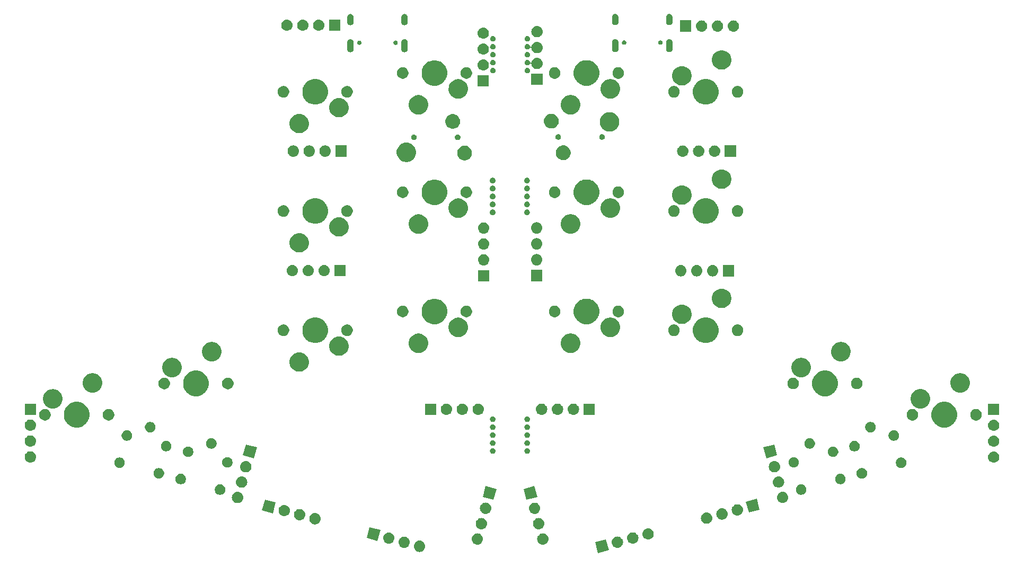
<source format=gbr>
G04 #@! TF.GenerationSoftware,KiCad,Pcbnew,(5.1.4)-1*
G04 #@! TF.CreationDate,2023-06-17T21:44:23-04:00*
G04 #@! TF.ProjectId,ThumbsUp,5468756d-6273-4557-902e-6b696361645f,rev?*
G04 #@! TF.SameCoordinates,Original*
G04 #@! TF.FileFunction,Soldermask,Top*
G04 #@! TF.FilePolarity,Negative*
%FSLAX46Y46*%
G04 Gerber Fmt 4.6, Leading zero omitted, Abs format (unit mm)*
G04 Created by KiCad (PCBNEW (5.1.4)-1) date 2023-06-17 21:44:23*
%MOMM*%
%LPD*%
G04 APERTURE LIST*
%ADD10C,0.100000*%
G04 APERTURE END LIST*
D10*
G36*
X148955165Y-473619626D02*
G01*
X147214567Y-474086018D01*
X146748175Y-472345420D01*
X148488773Y-471879028D01*
X148955165Y-473619626D01*
X148955165Y-473619626D01*
G37*
G36*
X118803587Y-472090671D02*
G01*
X118869772Y-472097190D01*
X119039611Y-472148710D01*
X119039613Y-472148711D01*
X119063438Y-472161446D01*
X119196136Y-472232375D01*
X119231874Y-472261705D01*
X119333331Y-472344967D01*
X119416593Y-472446424D01*
X119445923Y-472482162D01*
X119529588Y-472638687D01*
X119581108Y-472808526D01*
X119598504Y-472985153D01*
X119581108Y-473161780D01*
X119529588Y-473331619D01*
X119445923Y-473488144D01*
X119416593Y-473523882D01*
X119333331Y-473625339D01*
X119231874Y-473708601D01*
X119196136Y-473737931D01*
X119039611Y-473821596D01*
X118869772Y-473873116D01*
X118803588Y-473879634D01*
X118737405Y-473886153D01*
X118648885Y-473886153D01*
X118582702Y-473879634D01*
X118516518Y-473873116D01*
X118346679Y-473821596D01*
X118190154Y-473737931D01*
X118154416Y-473708601D01*
X118052959Y-473625339D01*
X117969697Y-473523882D01*
X117940367Y-473488144D01*
X117856702Y-473331619D01*
X117805182Y-473161780D01*
X117787786Y-472985153D01*
X117805182Y-472808526D01*
X117856702Y-472638687D01*
X117940367Y-472482162D01*
X117969697Y-472446424D01*
X118052959Y-472344967D01*
X118154416Y-472261705D01*
X118190154Y-472232375D01*
X118322852Y-472161446D01*
X118346677Y-472148711D01*
X118346679Y-472148710D01*
X118516518Y-472097190D01*
X118582703Y-472090671D01*
X118648885Y-472084153D01*
X118737405Y-472084153D01*
X118803587Y-472090671D01*
X118803587Y-472090671D01*
G37*
G36*
X116350135Y-471433271D02*
G01*
X116416320Y-471439790D01*
X116586159Y-471491310D01*
X116742684Y-471574975D01*
X116778422Y-471604305D01*
X116879879Y-471687567D01*
X116941866Y-471763100D01*
X116992471Y-471824762D01*
X117076136Y-471981287D01*
X117127656Y-472151126D01*
X117145052Y-472327753D01*
X117127656Y-472504380D01*
X117076136Y-472674219D01*
X116992471Y-472830744D01*
X116963141Y-472866482D01*
X116879879Y-472967939D01*
X116778422Y-473051201D01*
X116742684Y-473080531D01*
X116586159Y-473164196D01*
X116416320Y-473215716D01*
X116350135Y-473222235D01*
X116283953Y-473228753D01*
X116195433Y-473228753D01*
X116129251Y-473222235D01*
X116063066Y-473215716D01*
X115893227Y-473164196D01*
X115736702Y-473080531D01*
X115700964Y-473051201D01*
X115599507Y-472967939D01*
X115516245Y-472866482D01*
X115486915Y-472830744D01*
X115403250Y-472674219D01*
X115351730Y-472504380D01*
X115334334Y-472327753D01*
X115351730Y-472151126D01*
X115403250Y-471981287D01*
X115486915Y-471824762D01*
X115537520Y-471763100D01*
X115599507Y-471687567D01*
X115700964Y-471604305D01*
X115736702Y-471574975D01*
X115893227Y-471491310D01*
X116063066Y-471439790D01*
X116129251Y-471433271D01*
X116195433Y-471426753D01*
X116283953Y-471426753D01*
X116350135Y-471433271D01*
X116350135Y-471433271D01*
G37*
G36*
X150415564Y-471430641D02*
G01*
X150481749Y-471437160D01*
X150651588Y-471488680D01*
X150651590Y-471488681D01*
X150661030Y-471493727D01*
X150808113Y-471572345D01*
X150843851Y-471601675D01*
X150945308Y-471684937D01*
X151028570Y-471786394D01*
X151057900Y-471822132D01*
X151141565Y-471978657D01*
X151193085Y-472148496D01*
X151210481Y-472325123D01*
X151193085Y-472501750D01*
X151141565Y-472671589D01*
X151057900Y-472828114D01*
X151028570Y-472863852D01*
X150945308Y-472965309D01*
X150843851Y-473048571D01*
X150808113Y-473077901D01*
X150651588Y-473161566D01*
X150481749Y-473213086D01*
X150415565Y-473219604D01*
X150349382Y-473226123D01*
X150260862Y-473226123D01*
X150194679Y-473219604D01*
X150128495Y-473213086D01*
X149958656Y-473161566D01*
X149802131Y-473077901D01*
X149766393Y-473048571D01*
X149664936Y-472965309D01*
X149581674Y-472863852D01*
X149552344Y-472828114D01*
X149468679Y-472671589D01*
X149417159Y-472501750D01*
X149399763Y-472325123D01*
X149417159Y-472148496D01*
X149468679Y-471978657D01*
X149552344Y-471822132D01*
X149581674Y-471786394D01*
X149664936Y-471684937D01*
X149766393Y-471601675D01*
X149802131Y-471572345D01*
X149949214Y-471493727D01*
X149958654Y-471488681D01*
X149958656Y-471488680D01*
X150128495Y-471437160D01*
X150194680Y-471430641D01*
X150260862Y-471424123D01*
X150349382Y-471424123D01*
X150415564Y-471430641D01*
X150415564Y-471430641D01*
G37*
G36*
X138501573Y-470920497D02*
G01*
X138567757Y-470927015D01*
X138737596Y-470978535D01*
X138894121Y-471062200D01*
X138929859Y-471091530D01*
X139031316Y-471174792D01*
X139114578Y-471276249D01*
X139143908Y-471311987D01*
X139227573Y-471468512D01*
X139279093Y-471638351D01*
X139296489Y-471814978D01*
X139279093Y-471991605D01*
X139227573Y-472161444D01*
X139143908Y-472317969D01*
X139135878Y-472327753D01*
X139031316Y-472455164D01*
X138929859Y-472538426D01*
X138894121Y-472567756D01*
X138894119Y-472567757D01*
X138761420Y-472638687D01*
X138737596Y-472651421D01*
X138567757Y-472702941D01*
X138501572Y-472709460D01*
X138435390Y-472715978D01*
X138346870Y-472715978D01*
X138280688Y-472709460D01*
X138214503Y-472702941D01*
X138044664Y-472651421D01*
X138020841Y-472638687D01*
X137888141Y-472567757D01*
X137888139Y-472567756D01*
X137852401Y-472538426D01*
X137750944Y-472455164D01*
X137646382Y-472327753D01*
X137638352Y-472317969D01*
X137554687Y-472161444D01*
X137503167Y-471991605D01*
X137485771Y-471814978D01*
X137503167Y-471638351D01*
X137554687Y-471468512D01*
X137638352Y-471311987D01*
X137667682Y-471276249D01*
X137750944Y-471174792D01*
X137852401Y-471091530D01*
X137888139Y-471062200D01*
X138044664Y-470978535D01*
X138214503Y-470927015D01*
X138280687Y-470920497D01*
X138346870Y-470913978D01*
X138435390Y-470913978D01*
X138501573Y-470920497D01*
X138501573Y-470920497D01*
G37*
G36*
X128034119Y-470917573D02*
G01*
X128109416Y-470924989D01*
X128279255Y-470976509D01*
X128435780Y-471060174D01*
X128471518Y-471089504D01*
X128572975Y-471172766D01*
X128656237Y-471274223D01*
X128685567Y-471309961D01*
X128769232Y-471466486D01*
X128820752Y-471636325D01*
X128838148Y-471812952D01*
X128820752Y-471989579D01*
X128769232Y-472159418D01*
X128685567Y-472315943D01*
X128661747Y-472344967D01*
X128572975Y-472453138D01*
X128471518Y-472536400D01*
X128435780Y-472565730D01*
X128279255Y-472649395D01*
X128109416Y-472700915D01*
X128043232Y-472707433D01*
X127977049Y-472713952D01*
X127888529Y-472713952D01*
X127822346Y-472707433D01*
X127756162Y-472700915D01*
X127586323Y-472649395D01*
X127429798Y-472565730D01*
X127394060Y-472536400D01*
X127292603Y-472453138D01*
X127203831Y-472344967D01*
X127180011Y-472315943D01*
X127096346Y-472159418D01*
X127044826Y-471989579D01*
X127027430Y-471812952D01*
X127044826Y-471636325D01*
X127096346Y-471466486D01*
X127180011Y-471309961D01*
X127209341Y-471274223D01*
X127292603Y-471172766D01*
X127394060Y-471089504D01*
X127429798Y-471060174D01*
X127586323Y-470976509D01*
X127756162Y-470924989D01*
X127831459Y-470917573D01*
X127888529Y-470911952D01*
X127977049Y-470911952D01*
X128034119Y-470917573D01*
X128034119Y-470917573D01*
G37*
G36*
X113896684Y-470775870D02*
G01*
X113962869Y-470782389D01*
X114132708Y-470833909D01*
X114289233Y-470917574D01*
X114324971Y-470946904D01*
X114426428Y-471030166D01*
X114509690Y-471131623D01*
X114539020Y-471167361D01*
X114622685Y-471323886D01*
X114674205Y-471493725D01*
X114691601Y-471670352D01*
X114674205Y-471846979D01*
X114622685Y-472016818D01*
X114539020Y-472173343D01*
X114509690Y-472209081D01*
X114426428Y-472310538D01*
X114324971Y-472393800D01*
X114289233Y-472423130D01*
X114289231Y-472423131D01*
X114142147Y-472501750D01*
X114132708Y-472506795D01*
X113962869Y-472558315D01*
X113896685Y-472564833D01*
X113830502Y-472571352D01*
X113741982Y-472571352D01*
X113675799Y-472564833D01*
X113609615Y-472558315D01*
X113439776Y-472506795D01*
X113430338Y-472501750D01*
X113283253Y-472423131D01*
X113283251Y-472423130D01*
X113247513Y-472393800D01*
X113146056Y-472310538D01*
X113062794Y-472209081D01*
X113033464Y-472173343D01*
X112949799Y-472016818D01*
X112898279Y-471846979D01*
X112880883Y-471670352D01*
X112898279Y-471493725D01*
X112949799Y-471323886D01*
X113033464Y-471167361D01*
X113062794Y-471131623D01*
X113146056Y-471030166D01*
X113247513Y-470946904D01*
X113283251Y-470917574D01*
X113439776Y-470833909D01*
X113609615Y-470782389D01*
X113675800Y-470775870D01*
X113741982Y-470769352D01*
X113830502Y-470769352D01*
X113896684Y-470775870D01*
X113896684Y-470775870D01*
G37*
G36*
X152869016Y-470773241D02*
G01*
X152935200Y-470779759D01*
X153105039Y-470831279D01*
X153261564Y-470914944D01*
X153276272Y-470927015D01*
X153398759Y-471027536D01*
X153482021Y-471128993D01*
X153511351Y-471164731D01*
X153595016Y-471321256D01*
X153646536Y-471491095D01*
X153663932Y-471667722D01*
X153646536Y-471844349D01*
X153595016Y-472014188D01*
X153511351Y-472170713D01*
X153482021Y-472206451D01*
X153398759Y-472307908D01*
X153297302Y-472391170D01*
X153261564Y-472420500D01*
X153105039Y-472504165D01*
X152935200Y-472555685D01*
X152869016Y-472562203D01*
X152802833Y-472568722D01*
X152714313Y-472568722D01*
X152648130Y-472562203D01*
X152581946Y-472555685D01*
X152412107Y-472504165D01*
X152255582Y-472420500D01*
X152219844Y-472391170D01*
X152118387Y-472307908D01*
X152035125Y-472206451D01*
X152005795Y-472170713D01*
X151922130Y-472014188D01*
X151870610Y-471844349D01*
X151853214Y-471667722D01*
X151870610Y-471491095D01*
X151922130Y-471321256D01*
X152005795Y-471164731D01*
X152035125Y-471128993D01*
X152118387Y-471027536D01*
X152240874Y-470927015D01*
X152255582Y-470914944D01*
X152412107Y-470831279D01*
X152581946Y-470779759D01*
X152648130Y-470773241D01*
X152714313Y-470766722D01*
X152802833Y-470766722D01*
X152869016Y-470773241D01*
X152869016Y-470773241D01*
G37*
G36*
X112436285Y-470375849D02*
G01*
X111969893Y-472116447D01*
X110229295Y-471650055D01*
X110695687Y-469909457D01*
X112436285Y-470375849D01*
X112436285Y-470375849D01*
G37*
G36*
X155322468Y-470115841D02*
G01*
X155388652Y-470122359D01*
X155558491Y-470173879D01*
X155715016Y-470257544D01*
X155750754Y-470286874D01*
X155852211Y-470370136D01*
X155935473Y-470471593D01*
X155964803Y-470507331D01*
X156048468Y-470663856D01*
X156099988Y-470833695D01*
X156117384Y-471010322D01*
X156099988Y-471186949D01*
X156048468Y-471356788D01*
X155964803Y-471513313D01*
X155935473Y-471549051D01*
X155852211Y-471650508D01*
X155750754Y-471733770D01*
X155715016Y-471763100D01*
X155558491Y-471846765D01*
X155388652Y-471898285D01*
X155322468Y-471904803D01*
X155256285Y-471911322D01*
X155167765Y-471911322D01*
X155101582Y-471904803D01*
X155035398Y-471898285D01*
X154865559Y-471846765D01*
X154709034Y-471763100D01*
X154673296Y-471733770D01*
X154571839Y-471650508D01*
X154488577Y-471549051D01*
X154459247Y-471513313D01*
X154375582Y-471356788D01*
X154324062Y-471186949D01*
X154306666Y-471010322D01*
X154324062Y-470833695D01*
X154375582Y-470663856D01*
X154459247Y-470507331D01*
X154488577Y-470471593D01*
X154571839Y-470370136D01*
X154673296Y-470286874D01*
X154709034Y-470257544D01*
X154865559Y-470173879D01*
X155035398Y-470122359D01*
X155101582Y-470115841D01*
X155167765Y-470109322D01*
X155256285Y-470109322D01*
X155322468Y-470115841D01*
X155322468Y-470115841D01*
G37*
G36*
X137826562Y-468465310D02*
G01*
X137910357Y-468473563D01*
X138080196Y-468525083D01*
X138236721Y-468608748D01*
X138272459Y-468638078D01*
X138373916Y-468721340D01*
X138451368Y-468815717D01*
X138486508Y-468858535D01*
X138570173Y-469015060D01*
X138621693Y-469184899D01*
X138639089Y-469361526D01*
X138621693Y-469538153D01*
X138570173Y-469707992D01*
X138486508Y-469864517D01*
X138457178Y-469900255D01*
X138373916Y-470001712D01*
X138272459Y-470084974D01*
X138236721Y-470114304D01*
X138080196Y-470197969D01*
X137910357Y-470249489D01*
X137844173Y-470256007D01*
X137777990Y-470262526D01*
X137689470Y-470262526D01*
X137623287Y-470256007D01*
X137557103Y-470249489D01*
X137387264Y-470197969D01*
X137230739Y-470114304D01*
X137195001Y-470084974D01*
X137093544Y-470001712D01*
X137010282Y-469900255D01*
X136980952Y-469864517D01*
X136897287Y-469707992D01*
X136845767Y-469538153D01*
X136828371Y-469361526D01*
X136845767Y-469184899D01*
X136897287Y-469015060D01*
X136980952Y-468858535D01*
X137016092Y-468815717D01*
X137093544Y-468721340D01*
X137195001Y-468638078D01*
X137230739Y-468608748D01*
X137387264Y-468525083D01*
X137557103Y-468473563D01*
X137640898Y-468465310D01*
X137689470Y-468460526D01*
X137777990Y-468460526D01*
X137826562Y-468465310D01*
X137826562Y-468465310D01*
G37*
G36*
X128700631Y-468465018D02*
G01*
X128766816Y-468471537D01*
X128936655Y-468523057D01*
X129093180Y-468606722D01*
X129128918Y-468636052D01*
X129230375Y-468719314D01*
X129309490Y-468815717D01*
X129342967Y-468856509D01*
X129426632Y-469013034D01*
X129478152Y-469182873D01*
X129495548Y-469359500D01*
X129478152Y-469536127D01*
X129426632Y-469705966D01*
X129342967Y-469862491D01*
X129341304Y-469864517D01*
X129230375Y-469999686D01*
X129128918Y-470082948D01*
X129093180Y-470112278D01*
X128936655Y-470195943D01*
X128766816Y-470247463D01*
X128700631Y-470253982D01*
X128634449Y-470260500D01*
X128545929Y-470260500D01*
X128479747Y-470253982D01*
X128413562Y-470247463D01*
X128243723Y-470195943D01*
X128087198Y-470112278D01*
X128051460Y-470082948D01*
X127950003Y-469999686D01*
X127839074Y-469864517D01*
X127837411Y-469862491D01*
X127753746Y-469705966D01*
X127702226Y-469536127D01*
X127684830Y-469359500D01*
X127702226Y-469182873D01*
X127753746Y-469013034D01*
X127837411Y-468856509D01*
X127870888Y-468815717D01*
X127950003Y-468719314D01*
X128051460Y-468636052D01*
X128087198Y-468606722D01*
X128243723Y-468523057D01*
X128413562Y-468471537D01*
X128479747Y-468465018D01*
X128545929Y-468458500D01*
X128634449Y-468458500D01*
X128700631Y-468465018D01*
X128700631Y-468465018D01*
G37*
G36*
X102103586Y-467690672D02*
G01*
X102169771Y-467697191D01*
X102339610Y-467748711D01*
X102496135Y-467832376D01*
X102531873Y-467861706D01*
X102633330Y-467944968D01*
X102716592Y-468046425D01*
X102745922Y-468082163D01*
X102829587Y-468238688D01*
X102881107Y-468408527D01*
X102898503Y-468585154D01*
X102881107Y-468761781D01*
X102829587Y-468931620D01*
X102745922Y-469088145D01*
X102717556Y-469122709D01*
X102633330Y-469225340D01*
X102531873Y-469308602D01*
X102496135Y-469337932D01*
X102339610Y-469421597D01*
X102169771Y-469473117D01*
X102103587Y-469479635D01*
X102037404Y-469486154D01*
X101948884Y-469486154D01*
X101882701Y-469479635D01*
X101816517Y-469473117D01*
X101646678Y-469421597D01*
X101490153Y-469337932D01*
X101454415Y-469308602D01*
X101352958Y-469225340D01*
X101268732Y-469122709D01*
X101240366Y-469088145D01*
X101156701Y-468931620D01*
X101105181Y-468761781D01*
X101087785Y-468585154D01*
X101105181Y-468408527D01*
X101156701Y-468238688D01*
X101240366Y-468082163D01*
X101269696Y-468046425D01*
X101352958Y-467944968D01*
X101454415Y-467861706D01*
X101490153Y-467832376D01*
X101646678Y-467748711D01*
X101816517Y-467697191D01*
X101882702Y-467690672D01*
X101948884Y-467684154D01*
X102037404Y-467684154D01*
X102103586Y-467690672D01*
X102103586Y-467690672D01*
G37*
G36*
X164662112Y-467588043D02*
G01*
X164728296Y-467594561D01*
X164898135Y-467646081D01*
X165054660Y-467729746D01*
X165080715Y-467751129D01*
X165191855Y-467842338D01*
X165261953Y-467927754D01*
X165304447Y-467979533D01*
X165304448Y-467979535D01*
X165372471Y-468106795D01*
X165388112Y-468136058D01*
X165439632Y-468305897D01*
X165457028Y-468482524D01*
X165439632Y-468659151D01*
X165388112Y-468828990D01*
X165304447Y-468985515D01*
X165280200Y-469015060D01*
X165191855Y-469122710D01*
X165090398Y-469205972D01*
X165054660Y-469235302D01*
X164898135Y-469318967D01*
X164728296Y-469370487D01*
X164662112Y-469377005D01*
X164595929Y-469383524D01*
X164507409Y-469383524D01*
X164441226Y-469377005D01*
X164375042Y-469370487D01*
X164205203Y-469318967D01*
X164048678Y-469235302D01*
X164012940Y-469205972D01*
X163911483Y-469122710D01*
X163823138Y-469015060D01*
X163798891Y-468985515D01*
X163715226Y-468828990D01*
X163663706Y-468659151D01*
X163646310Y-468482524D01*
X163663706Y-468305897D01*
X163715226Y-468136058D01*
X163730868Y-468106795D01*
X163798890Y-467979535D01*
X163798891Y-467979533D01*
X163841385Y-467927754D01*
X163911483Y-467842338D01*
X164022623Y-467751129D01*
X164048678Y-467729746D01*
X164205203Y-467646081D01*
X164375042Y-467594561D01*
X164441226Y-467588043D01*
X164507409Y-467581524D01*
X164595929Y-467581524D01*
X164662112Y-467588043D01*
X164662112Y-467588043D01*
G37*
G36*
X99650134Y-467033272D02*
G01*
X99716319Y-467039791D01*
X99886158Y-467091311D01*
X100042683Y-467174976D01*
X100078421Y-467204306D01*
X100179878Y-467287568D01*
X100263140Y-467389025D01*
X100292470Y-467424763D01*
X100376135Y-467581288D01*
X100427655Y-467751127D01*
X100445051Y-467927754D01*
X100427655Y-468104381D01*
X100376135Y-468274220D01*
X100292470Y-468430745D01*
X100269692Y-468458500D01*
X100179878Y-468567940D01*
X100078421Y-468651202D01*
X100042683Y-468680532D01*
X99886158Y-468764197D01*
X99716319Y-468815717D01*
X99650135Y-468822235D01*
X99583952Y-468828754D01*
X99495432Y-468828754D01*
X99429249Y-468822235D01*
X99363065Y-468815717D01*
X99193226Y-468764197D01*
X99036701Y-468680532D01*
X99000963Y-468651202D01*
X98899506Y-468567940D01*
X98809692Y-468458500D01*
X98786914Y-468430745D01*
X98703249Y-468274220D01*
X98651729Y-468104381D01*
X98634333Y-467927754D01*
X98651729Y-467751127D01*
X98703249Y-467581288D01*
X98786914Y-467424763D01*
X98816244Y-467389025D01*
X98899506Y-467287568D01*
X99000963Y-467204306D01*
X99036701Y-467174976D01*
X99193226Y-467091311D01*
X99363065Y-467039791D01*
X99429250Y-467033272D01*
X99495432Y-467026754D01*
X99583952Y-467026754D01*
X99650134Y-467033272D01*
X99650134Y-467033272D01*
G37*
G36*
X167115564Y-466930643D02*
G01*
X167181748Y-466937161D01*
X167351587Y-466988681D01*
X167508112Y-467072346D01*
X167531222Y-467091312D01*
X167645307Y-467184938D01*
X167715404Y-467270353D01*
X167757899Y-467322133D01*
X167841564Y-467478658D01*
X167893084Y-467648497D01*
X167910480Y-467825124D01*
X167893084Y-468001751D01*
X167841564Y-468171590D01*
X167757899Y-468328115D01*
X167728569Y-468363853D01*
X167645307Y-468465310D01*
X167543850Y-468548572D01*
X167508112Y-468577902D01*
X167351587Y-468661567D01*
X167181748Y-468713087D01*
X167118523Y-468719314D01*
X167049381Y-468726124D01*
X166960861Y-468726124D01*
X166891719Y-468719314D01*
X166828494Y-468713087D01*
X166658655Y-468661567D01*
X166502130Y-468577902D01*
X166466392Y-468548572D01*
X166364935Y-468465310D01*
X166281673Y-468363853D01*
X166252343Y-468328115D01*
X166168678Y-468171590D01*
X166117158Y-468001751D01*
X166099762Y-467825124D01*
X166117158Y-467648497D01*
X166168678Y-467478658D01*
X166252343Y-467322133D01*
X166294838Y-467270353D01*
X166364935Y-467184938D01*
X166479020Y-467091312D01*
X166502130Y-467072346D01*
X166658655Y-466988681D01*
X166828494Y-466937161D01*
X166894678Y-466930643D01*
X166960861Y-466924124D01*
X167049381Y-466924124D01*
X167115564Y-466930643D01*
X167115564Y-466930643D01*
G37*
G36*
X97196683Y-466375871D02*
G01*
X97262868Y-466382390D01*
X97432707Y-466433910D01*
X97589232Y-466517575D01*
X97624970Y-466546905D01*
X97726427Y-466630167D01*
X97807882Y-466729422D01*
X97839019Y-466767362D01*
X97922684Y-466923887D01*
X97974204Y-467093726D01*
X97991600Y-467270353D01*
X97974204Y-467446980D01*
X97923594Y-467613818D01*
X97922683Y-467616821D01*
X97905752Y-467648497D01*
X97839019Y-467773344D01*
X97822057Y-467794012D01*
X97726427Y-467910539D01*
X97642356Y-467979533D01*
X97589232Y-468023131D01*
X97432707Y-468106796D01*
X97262868Y-468158316D01*
X97196684Y-468164834D01*
X97130501Y-468171353D01*
X97041981Y-468171353D01*
X96975798Y-468164834D01*
X96909614Y-468158316D01*
X96739775Y-468106796D01*
X96583250Y-468023131D01*
X96530126Y-467979533D01*
X96446055Y-467910539D01*
X96350425Y-467794012D01*
X96333463Y-467773344D01*
X96266730Y-467648497D01*
X96249799Y-467616821D01*
X96248888Y-467613818D01*
X96198278Y-467446980D01*
X96180882Y-467270353D01*
X96198278Y-467093726D01*
X96249798Y-466923887D01*
X96333463Y-466767362D01*
X96364600Y-466729422D01*
X96446055Y-466630167D01*
X96547512Y-466546905D01*
X96583250Y-466517575D01*
X96739775Y-466433910D01*
X96909614Y-466382390D01*
X96975799Y-466375871D01*
X97041981Y-466369353D01*
X97130501Y-466369353D01*
X97196683Y-466375871D01*
X97196683Y-466375871D01*
G37*
G36*
X169569014Y-466273241D02*
G01*
X169635199Y-466279760D01*
X169805038Y-466331280D01*
X169961563Y-466414945D01*
X169984673Y-466433911D01*
X170098758Y-466527537D01*
X170182020Y-466628994D01*
X170211350Y-466664732D01*
X170295015Y-466821257D01*
X170346535Y-466991096D01*
X170363931Y-467167723D01*
X170346535Y-467344350D01*
X170295015Y-467514189D01*
X170211350Y-467670714D01*
X170200320Y-467684154D01*
X170098758Y-467807909D01*
X169997301Y-467891171D01*
X169961563Y-467920501D01*
X169805038Y-468004166D01*
X169635199Y-468055686D01*
X169569014Y-468062205D01*
X169502832Y-468068723D01*
X169414312Y-468068723D01*
X169348130Y-468062205D01*
X169281945Y-468055686D01*
X169112106Y-468004166D01*
X168955581Y-467920501D01*
X168919843Y-467891171D01*
X168818386Y-467807909D01*
X168716824Y-467684154D01*
X168705794Y-467670714D01*
X168622129Y-467514189D01*
X168570609Y-467344350D01*
X168553213Y-467167723D01*
X168570609Y-466991096D01*
X168622129Y-466821257D01*
X168705794Y-466664732D01*
X168735124Y-466628994D01*
X168818386Y-466527537D01*
X168932471Y-466433911D01*
X168955581Y-466414945D01*
X169112106Y-466331280D01*
X169281945Y-466279760D01*
X169348130Y-466273241D01*
X169414312Y-466266723D01*
X169502832Y-466266723D01*
X169569014Y-466273241D01*
X169569014Y-466273241D01*
G37*
G36*
X137186772Y-466013594D02*
G01*
X137252956Y-466020112D01*
X137422795Y-466071632D01*
X137579320Y-466155297D01*
X137615058Y-466184627D01*
X137716515Y-466267889D01*
X137799777Y-466369346D01*
X137829107Y-466405084D01*
X137912772Y-466561609D01*
X137964292Y-466731448D01*
X137981688Y-466908075D01*
X137964292Y-467084702D01*
X137912772Y-467254541D01*
X137829107Y-467411066D01*
X137817866Y-467424763D01*
X137716515Y-467548261D01*
X137632973Y-467616821D01*
X137579320Y-467660853D01*
X137422795Y-467744518D01*
X137252956Y-467796038D01*
X137186772Y-467802556D01*
X137120589Y-467809075D01*
X137032069Y-467809075D01*
X136965886Y-467802556D01*
X136899702Y-467796038D01*
X136729863Y-467744518D01*
X136573338Y-467660853D01*
X136519685Y-467616821D01*
X136436143Y-467548261D01*
X136334792Y-467424763D01*
X136323551Y-467411066D01*
X136239886Y-467254541D01*
X136188366Y-467084702D01*
X136170970Y-466908075D01*
X136188366Y-466731448D01*
X136239886Y-466561609D01*
X136323551Y-466405084D01*
X136352881Y-466369346D01*
X136436143Y-466267889D01*
X136537600Y-466184627D01*
X136573338Y-466155297D01*
X136729863Y-466071632D01*
X136899702Y-466020112D01*
X136965886Y-466013594D01*
X137032069Y-466007075D01*
X137120589Y-466007075D01*
X137186772Y-466013594D01*
X137186772Y-466013594D01*
G37*
G36*
X129358033Y-466011568D02*
G01*
X129424217Y-466018086D01*
X129594056Y-466069606D01*
X129750581Y-466153271D01*
X129786319Y-466182601D01*
X129887776Y-466265863D01*
X129941462Y-466331281D01*
X130000368Y-466403058D01*
X130084033Y-466559583D01*
X130135553Y-466729422D01*
X130152949Y-466906049D01*
X130135553Y-467082676D01*
X130084033Y-467252515D01*
X130000368Y-467409040D01*
X129971038Y-467444778D01*
X129887776Y-467546235D01*
X129801768Y-467616819D01*
X129750581Y-467658827D01*
X129594056Y-467742492D01*
X129424217Y-467794012D01*
X129358032Y-467800531D01*
X129291850Y-467807049D01*
X129203330Y-467807049D01*
X129137148Y-467800531D01*
X129070963Y-467794012D01*
X128901124Y-467742492D01*
X128744599Y-467658827D01*
X128693412Y-467616819D01*
X128607404Y-467546235D01*
X128524142Y-467444778D01*
X128494812Y-467409040D01*
X128411147Y-467252515D01*
X128359627Y-467082676D01*
X128342231Y-466906049D01*
X128359627Y-466729422D01*
X128411147Y-466559583D01*
X128494812Y-466403058D01*
X128553718Y-466331281D01*
X128607404Y-466265863D01*
X128708861Y-466182601D01*
X128744599Y-466153271D01*
X128901124Y-466069606D01*
X129070963Y-466018086D01*
X129137147Y-466011568D01*
X129203330Y-466005049D01*
X129291850Y-466005049D01*
X129358033Y-466011568D01*
X129358033Y-466011568D01*
G37*
G36*
X95736284Y-465975850D02*
G01*
X95269892Y-467716448D01*
X93529294Y-467250056D01*
X93995686Y-465509458D01*
X95736284Y-465975850D01*
X95736284Y-465975850D01*
G37*
G36*
X173015519Y-467147426D02*
G01*
X171274921Y-467613818D01*
X170808529Y-465873220D01*
X172549127Y-465406828D01*
X173015519Y-467147426D01*
X173015519Y-467147426D01*
G37*
G36*
X89738398Y-464277338D02*
G01*
X89804583Y-464283857D01*
X89974422Y-464335377D01*
X90130947Y-464419042D01*
X90166685Y-464448372D01*
X90268142Y-464531634D01*
X90351404Y-464633091D01*
X90380734Y-464668829D01*
X90464399Y-464825354D01*
X90515919Y-464995193D01*
X90533315Y-465171820D01*
X90515919Y-465348447D01*
X90464399Y-465518286D01*
X90380734Y-465674811D01*
X90351404Y-465710549D01*
X90268142Y-465812006D01*
X90193551Y-465873220D01*
X90130947Y-465924598D01*
X89974422Y-466008263D01*
X89804583Y-466059783D01*
X89738398Y-466066302D01*
X89672216Y-466072820D01*
X89583696Y-466072820D01*
X89517514Y-466066302D01*
X89451329Y-466059783D01*
X89281490Y-466008263D01*
X89124965Y-465924598D01*
X89062361Y-465873220D01*
X88987770Y-465812006D01*
X88904508Y-465710549D01*
X88875178Y-465674811D01*
X88791513Y-465518286D01*
X88739993Y-465348447D01*
X88722597Y-465171820D01*
X88739993Y-464995193D01*
X88791513Y-464825354D01*
X88875178Y-464668829D01*
X88904508Y-464633091D01*
X88987770Y-464531634D01*
X89089227Y-464448372D01*
X89124965Y-464419042D01*
X89281490Y-464335377D01*
X89451329Y-464283857D01*
X89517514Y-464277338D01*
X89583696Y-464270820D01*
X89672216Y-464270820D01*
X89738398Y-464277338D01*
X89738398Y-464277338D01*
G37*
G36*
X176809069Y-464273777D02*
G01*
X176875253Y-464280295D01*
X177045092Y-464331815D01*
X177201617Y-464415480D01*
X177205957Y-464419042D01*
X177338812Y-464528072D01*
X177422074Y-464629529D01*
X177451404Y-464665267D01*
X177535069Y-464821792D01*
X177586589Y-464991631D01*
X177603985Y-465168258D01*
X177586589Y-465344885D01*
X177535069Y-465514724D01*
X177451404Y-465671249D01*
X177422074Y-465706987D01*
X177338812Y-465808444D01*
X177259881Y-465873220D01*
X177201617Y-465921036D01*
X177045092Y-466004701D01*
X176875253Y-466056221D01*
X176809068Y-466062740D01*
X176742886Y-466069258D01*
X176654366Y-466069258D01*
X176588184Y-466062740D01*
X176521999Y-466056221D01*
X176352160Y-466004701D01*
X176195635Y-465921036D01*
X176137371Y-465873220D01*
X176058440Y-465808444D01*
X175975178Y-465706987D01*
X175945848Y-465671249D01*
X175862183Y-465514724D01*
X175810663Y-465344885D01*
X175793267Y-465168258D01*
X175810663Y-464991631D01*
X175862183Y-464821792D01*
X175945848Y-464665267D01*
X175975178Y-464629529D01*
X176058440Y-464528072D01*
X176191295Y-464419042D01*
X176195635Y-464415480D01*
X176352160Y-464331815D01*
X176521999Y-464280295D01*
X176588183Y-464273777D01*
X176654366Y-464267258D01*
X176742886Y-464267258D01*
X176809069Y-464273777D01*
X176809069Y-464273777D01*
G37*
G36*
X137522424Y-465091726D02*
G01*
X135781826Y-465558118D01*
X135315434Y-463817520D01*
X137056032Y-463351128D01*
X137522424Y-465091726D01*
X137522424Y-465091726D01*
G37*
G36*
X131008485Y-463815494D02*
G01*
X130542093Y-465556092D01*
X128801495Y-465089700D01*
X129267887Y-463349102D01*
X131008485Y-463815494D01*
X131008485Y-463815494D01*
G37*
G36*
X179892930Y-463112676D02*
G01*
X180045527Y-463175883D01*
X180182861Y-463267647D01*
X180299655Y-463384441D01*
X180391419Y-463521775D01*
X180454626Y-463674372D01*
X180486849Y-463836367D01*
X180486849Y-464001539D01*
X180454626Y-464163534D01*
X180391419Y-464316131D01*
X180299655Y-464453465D01*
X180182861Y-464570259D01*
X180045527Y-464662023D01*
X179892930Y-464725230D01*
X179730935Y-464757453D01*
X179565763Y-464757453D01*
X179403768Y-464725230D01*
X179251171Y-464662023D01*
X179113837Y-464570259D01*
X178997043Y-464453465D01*
X178905279Y-464316131D01*
X178842072Y-464163534D01*
X178809849Y-464001539D01*
X178809849Y-463836367D01*
X178842072Y-463674372D01*
X178905279Y-463521775D01*
X178997043Y-463384441D01*
X179113837Y-463267647D01*
X179251171Y-463175883D01*
X179403768Y-463112676D01*
X179565763Y-463080453D01*
X179730935Y-463080453D01*
X179892930Y-463112676D01*
X179892930Y-463112676D01*
G37*
G36*
X87071239Y-463112676D02*
G01*
X87223836Y-463175883D01*
X87361170Y-463267647D01*
X87477964Y-463384441D01*
X87569728Y-463521775D01*
X87632935Y-463674372D01*
X87665158Y-463836367D01*
X87665158Y-464001539D01*
X87632935Y-464163534D01*
X87569728Y-464316131D01*
X87477964Y-464453465D01*
X87361170Y-464570259D01*
X87223836Y-464662023D01*
X87071239Y-464725230D01*
X86909244Y-464757453D01*
X86744072Y-464757453D01*
X86582077Y-464725230D01*
X86429480Y-464662023D01*
X86292146Y-464570259D01*
X86175352Y-464453465D01*
X86083588Y-464316131D01*
X86020381Y-464163534D01*
X85988158Y-464001539D01*
X85988158Y-463836367D01*
X86020381Y-463674372D01*
X86083588Y-463521775D01*
X86175352Y-463384441D01*
X86292146Y-463267647D01*
X86429480Y-463175883D01*
X86582077Y-463112676D01*
X86744072Y-463080453D01*
X86909244Y-463080453D01*
X87071239Y-463112676D01*
X87071239Y-463112676D01*
G37*
G36*
X90395799Y-461823887D02*
G01*
X90461983Y-461830405D01*
X90631822Y-461881925D01*
X90788347Y-461965590D01*
X90807237Y-461981093D01*
X90925542Y-462078182D01*
X90990597Y-462157453D01*
X91038134Y-462215377D01*
X91121799Y-462371902D01*
X91173319Y-462541741D01*
X91190715Y-462718368D01*
X91173319Y-462894995D01*
X91121799Y-463064834D01*
X91038134Y-463221359D01*
X91008804Y-463257097D01*
X90925542Y-463358554D01*
X90824085Y-463441816D01*
X90788347Y-463471146D01*
X90631822Y-463554811D01*
X90461983Y-463606331D01*
X90395799Y-463612849D01*
X90329616Y-463619368D01*
X90241096Y-463619368D01*
X90174913Y-463612849D01*
X90108729Y-463606331D01*
X89938890Y-463554811D01*
X89782365Y-463471146D01*
X89746627Y-463441816D01*
X89645170Y-463358554D01*
X89561908Y-463257097D01*
X89532578Y-463221359D01*
X89448913Y-463064834D01*
X89397393Y-462894995D01*
X89379997Y-462718368D01*
X89397393Y-462541741D01*
X89448913Y-462371902D01*
X89532578Y-462215377D01*
X89580115Y-462157453D01*
X89645170Y-462078182D01*
X89763475Y-461981093D01*
X89782365Y-461965590D01*
X89938890Y-461881925D01*
X90108729Y-461830405D01*
X90174913Y-461823887D01*
X90241096Y-461817368D01*
X90329616Y-461817368D01*
X90395799Y-461823887D01*
X90395799Y-461823887D01*
G37*
G36*
X176151668Y-461820324D02*
G01*
X176217853Y-461826843D01*
X176387692Y-461878363D01*
X176544217Y-461962028D01*
X176579955Y-461991358D01*
X176681412Y-462074620D01*
X176737601Y-462143088D01*
X176794004Y-462211815D01*
X176877669Y-462368340D01*
X176929189Y-462538179D01*
X176946585Y-462714806D01*
X176929189Y-462891433D01*
X176886563Y-463031951D01*
X176877668Y-463061274D01*
X176850193Y-463112676D01*
X176794004Y-463217797D01*
X176764674Y-463253535D01*
X176681412Y-463354992D01*
X176579955Y-463438254D01*
X176544217Y-463467584D01*
X176387692Y-463551249D01*
X176217853Y-463602769D01*
X176151669Y-463609287D01*
X176085486Y-463615806D01*
X175996966Y-463615806D01*
X175930783Y-463609287D01*
X175864599Y-463602769D01*
X175694760Y-463551249D01*
X175538235Y-463467584D01*
X175502497Y-463438254D01*
X175401040Y-463354992D01*
X175317778Y-463253535D01*
X175288448Y-463217797D01*
X175232259Y-463112676D01*
X175204784Y-463061274D01*
X175195889Y-463031951D01*
X175153263Y-462891433D01*
X175135867Y-462714806D01*
X175153263Y-462538179D01*
X175204783Y-462368340D01*
X175288448Y-462211815D01*
X175344851Y-462143088D01*
X175401040Y-462074620D01*
X175502497Y-461991358D01*
X175538235Y-461962028D01*
X175694760Y-461878363D01*
X175864599Y-461826843D01*
X175930784Y-461820324D01*
X175996966Y-461813806D01*
X176085486Y-461813806D01*
X176151668Y-461820324D01*
X176151668Y-461820324D01*
G37*
G36*
X186168502Y-461419397D02*
G01*
X186321099Y-461482604D01*
X186458433Y-461574368D01*
X186575227Y-461691162D01*
X186666991Y-461828496D01*
X186730198Y-461981093D01*
X186762421Y-462143088D01*
X186762421Y-462308260D01*
X186730198Y-462470255D01*
X186666991Y-462622852D01*
X186575227Y-462760186D01*
X186458433Y-462876980D01*
X186321099Y-462968744D01*
X186168502Y-463031951D01*
X186006507Y-463064174D01*
X185841335Y-463064174D01*
X185679340Y-463031951D01*
X185526743Y-462968744D01*
X185389409Y-462876980D01*
X185272615Y-462760186D01*
X185180851Y-462622852D01*
X185117644Y-462470255D01*
X185085421Y-462308260D01*
X185085421Y-462143088D01*
X185117644Y-461981093D01*
X185180851Y-461828496D01*
X185272615Y-461691162D01*
X185389409Y-461574368D01*
X185526743Y-461482604D01*
X185679340Y-461419397D01*
X185841335Y-461387174D01*
X186006507Y-461387174D01*
X186168502Y-461419397D01*
X186168502Y-461419397D01*
G37*
G36*
X80795667Y-461419397D02*
G01*
X80948264Y-461482604D01*
X81085598Y-461574368D01*
X81202392Y-461691162D01*
X81294156Y-461828496D01*
X81357363Y-461981093D01*
X81389586Y-462143088D01*
X81389586Y-462308260D01*
X81357363Y-462470255D01*
X81294156Y-462622852D01*
X81202392Y-462760186D01*
X81085598Y-462876980D01*
X80948264Y-462968744D01*
X80795667Y-463031951D01*
X80633672Y-463064174D01*
X80468500Y-463064174D01*
X80306505Y-463031951D01*
X80153908Y-462968744D01*
X80016574Y-462876980D01*
X79899780Y-462760186D01*
X79808016Y-462622852D01*
X79744809Y-462470255D01*
X79712586Y-462308260D01*
X79712586Y-462143088D01*
X79744809Y-461981093D01*
X79808016Y-461828496D01*
X79899780Y-461691162D01*
X80016574Y-461574368D01*
X80153908Y-461482604D01*
X80306505Y-461419397D01*
X80468500Y-461387174D01*
X80633672Y-461387174D01*
X80795667Y-461419397D01*
X80795667Y-461419397D01*
G37*
G36*
X189592930Y-460512676D02*
G01*
X189745527Y-460575883D01*
X189882861Y-460667647D01*
X189999655Y-460784441D01*
X190091419Y-460921775D01*
X190154626Y-461074372D01*
X190186849Y-461236367D01*
X190186849Y-461401539D01*
X190154626Y-461563534D01*
X190091419Y-461716131D01*
X189999655Y-461853465D01*
X189882861Y-461970259D01*
X189745527Y-462062023D01*
X189592930Y-462125230D01*
X189430935Y-462157453D01*
X189265763Y-462157453D01*
X189103768Y-462125230D01*
X188951171Y-462062023D01*
X188813837Y-461970259D01*
X188697043Y-461853465D01*
X188605279Y-461716131D01*
X188542072Y-461563534D01*
X188509849Y-461401539D01*
X188509849Y-461236367D01*
X188542072Y-461074372D01*
X188605279Y-460921775D01*
X188697043Y-460784441D01*
X188813837Y-460667647D01*
X188951171Y-460575883D01*
X189103768Y-460512676D01*
X189265763Y-460480453D01*
X189430935Y-460480453D01*
X189592930Y-460512676D01*
X189592930Y-460512676D01*
G37*
G36*
X77293494Y-460512676D02*
G01*
X77446091Y-460575883D01*
X77583425Y-460667647D01*
X77700219Y-460784441D01*
X77791983Y-460921775D01*
X77855190Y-461074372D01*
X77887413Y-461236367D01*
X77887413Y-461401539D01*
X77855190Y-461563534D01*
X77791983Y-461716131D01*
X77700219Y-461853465D01*
X77583425Y-461970259D01*
X77446091Y-462062023D01*
X77293494Y-462125230D01*
X77131499Y-462157453D01*
X76966327Y-462157453D01*
X76804332Y-462125230D01*
X76651735Y-462062023D01*
X76514401Y-461970259D01*
X76397607Y-461853465D01*
X76305843Y-461716131D01*
X76242636Y-461563534D01*
X76210413Y-461401539D01*
X76210413Y-461236367D01*
X76242636Y-461074372D01*
X76305843Y-460921775D01*
X76397607Y-460784441D01*
X76514401Y-460667647D01*
X76651735Y-460575883D01*
X76804332Y-460512676D01*
X76966327Y-460480453D01*
X77131499Y-460480453D01*
X77293494Y-460512676D01*
X77293494Y-460512676D01*
G37*
G36*
X91053199Y-459370435D02*
G01*
X91119384Y-459376954D01*
X91289223Y-459428474D01*
X91445748Y-459512139D01*
X91481486Y-459541469D01*
X91582943Y-459624731D01*
X91651492Y-459708260D01*
X91695535Y-459761926D01*
X91779200Y-459918451D01*
X91830720Y-460088290D01*
X91848116Y-460264917D01*
X91830720Y-460441544D01*
X91780280Y-460607823D01*
X91779199Y-460611385D01*
X91737368Y-460689645D01*
X91695535Y-460767908D01*
X91666205Y-460803646D01*
X91582943Y-460905103D01*
X91481486Y-460988365D01*
X91445748Y-461017695D01*
X91289223Y-461101360D01*
X91119384Y-461152880D01*
X91053199Y-461159399D01*
X90987017Y-461165917D01*
X90898497Y-461165917D01*
X90832315Y-461159399D01*
X90766130Y-461152880D01*
X90596291Y-461101360D01*
X90439766Y-461017695D01*
X90404028Y-460988365D01*
X90302571Y-460905103D01*
X90219309Y-460803646D01*
X90189979Y-460767908D01*
X90148146Y-460689645D01*
X90106315Y-460611385D01*
X90105234Y-460607823D01*
X90054794Y-460441544D01*
X90037398Y-460264917D01*
X90054794Y-460088290D01*
X90106314Y-459918451D01*
X90189979Y-459761926D01*
X90234022Y-459708260D01*
X90302571Y-459624731D01*
X90404028Y-459541469D01*
X90439766Y-459512139D01*
X90596291Y-459428474D01*
X90766130Y-459376954D01*
X90832315Y-459370435D01*
X90898497Y-459363917D01*
X90987017Y-459363917D01*
X91053199Y-459370435D01*
X91053199Y-459370435D01*
G37*
G36*
X175494267Y-459366873D02*
G01*
X175560452Y-459373392D01*
X175730291Y-459424912D01*
X175886816Y-459508577D01*
X175891156Y-459512139D01*
X176024011Y-459621169D01*
X176107273Y-459722626D01*
X176136603Y-459758364D01*
X176220268Y-459914889D01*
X176271788Y-460084728D01*
X176289184Y-460261355D01*
X176271788Y-460437982D01*
X176220268Y-460607821D01*
X176136603Y-460764346D01*
X176120112Y-460784440D01*
X176024011Y-460901541D01*
X175922554Y-460984803D01*
X175886816Y-461014133D01*
X175730291Y-461097798D01*
X175560452Y-461149318D01*
X175494268Y-461155836D01*
X175428085Y-461162355D01*
X175339565Y-461162355D01*
X175273382Y-461155836D01*
X175207198Y-461149318D01*
X175037359Y-461097798D01*
X174880834Y-461014133D01*
X174845096Y-460984803D01*
X174743639Y-460901541D01*
X174647538Y-460784440D01*
X174631047Y-460764346D01*
X174547382Y-460607821D01*
X174495862Y-460437982D01*
X174478466Y-460261355D01*
X174495862Y-460084728D01*
X174547382Y-459914889D01*
X174631047Y-459758364D01*
X174660377Y-459722626D01*
X174743639Y-459621169D01*
X174876494Y-459512139D01*
X174880834Y-459508577D01*
X175037359Y-459424912D01*
X175207198Y-459373392D01*
X175273383Y-459366873D01*
X175339565Y-459360355D01*
X175428085Y-459360355D01*
X175494267Y-459366873D01*
X175494267Y-459366873D01*
G37*
G36*
X71017922Y-458819397D02*
G01*
X71170519Y-458882604D01*
X71307853Y-458974368D01*
X71424647Y-459091162D01*
X71516411Y-459228496D01*
X71579618Y-459381093D01*
X71611841Y-459543088D01*
X71611841Y-459708260D01*
X71579618Y-459870255D01*
X71516411Y-460022852D01*
X71424647Y-460160186D01*
X71307853Y-460276980D01*
X71170519Y-460368744D01*
X71017922Y-460431951D01*
X70855927Y-460464174D01*
X70690755Y-460464174D01*
X70528760Y-460431951D01*
X70376163Y-460368744D01*
X70238829Y-460276980D01*
X70122035Y-460160186D01*
X70030271Y-460022852D01*
X69967064Y-459870255D01*
X69934841Y-459708260D01*
X69934841Y-459543088D01*
X69967064Y-459381093D01*
X70030271Y-459228496D01*
X70122035Y-459091162D01*
X70238829Y-458974368D01*
X70376163Y-458882604D01*
X70528760Y-458819397D01*
X70690755Y-458787174D01*
X70855927Y-458787174D01*
X71017922Y-458819397D01*
X71017922Y-458819397D01*
G37*
G36*
X195868502Y-458819397D02*
G01*
X196021099Y-458882604D01*
X196158433Y-458974368D01*
X196275227Y-459091162D01*
X196366991Y-459228496D01*
X196430198Y-459381093D01*
X196462421Y-459543088D01*
X196462421Y-459708260D01*
X196430198Y-459870255D01*
X196366991Y-460022852D01*
X196275227Y-460160186D01*
X196158433Y-460276980D01*
X196021099Y-460368744D01*
X195868502Y-460431951D01*
X195706507Y-460464174D01*
X195541335Y-460464174D01*
X195379340Y-460431951D01*
X195226743Y-460368744D01*
X195089409Y-460276980D01*
X194972615Y-460160186D01*
X194880851Y-460022852D01*
X194817644Y-459870255D01*
X194785421Y-459708260D01*
X194785421Y-459543088D01*
X194817644Y-459381093D01*
X194880851Y-459228496D01*
X194972615Y-459091162D01*
X195089409Y-458974368D01*
X195226743Y-458882604D01*
X195379340Y-458819397D01*
X195541335Y-458787174D01*
X195706507Y-458787174D01*
X195868502Y-458819397D01*
X195868502Y-458819397D01*
G37*
G36*
X178720660Y-458768049D02*
G01*
X178873257Y-458831256D01*
X179010591Y-458923020D01*
X179127385Y-459039814D01*
X179219149Y-459177148D01*
X179282356Y-459329745D01*
X179314579Y-459491740D01*
X179314579Y-459656912D01*
X179282356Y-459818907D01*
X179219149Y-459971504D01*
X179127385Y-460108838D01*
X179010591Y-460225632D01*
X178873257Y-460317396D01*
X178720660Y-460380603D01*
X178558665Y-460412826D01*
X178393493Y-460412826D01*
X178231498Y-460380603D01*
X178078901Y-460317396D01*
X177941567Y-460225632D01*
X177824773Y-460108838D01*
X177733009Y-459971504D01*
X177669802Y-459818907D01*
X177637579Y-459656912D01*
X177637579Y-459491740D01*
X177669802Y-459329745D01*
X177733009Y-459177148D01*
X177824773Y-459039814D01*
X177941567Y-458923020D01*
X178078901Y-458831256D01*
X178231498Y-458768049D01*
X178393493Y-458735826D01*
X178558665Y-458735826D01*
X178720660Y-458768049D01*
X178720660Y-458768049D01*
G37*
G36*
X88243509Y-458768049D02*
G01*
X88396106Y-458831256D01*
X88533440Y-458923020D01*
X88650234Y-459039814D01*
X88741998Y-459177148D01*
X88805205Y-459329745D01*
X88837428Y-459491740D01*
X88837428Y-459656912D01*
X88805205Y-459818907D01*
X88741998Y-459971504D01*
X88650234Y-460108838D01*
X88533440Y-460225632D01*
X88396106Y-460317396D01*
X88243509Y-460380603D01*
X88081514Y-460412826D01*
X87916342Y-460412826D01*
X87754347Y-460380603D01*
X87601750Y-460317396D01*
X87464416Y-460225632D01*
X87347622Y-460108838D01*
X87255858Y-459971504D01*
X87192651Y-459818907D01*
X87160428Y-459656912D01*
X87160428Y-459491740D01*
X87192651Y-459329745D01*
X87255858Y-459177148D01*
X87347622Y-459039814D01*
X87464416Y-458923020D01*
X87601750Y-458831256D01*
X87754347Y-458768049D01*
X87916342Y-458735826D01*
X88081514Y-458735826D01*
X88243509Y-458768049D01*
X88243509Y-458768049D01*
G37*
G36*
X210522467Y-457835840D02*
G01*
X210588652Y-457842359D01*
X210758491Y-457893879D01*
X210915016Y-457977544D01*
X210950754Y-458006874D01*
X211052211Y-458090136D01*
X211096488Y-458144089D01*
X211164803Y-458227331D01*
X211164804Y-458227333D01*
X211239184Y-458366486D01*
X211248468Y-458383856D01*
X211299988Y-458553695D01*
X211317384Y-458730322D01*
X211299988Y-458906949D01*
X211248468Y-459076788D01*
X211164803Y-459233313D01*
X211135473Y-459269051D01*
X211052211Y-459370508D01*
X210950754Y-459453770D01*
X210915016Y-459483100D01*
X210758491Y-459566765D01*
X210588652Y-459618285D01*
X210523204Y-459624731D01*
X210456285Y-459631322D01*
X210367765Y-459631322D01*
X210300846Y-459624731D01*
X210235398Y-459618285D01*
X210065559Y-459566765D01*
X209909034Y-459483100D01*
X209873296Y-459453770D01*
X209771839Y-459370508D01*
X209688577Y-459269051D01*
X209659247Y-459233313D01*
X209575582Y-459076788D01*
X209524062Y-458906949D01*
X209506666Y-458730322D01*
X209524062Y-458553695D01*
X209575582Y-458383856D01*
X209584867Y-458366486D01*
X209659246Y-458227333D01*
X209659247Y-458227331D01*
X209727562Y-458144089D01*
X209771839Y-458090136D01*
X209873296Y-458006874D01*
X209909034Y-457977544D01*
X210065559Y-457893879D01*
X210235398Y-457842359D01*
X210301583Y-457835840D01*
X210367765Y-457829322D01*
X210456285Y-457829322D01*
X210522467Y-457835840D01*
X210522467Y-457835840D01*
G37*
G36*
X56643231Y-457818470D02*
G01*
X56709416Y-457824989D01*
X56879255Y-457876509D01*
X57035780Y-457960174D01*
X57056944Y-457977543D01*
X57172975Y-458072766D01*
X57231507Y-458144089D01*
X57285567Y-458209961D01*
X57369232Y-458366486D01*
X57420752Y-458536325D01*
X57438148Y-458712952D01*
X57420752Y-458889579D01*
X57369232Y-459059418D01*
X57369231Y-459059420D01*
X57359946Y-459076790D01*
X57285567Y-459215943D01*
X57256237Y-459251681D01*
X57172975Y-459353138D01*
X57081176Y-459428474D01*
X57035780Y-459465730D01*
X57035778Y-459465731D01*
X56891055Y-459543088D01*
X56879255Y-459549395D01*
X56709416Y-459600915D01*
X56643232Y-459607433D01*
X56577049Y-459613952D01*
X56488529Y-459613952D01*
X56422346Y-459607433D01*
X56356162Y-459600915D01*
X56186323Y-459549395D01*
X56174524Y-459543088D01*
X56029800Y-459465731D01*
X56029798Y-459465730D01*
X55984402Y-459428474D01*
X55892603Y-459353138D01*
X55809341Y-459251681D01*
X55780011Y-459215943D01*
X55705632Y-459076790D01*
X55696347Y-459059420D01*
X55696346Y-459059418D01*
X55644826Y-458889579D01*
X55627430Y-458712952D01*
X55644826Y-458536325D01*
X55696346Y-458366486D01*
X55780011Y-458209961D01*
X55834071Y-458144089D01*
X55892603Y-458072766D01*
X56008634Y-457977543D01*
X56029798Y-457960174D01*
X56186323Y-457876509D01*
X56356162Y-457824989D01*
X56422347Y-457818470D01*
X56488529Y-457811952D01*
X56577049Y-457811952D01*
X56643231Y-457818470D01*
X56643231Y-457818470D01*
G37*
G36*
X92703652Y-457174362D02*
G01*
X92237260Y-458914960D01*
X90496662Y-458448568D01*
X90963054Y-456707970D01*
X92703652Y-457174362D01*
X92703652Y-457174362D01*
G37*
G36*
X175829920Y-458445006D02*
G01*
X174089322Y-458911398D01*
X173622930Y-457170800D01*
X175363528Y-456704408D01*
X175829920Y-458445006D01*
X175829920Y-458445006D01*
G37*
G36*
X81967937Y-457074770D02*
G01*
X82120534Y-457137977D01*
X82257868Y-457229741D01*
X82374662Y-457346535D01*
X82466426Y-457483869D01*
X82529633Y-457636466D01*
X82561856Y-457798461D01*
X82561856Y-457963633D01*
X82529633Y-458125628D01*
X82466426Y-458278225D01*
X82374662Y-458415559D01*
X82257868Y-458532353D01*
X82120534Y-458624117D01*
X81967937Y-458687324D01*
X81805942Y-458719547D01*
X81640770Y-458719547D01*
X81478775Y-458687324D01*
X81326178Y-458624117D01*
X81188844Y-458532353D01*
X81072050Y-458415559D01*
X80980286Y-458278225D01*
X80917079Y-458125628D01*
X80884856Y-457963633D01*
X80884856Y-457798461D01*
X80917079Y-457636466D01*
X80980286Y-457483869D01*
X81072050Y-457346535D01*
X81188844Y-457229741D01*
X81326178Y-457137977D01*
X81478775Y-457074770D01*
X81640770Y-457042547D01*
X81805942Y-457042547D01*
X81967937Y-457074770D01*
X81967937Y-457074770D01*
G37*
G36*
X184996232Y-457074770D02*
G01*
X185148829Y-457137977D01*
X185286163Y-457229741D01*
X185402957Y-457346535D01*
X185494721Y-457483869D01*
X185557928Y-457636466D01*
X185590151Y-457798461D01*
X185590151Y-457963633D01*
X185557928Y-458125628D01*
X185494721Y-458278225D01*
X185402957Y-458415559D01*
X185286163Y-458532353D01*
X185148829Y-458624117D01*
X184996232Y-458687324D01*
X184834237Y-458719547D01*
X184669065Y-458719547D01*
X184507070Y-458687324D01*
X184354473Y-458624117D01*
X184217139Y-458532353D01*
X184100345Y-458415559D01*
X184008581Y-458278225D01*
X183945374Y-458125628D01*
X183913151Y-457963633D01*
X183913151Y-457798461D01*
X183945374Y-457636466D01*
X184008581Y-457483869D01*
X184100345Y-457346535D01*
X184217139Y-457229741D01*
X184354473Y-457137977D01*
X184507070Y-457074770D01*
X184669065Y-457042547D01*
X184834237Y-457042547D01*
X184996232Y-457074770D01*
X184996232Y-457074770D01*
G37*
G36*
X130525714Y-457322389D02*
G01*
X130606645Y-457355912D01*
X130679480Y-457404579D01*
X130741421Y-457466520D01*
X130790088Y-457539355D01*
X130790089Y-457539357D01*
X130823611Y-457620286D01*
X130840700Y-457706199D01*
X130840700Y-457793801D01*
X130824248Y-457876510D01*
X130823611Y-457879714D01*
X130790088Y-457960645D01*
X130741421Y-458033480D01*
X130679480Y-458095421D01*
X130606645Y-458144088D01*
X130606644Y-458144089D01*
X130606643Y-458144089D01*
X130525714Y-458177611D01*
X130439801Y-458194700D01*
X130352199Y-458194700D01*
X130266286Y-458177611D01*
X130185357Y-458144089D01*
X130185356Y-458144089D01*
X130185355Y-458144088D01*
X130112520Y-458095421D01*
X130050579Y-458033480D01*
X130001912Y-457960645D01*
X129968389Y-457879714D01*
X129967752Y-457876510D01*
X129951300Y-457793801D01*
X129951300Y-457706199D01*
X129968389Y-457620286D01*
X130001911Y-457539357D01*
X130001912Y-457539355D01*
X130050579Y-457466520D01*
X130112520Y-457404579D01*
X130185355Y-457355912D01*
X130266286Y-457322389D01*
X130352199Y-457305300D01*
X130439801Y-457305300D01*
X130525714Y-457322389D01*
X130525714Y-457322389D01*
G37*
G36*
X136025714Y-457322389D02*
G01*
X136106645Y-457355912D01*
X136179480Y-457404579D01*
X136241421Y-457466520D01*
X136290088Y-457539355D01*
X136290089Y-457539357D01*
X136323611Y-457620286D01*
X136340700Y-457706199D01*
X136340700Y-457793801D01*
X136324248Y-457876510D01*
X136323611Y-457879714D01*
X136290088Y-457960645D01*
X136241421Y-458033480D01*
X136179480Y-458095421D01*
X136106645Y-458144088D01*
X136106644Y-458144089D01*
X136106643Y-458144089D01*
X136025714Y-458177611D01*
X135939801Y-458194700D01*
X135852199Y-458194700D01*
X135766286Y-458177611D01*
X135685357Y-458144089D01*
X135685356Y-458144089D01*
X135685355Y-458144088D01*
X135612520Y-458095421D01*
X135550579Y-458033480D01*
X135501912Y-457960645D01*
X135468389Y-457879714D01*
X135467752Y-457876510D01*
X135451300Y-457793801D01*
X135451300Y-457706199D01*
X135468389Y-457620286D01*
X135501911Y-457539357D01*
X135501912Y-457539355D01*
X135550579Y-457466520D01*
X135612520Y-457404579D01*
X135685355Y-457355912D01*
X135766286Y-457322389D01*
X135852199Y-457305300D01*
X135939801Y-457305300D01*
X136025714Y-457322389D01*
X136025714Y-457322389D01*
G37*
G36*
X188420660Y-456168049D02*
G01*
X188573257Y-456231256D01*
X188710591Y-456323020D01*
X188827385Y-456439814D01*
X188919149Y-456577148D01*
X188982356Y-456729745D01*
X189014579Y-456891740D01*
X189014579Y-457056912D01*
X188982356Y-457218907D01*
X188919149Y-457371504D01*
X188827385Y-457508838D01*
X188710591Y-457625632D01*
X188573257Y-457717396D01*
X188420660Y-457780603D01*
X188258665Y-457812826D01*
X188093493Y-457812826D01*
X187931498Y-457780603D01*
X187778901Y-457717396D01*
X187641567Y-457625632D01*
X187524773Y-457508838D01*
X187433009Y-457371504D01*
X187369802Y-457218907D01*
X187337579Y-457056912D01*
X187337579Y-456891740D01*
X187369802Y-456729745D01*
X187433009Y-456577148D01*
X187524773Y-456439814D01*
X187641567Y-456323020D01*
X187778901Y-456231256D01*
X187931498Y-456168049D01*
X188093493Y-456135826D01*
X188258665Y-456135826D01*
X188420660Y-456168049D01*
X188420660Y-456168049D01*
G37*
G36*
X78465764Y-456168049D02*
G01*
X78618361Y-456231256D01*
X78755695Y-456323020D01*
X78872489Y-456439814D01*
X78964253Y-456577148D01*
X79027460Y-456729745D01*
X79059683Y-456891740D01*
X79059683Y-457056912D01*
X79027460Y-457218907D01*
X78964253Y-457371504D01*
X78872489Y-457508838D01*
X78755695Y-457625632D01*
X78618361Y-457717396D01*
X78465764Y-457780603D01*
X78303769Y-457812826D01*
X78138597Y-457812826D01*
X77976602Y-457780603D01*
X77824005Y-457717396D01*
X77686671Y-457625632D01*
X77569877Y-457508838D01*
X77478113Y-457371504D01*
X77414906Y-457218907D01*
X77382683Y-457056912D01*
X77382683Y-456891740D01*
X77414906Y-456729745D01*
X77478113Y-456577148D01*
X77569877Y-456439814D01*
X77686671Y-456323020D01*
X77824005Y-456231256D01*
X77976602Y-456168049D01*
X78138597Y-456135826D01*
X78303769Y-456135826D01*
X78465764Y-456168049D01*
X78465764Y-456168049D01*
G37*
G36*
X181272311Y-455749096D02*
G01*
X181424908Y-455812303D01*
X181562242Y-455904067D01*
X181679036Y-456020861D01*
X181770800Y-456158195D01*
X181834007Y-456310792D01*
X181866230Y-456472787D01*
X181866230Y-456637959D01*
X181834007Y-456799954D01*
X181770800Y-456952551D01*
X181679036Y-457089885D01*
X181562242Y-457206679D01*
X181424908Y-457298443D01*
X181272311Y-457361650D01*
X181110316Y-457393873D01*
X180945144Y-457393873D01*
X180783149Y-457361650D01*
X180630552Y-457298443D01*
X180493218Y-457206679D01*
X180376424Y-457089885D01*
X180284660Y-456952551D01*
X180221453Y-456799954D01*
X180189230Y-456637959D01*
X180189230Y-456472787D01*
X180221453Y-456310792D01*
X180284660Y-456158195D01*
X180376424Y-456020861D01*
X180493218Y-455904067D01*
X180630552Y-455812303D01*
X180783149Y-455749096D01*
X180945144Y-455716873D01*
X181110316Y-455716873D01*
X181272311Y-455749096D01*
X181272311Y-455749096D01*
G37*
G36*
X85691858Y-455749096D02*
G01*
X85844455Y-455812303D01*
X85981789Y-455904067D01*
X86098583Y-456020861D01*
X86190347Y-456158195D01*
X86253554Y-456310792D01*
X86285777Y-456472787D01*
X86285777Y-456637959D01*
X86253554Y-456799954D01*
X86190347Y-456952551D01*
X86098583Y-457089885D01*
X85981789Y-457206679D01*
X85844455Y-457298443D01*
X85691858Y-457361650D01*
X85529863Y-457393873D01*
X85364691Y-457393873D01*
X85202696Y-457361650D01*
X85050099Y-457298443D01*
X84912765Y-457206679D01*
X84795971Y-457089885D01*
X84704207Y-456952551D01*
X84641000Y-456799954D01*
X84608777Y-456637959D01*
X84608777Y-456472787D01*
X84641000Y-456310792D01*
X84704207Y-456158195D01*
X84795971Y-456020861D01*
X84912765Y-455904067D01*
X85050099Y-455812303D01*
X85202696Y-455749096D01*
X85364691Y-455716873D01*
X85529863Y-455716873D01*
X85691858Y-455749096D01*
X85691858Y-455749096D01*
G37*
G36*
X210522467Y-455295840D02*
G01*
X210588652Y-455302359D01*
X210758491Y-455353879D01*
X210758493Y-455353880D01*
X210776739Y-455363633D01*
X210915016Y-455437544D01*
X210950754Y-455466874D01*
X211052211Y-455550136D01*
X211096488Y-455604089D01*
X211164803Y-455687331D01*
X211164804Y-455687333D01*
X211239184Y-455826486D01*
X211248468Y-455843856D01*
X211299988Y-456013695D01*
X211317384Y-456190322D01*
X211299988Y-456366949D01*
X211248468Y-456536788D01*
X211248467Y-456536790D01*
X211226895Y-456577148D01*
X211164803Y-456693313D01*
X211152774Y-456707970D01*
X211052211Y-456830508D01*
X210977598Y-456891740D01*
X210915016Y-456943100D01*
X210758491Y-457026765D01*
X210588652Y-457078285D01*
X210522468Y-457084803D01*
X210456285Y-457091322D01*
X210367765Y-457091322D01*
X210301582Y-457084803D01*
X210235398Y-457078285D01*
X210065559Y-457026765D01*
X209909034Y-456943100D01*
X209846452Y-456891740D01*
X209771839Y-456830508D01*
X209671276Y-456707970D01*
X209659247Y-456693313D01*
X209597155Y-456577148D01*
X209575583Y-456536790D01*
X209575582Y-456536788D01*
X209524062Y-456366949D01*
X209506666Y-456190322D01*
X209524062Y-456013695D01*
X209575582Y-455843856D01*
X209584867Y-455826486D01*
X209659246Y-455687333D01*
X209659247Y-455687331D01*
X209727562Y-455604089D01*
X209771839Y-455550136D01*
X209873296Y-455466874D01*
X209909034Y-455437544D01*
X210047311Y-455363633D01*
X210065557Y-455353880D01*
X210065559Y-455353879D01*
X210235398Y-455302359D01*
X210301583Y-455295840D01*
X210367765Y-455289322D01*
X210456285Y-455289322D01*
X210522467Y-455295840D01*
X210522467Y-455295840D01*
G37*
G36*
X56643232Y-455278471D02*
G01*
X56709416Y-455284989D01*
X56879255Y-455336509D01*
X57035780Y-455420174D01*
X57056944Y-455437543D01*
X57172975Y-455532766D01*
X57231507Y-455604089D01*
X57285567Y-455669961D01*
X57369232Y-455826486D01*
X57420752Y-455996325D01*
X57438148Y-456172952D01*
X57420752Y-456349579D01*
X57383377Y-456472787D01*
X57369231Y-456519420D01*
X57359946Y-456536790D01*
X57285567Y-456675943D01*
X57262206Y-456704408D01*
X57172975Y-456813138D01*
X57071518Y-456896400D01*
X57035780Y-456925730D01*
X56879255Y-457009395D01*
X56709416Y-457060915D01*
X56643232Y-457067433D01*
X56577049Y-457073952D01*
X56488529Y-457073952D01*
X56422346Y-457067433D01*
X56356162Y-457060915D01*
X56186323Y-457009395D01*
X56029798Y-456925730D01*
X55994060Y-456896400D01*
X55892603Y-456813138D01*
X55803372Y-456704408D01*
X55780011Y-456675943D01*
X55705632Y-456536790D01*
X55696347Y-456519420D01*
X55682201Y-456472787D01*
X55644826Y-456349579D01*
X55627430Y-456172952D01*
X55644826Y-455996325D01*
X55696346Y-455826486D01*
X55780011Y-455669961D01*
X55834071Y-455604089D01*
X55892603Y-455532766D01*
X56008634Y-455437543D01*
X56029798Y-455420174D01*
X56186323Y-455336509D01*
X56356162Y-455284989D01*
X56422346Y-455278471D01*
X56488529Y-455271952D01*
X56577049Y-455271952D01*
X56643232Y-455278471D01*
X56643232Y-455278471D01*
G37*
G36*
X130525714Y-456052389D02*
G01*
X130606645Y-456085912D01*
X130679480Y-456134579D01*
X130741421Y-456196520D01*
X130790088Y-456269355D01*
X130790089Y-456269357D01*
X130823611Y-456350286D01*
X130840700Y-456436199D01*
X130840700Y-456523801D01*
X130838116Y-456536790D01*
X130823611Y-456609714D01*
X130790088Y-456690645D01*
X130741421Y-456763480D01*
X130679480Y-456825421D01*
X130606645Y-456874088D01*
X130606644Y-456874089D01*
X130606643Y-456874089D01*
X130525714Y-456907611D01*
X130439801Y-456924700D01*
X130352199Y-456924700D01*
X130266286Y-456907611D01*
X130185357Y-456874089D01*
X130185356Y-456874089D01*
X130185355Y-456874088D01*
X130112520Y-456825421D01*
X130050579Y-456763480D01*
X130001912Y-456690645D01*
X129968389Y-456609714D01*
X129953884Y-456536790D01*
X129951300Y-456523801D01*
X129951300Y-456436199D01*
X129968389Y-456350286D01*
X130001911Y-456269357D01*
X130001912Y-456269355D01*
X130050579Y-456196520D01*
X130112520Y-456134579D01*
X130185355Y-456085912D01*
X130266286Y-456052389D01*
X130352199Y-456035300D01*
X130439801Y-456035300D01*
X130525714Y-456052389D01*
X130525714Y-456052389D01*
G37*
G36*
X136025714Y-456052389D02*
G01*
X136106645Y-456085912D01*
X136179480Y-456134579D01*
X136241421Y-456196520D01*
X136290088Y-456269355D01*
X136290089Y-456269357D01*
X136323611Y-456350286D01*
X136340700Y-456436199D01*
X136340700Y-456523801D01*
X136338116Y-456536790D01*
X136323611Y-456609714D01*
X136290088Y-456690645D01*
X136241421Y-456763480D01*
X136179480Y-456825421D01*
X136106645Y-456874088D01*
X136106644Y-456874089D01*
X136106643Y-456874089D01*
X136025714Y-456907611D01*
X135939801Y-456924700D01*
X135852199Y-456924700D01*
X135766286Y-456907611D01*
X135685357Y-456874089D01*
X135685356Y-456874089D01*
X135685355Y-456874088D01*
X135612520Y-456825421D01*
X135550579Y-456763480D01*
X135501912Y-456690645D01*
X135468389Y-456609714D01*
X135453884Y-456536790D01*
X135451300Y-456523801D01*
X135451300Y-456436199D01*
X135468389Y-456350286D01*
X135501911Y-456269357D01*
X135501912Y-456269355D01*
X135550579Y-456196520D01*
X135612520Y-456134579D01*
X135685355Y-456085912D01*
X135766286Y-456052389D01*
X135852199Y-456035300D01*
X135939801Y-456035300D01*
X136025714Y-456052389D01*
X136025714Y-456052389D01*
G37*
G36*
X72190192Y-454474770D02*
G01*
X72342789Y-454537977D01*
X72480123Y-454629741D01*
X72596917Y-454746535D01*
X72688681Y-454883869D01*
X72751888Y-455036466D01*
X72784111Y-455198461D01*
X72784111Y-455363633D01*
X72751888Y-455525628D01*
X72688681Y-455678225D01*
X72596917Y-455815559D01*
X72480123Y-455932353D01*
X72342789Y-456024117D01*
X72190192Y-456087324D01*
X72028197Y-456119547D01*
X71863025Y-456119547D01*
X71701030Y-456087324D01*
X71548433Y-456024117D01*
X71411099Y-455932353D01*
X71294305Y-455815559D01*
X71202541Y-455678225D01*
X71139334Y-455525628D01*
X71107111Y-455363633D01*
X71107111Y-455198461D01*
X71139334Y-455036466D01*
X71202541Y-454883869D01*
X71294305Y-454746535D01*
X71411099Y-454629741D01*
X71548433Y-454537977D01*
X71701030Y-454474770D01*
X71863025Y-454442547D01*
X72028197Y-454442547D01*
X72190192Y-454474770D01*
X72190192Y-454474770D01*
G37*
G36*
X194696232Y-454474770D02*
G01*
X194848829Y-454537977D01*
X194986163Y-454629741D01*
X195102957Y-454746535D01*
X195194721Y-454883869D01*
X195257928Y-455036466D01*
X195290151Y-455198461D01*
X195290151Y-455363633D01*
X195257928Y-455525628D01*
X195194721Y-455678225D01*
X195102957Y-455815559D01*
X194986163Y-455932353D01*
X194848829Y-456024117D01*
X194696232Y-456087324D01*
X194534237Y-456119547D01*
X194369065Y-456119547D01*
X194207070Y-456087324D01*
X194054473Y-456024117D01*
X193917139Y-455932353D01*
X193800345Y-455815559D01*
X193708581Y-455678225D01*
X193645374Y-455525628D01*
X193613151Y-455363633D01*
X193613151Y-455198461D01*
X193645374Y-455036466D01*
X193708581Y-454883869D01*
X193800345Y-454746535D01*
X193917139Y-454629741D01*
X194054473Y-454537977D01*
X194207070Y-454474770D01*
X194369065Y-454442547D01*
X194534237Y-454442547D01*
X194696232Y-454474770D01*
X194696232Y-454474770D01*
G37*
G36*
X130525714Y-454782389D02*
G01*
X130606645Y-454815912D01*
X130679480Y-454864579D01*
X130741421Y-454926520D01*
X130741422Y-454926522D01*
X130790089Y-454999357D01*
X130823611Y-455080286D01*
X130840700Y-455166199D01*
X130840700Y-455253801D01*
X130824248Y-455336510D01*
X130823611Y-455339714D01*
X130790088Y-455420645D01*
X130741421Y-455493480D01*
X130679480Y-455555421D01*
X130606645Y-455604088D01*
X130606644Y-455604089D01*
X130606643Y-455604089D01*
X130525714Y-455637611D01*
X130439801Y-455654700D01*
X130352199Y-455654700D01*
X130266286Y-455637611D01*
X130185357Y-455604089D01*
X130185356Y-455604089D01*
X130185355Y-455604088D01*
X130112520Y-455555421D01*
X130050579Y-455493480D01*
X130001912Y-455420645D01*
X129968389Y-455339714D01*
X129967752Y-455336510D01*
X129951300Y-455253801D01*
X129951300Y-455166199D01*
X129968389Y-455080286D01*
X130001911Y-454999357D01*
X130050578Y-454926522D01*
X130050579Y-454926520D01*
X130112520Y-454864579D01*
X130185355Y-454815912D01*
X130266286Y-454782389D01*
X130352199Y-454765300D01*
X130439801Y-454765300D01*
X130525714Y-454782389D01*
X130525714Y-454782389D01*
G37*
G36*
X136025714Y-454782389D02*
G01*
X136106645Y-454815912D01*
X136179480Y-454864579D01*
X136241421Y-454926520D01*
X136241422Y-454926522D01*
X136290089Y-454999357D01*
X136323611Y-455080286D01*
X136340700Y-455166199D01*
X136340700Y-455253801D01*
X136324248Y-455336510D01*
X136323611Y-455339714D01*
X136290088Y-455420645D01*
X136241421Y-455493480D01*
X136179480Y-455555421D01*
X136106645Y-455604088D01*
X136106644Y-455604089D01*
X136106643Y-455604089D01*
X136025714Y-455637611D01*
X135939801Y-455654700D01*
X135852199Y-455654700D01*
X135766286Y-455637611D01*
X135685357Y-455604089D01*
X135685356Y-455604089D01*
X135685355Y-455604088D01*
X135612520Y-455555421D01*
X135550579Y-455493480D01*
X135501912Y-455420645D01*
X135468389Y-455339714D01*
X135467752Y-455336510D01*
X135451300Y-455253801D01*
X135451300Y-455166199D01*
X135468389Y-455080286D01*
X135501911Y-454999357D01*
X135550578Y-454926522D01*
X135550579Y-454926520D01*
X135612520Y-454864579D01*
X135685355Y-454815912D01*
X135766286Y-454782389D01*
X135852199Y-454765300D01*
X135939801Y-454765300D01*
X136025714Y-454782389D01*
X136025714Y-454782389D01*
G37*
G36*
X75914113Y-453149096D02*
G01*
X76066710Y-453212303D01*
X76204044Y-453304067D01*
X76320838Y-453420861D01*
X76412602Y-453558195D01*
X76475809Y-453710792D01*
X76508032Y-453872787D01*
X76508032Y-454037959D01*
X76475809Y-454199954D01*
X76412602Y-454352551D01*
X76320838Y-454489885D01*
X76204044Y-454606679D01*
X76066710Y-454698443D01*
X75914113Y-454761650D01*
X75752118Y-454793873D01*
X75586946Y-454793873D01*
X75424951Y-454761650D01*
X75272354Y-454698443D01*
X75135020Y-454606679D01*
X75018226Y-454489885D01*
X74926462Y-454352551D01*
X74863255Y-454199954D01*
X74831032Y-454037959D01*
X74831032Y-453872787D01*
X74863255Y-453710792D01*
X74926462Y-453558195D01*
X75018226Y-453420861D01*
X75135020Y-453304067D01*
X75272354Y-453212303D01*
X75424951Y-453149096D01*
X75586946Y-453116873D01*
X75752118Y-453116873D01*
X75914113Y-453149096D01*
X75914113Y-453149096D01*
G37*
G36*
X190972311Y-453149096D02*
G01*
X191124908Y-453212303D01*
X191262242Y-453304067D01*
X191379036Y-453420861D01*
X191470800Y-453558195D01*
X191534007Y-453710792D01*
X191566230Y-453872787D01*
X191566230Y-454037959D01*
X191534007Y-454199954D01*
X191470800Y-454352551D01*
X191379036Y-454489885D01*
X191262242Y-454606679D01*
X191124908Y-454698443D01*
X190972311Y-454761650D01*
X190810316Y-454793873D01*
X190645144Y-454793873D01*
X190483149Y-454761650D01*
X190330552Y-454698443D01*
X190193218Y-454606679D01*
X190076424Y-454489885D01*
X189984660Y-454352551D01*
X189921453Y-454199954D01*
X189889230Y-454037959D01*
X189889230Y-453872787D01*
X189921453Y-453710792D01*
X189984660Y-453558195D01*
X190076424Y-453420861D01*
X190193218Y-453304067D01*
X190330552Y-453212303D01*
X190483149Y-453149096D01*
X190645144Y-453116873D01*
X190810316Y-453116873D01*
X190972311Y-453149096D01*
X190972311Y-453149096D01*
G37*
G36*
X210522468Y-452755841D02*
G01*
X210588652Y-452762359D01*
X210758491Y-452813879D01*
X210915016Y-452897544D01*
X210950754Y-452926874D01*
X211052211Y-453010136D01*
X211096488Y-453064089D01*
X211164803Y-453147331D01*
X211164804Y-453147333D01*
X211239184Y-453286486D01*
X211248468Y-453303856D01*
X211299988Y-453473695D01*
X211317384Y-453650322D01*
X211299988Y-453826949D01*
X211248468Y-453996788D01*
X211248467Y-453996790D01*
X211209488Y-454069714D01*
X211164803Y-454153313D01*
X211135473Y-454189051D01*
X211052211Y-454290508D01*
X210958259Y-454367611D01*
X210915016Y-454403100D01*
X210758491Y-454486765D01*
X210588652Y-454538285D01*
X210522468Y-454544803D01*
X210456285Y-454551322D01*
X210367765Y-454551322D01*
X210301582Y-454544803D01*
X210235398Y-454538285D01*
X210065559Y-454486765D01*
X209909034Y-454403100D01*
X209865791Y-454367611D01*
X209771839Y-454290508D01*
X209688577Y-454189051D01*
X209659247Y-454153313D01*
X209614562Y-454069714D01*
X209575583Y-453996790D01*
X209575582Y-453996788D01*
X209524062Y-453826949D01*
X209506666Y-453650322D01*
X209524062Y-453473695D01*
X209575582Y-453303856D01*
X209584867Y-453286486D01*
X209659246Y-453147333D01*
X209659247Y-453147331D01*
X209727562Y-453064089D01*
X209771839Y-453010136D01*
X209873296Y-452926874D01*
X209909034Y-452897544D01*
X210065559Y-452813879D01*
X210235398Y-452762359D01*
X210301582Y-452755841D01*
X210367765Y-452749322D01*
X210456285Y-452749322D01*
X210522468Y-452755841D01*
X210522468Y-452755841D01*
G37*
G36*
X56643231Y-452738470D02*
G01*
X56709416Y-452744989D01*
X56879255Y-452796509D01*
X57035780Y-452880174D01*
X57056944Y-452897543D01*
X57172975Y-452992766D01*
X57231507Y-453064089D01*
X57285567Y-453129961D01*
X57369232Y-453286486D01*
X57420752Y-453456325D01*
X57438148Y-453632952D01*
X57420752Y-453809579D01*
X57369232Y-453979418D01*
X57369231Y-453979420D01*
X57359946Y-453996790D01*
X57285567Y-454135943D01*
X57256237Y-454171681D01*
X57172975Y-454273138D01*
X57076207Y-454352552D01*
X57035780Y-454385730D01*
X56879255Y-454469395D01*
X56709416Y-454520915D01*
X56643231Y-454527434D01*
X56577049Y-454533952D01*
X56488529Y-454533952D01*
X56422347Y-454527434D01*
X56356162Y-454520915D01*
X56186323Y-454469395D01*
X56029798Y-454385730D01*
X55989371Y-454352552D01*
X55892603Y-454273138D01*
X55809341Y-454171681D01*
X55780011Y-454135943D01*
X55705632Y-453996790D01*
X55696347Y-453979420D01*
X55696346Y-453979418D01*
X55644826Y-453809579D01*
X55627430Y-453632952D01*
X55644826Y-453456325D01*
X55696346Y-453286486D01*
X55780011Y-453129961D01*
X55834071Y-453064089D01*
X55892603Y-452992766D01*
X56008634Y-452897543D01*
X56029798Y-452880174D01*
X56186323Y-452796509D01*
X56356162Y-452744989D01*
X56422347Y-452738470D01*
X56488529Y-452731952D01*
X56577049Y-452731952D01*
X56643231Y-452738470D01*
X56643231Y-452738470D01*
G37*
G36*
X130525714Y-453512389D02*
G01*
X130606645Y-453545912D01*
X130679480Y-453594579D01*
X130741421Y-453656520D01*
X130790088Y-453729355D01*
X130790089Y-453729357D01*
X130823611Y-453810286D01*
X130840700Y-453896199D01*
X130840700Y-453983801D01*
X130829927Y-454037959D01*
X130823611Y-454069714D01*
X130790088Y-454150645D01*
X130741421Y-454223480D01*
X130679480Y-454285421D01*
X130606645Y-454334088D01*
X130606644Y-454334089D01*
X130606643Y-454334089D01*
X130525714Y-454367611D01*
X130439801Y-454384700D01*
X130352199Y-454384700D01*
X130266286Y-454367611D01*
X130185357Y-454334089D01*
X130185356Y-454334089D01*
X130185355Y-454334088D01*
X130112520Y-454285421D01*
X130050579Y-454223480D01*
X130001912Y-454150645D01*
X129968389Y-454069714D01*
X129962073Y-454037959D01*
X129951300Y-453983801D01*
X129951300Y-453896199D01*
X129968389Y-453810286D01*
X130001911Y-453729357D01*
X130001912Y-453729355D01*
X130050579Y-453656520D01*
X130112520Y-453594579D01*
X130185355Y-453545912D01*
X130266286Y-453512389D01*
X130352199Y-453495300D01*
X130439801Y-453495300D01*
X130525714Y-453512389D01*
X130525714Y-453512389D01*
G37*
G36*
X136025714Y-453512389D02*
G01*
X136106645Y-453545912D01*
X136179480Y-453594579D01*
X136241421Y-453656520D01*
X136290088Y-453729355D01*
X136290089Y-453729357D01*
X136323611Y-453810286D01*
X136340700Y-453896199D01*
X136340700Y-453983801D01*
X136329927Y-454037959D01*
X136323611Y-454069714D01*
X136290088Y-454150645D01*
X136241421Y-454223480D01*
X136179480Y-454285421D01*
X136106645Y-454334088D01*
X136106644Y-454334089D01*
X136106643Y-454334089D01*
X136025714Y-454367611D01*
X135939801Y-454384700D01*
X135852199Y-454384700D01*
X135766286Y-454367611D01*
X135685357Y-454334089D01*
X135685356Y-454334089D01*
X135685355Y-454334088D01*
X135612520Y-454285421D01*
X135550579Y-454223480D01*
X135501912Y-454150645D01*
X135468389Y-454069714D01*
X135462073Y-454037959D01*
X135451300Y-453983801D01*
X135451300Y-453896199D01*
X135468389Y-453810286D01*
X135501911Y-453729357D01*
X135501912Y-453729355D01*
X135550579Y-453656520D01*
X135612520Y-453594579D01*
X135685355Y-453545912D01*
X135766286Y-453512389D01*
X135852199Y-453495300D01*
X135939801Y-453495300D01*
X136025714Y-453512389D01*
X136025714Y-453512389D01*
G37*
G36*
X64529263Y-449996636D02*
G01*
X64747263Y-450086935D01*
X64901412Y-450150785D01*
X65236337Y-450374575D01*
X65521166Y-450659404D01*
X65744956Y-450994329D01*
X65782501Y-451084972D01*
X65899105Y-451366478D01*
X65977689Y-451761546D01*
X65977689Y-452164358D01*
X65899105Y-452559426D01*
X65835161Y-452713801D01*
X65744956Y-452931575D01*
X65521166Y-453266500D01*
X65236337Y-453551329D01*
X64901412Y-453775119D01*
X64776283Y-453826949D01*
X64529263Y-453929268D01*
X64134195Y-454007852D01*
X63731383Y-454007852D01*
X63336315Y-453929268D01*
X63089295Y-453826949D01*
X62964166Y-453775119D01*
X62629241Y-453551329D01*
X62344412Y-453266500D01*
X62120622Y-452931575D01*
X62030417Y-452713801D01*
X61966473Y-452559426D01*
X61887889Y-452164358D01*
X61887889Y-451761546D01*
X61966473Y-451366478D01*
X62083077Y-451084972D01*
X62120622Y-450994329D01*
X62344412Y-450659404D01*
X62629241Y-450374575D01*
X62964166Y-450150785D01*
X63118315Y-450086935D01*
X63336315Y-449996636D01*
X63731383Y-449918052D01*
X64134195Y-449918052D01*
X64529263Y-449996636D01*
X64529263Y-449996636D01*
G37*
G36*
X203108499Y-449994006D02*
G01*
X203326499Y-450084305D01*
X203480648Y-450148155D01*
X203815573Y-450371945D01*
X204100402Y-450656774D01*
X204324192Y-450991699D01*
X204356587Y-451069908D01*
X204478341Y-451363848D01*
X204556925Y-451758916D01*
X204556925Y-452161728D01*
X204478341Y-452556796D01*
X204427476Y-452679594D01*
X204324192Y-452928945D01*
X204100402Y-453263870D01*
X203815573Y-453548699D01*
X203480648Y-453772489D01*
X203349174Y-453826947D01*
X203108499Y-453926638D01*
X202713431Y-454005222D01*
X202310619Y-454005222D01*
X201915551Y-453926638D01*
X201674876Y-453826947D01*
X201543402Y-453772489D01*
X201208477Y-453548699D01*
X200923648Y-453263870D01*
X200699858Y-452928945D01*
X200596574Y-452679594D01*
X200545709Y-452556796D01*
X200467125Y-452161728D01*
X200467125Y-451758916D01*
X200545709Y-451363848D01*
X200667463Y-451069908D01*
X200699858Y-450991699D01*
X200923648Y-450656774D01*
X201208477Y-450371945D01*
X201543402Y-450148155D01*
X201697551Y-450084305D01*
X201915551Y-449994006D01*
X202310619Y-449915422D01*
X202713431Y-449915422D01*
X203108499Y-449994006D01*
X203108499Y-449994006D01*
G37*
G36*
X130525714Y-452242389D02*
G01*
X130606645Y-452275912D01*
X130679480Y-452324579D01*
X130741421Y-452386520D01*
X130751482Y-452401578D01*
X130790089Y-452459357D01*
X130823611Y-452540286D01*
X130840700Y-452626199D01*
X130840700Y-452713801D01*
X130823611Y-452799714D01*
X130801388Y-452853366D01*
X130790088Y-452880645D01*
X130741421Y-452953480D01*
X130679480Y-453015421D01*
X130606645Y-453064088D01*
X130606644Y-453064089D01*
X130606643Y-453064089D01*
X130525714Y-453097611D01*
X130439801Y-453114700D01*
X130352199Y-453114700D01*
X130266286Y-453097611D01*
X130185357Y-453064089D01*
X130185356Y-453064089D01*
X130185355Y-453064088D01*
X130112520Y-453015421D01*
X130050579Y-452953480D01*
X130001912Y-452880645D01*
X129990613Y-452853366D01*
X129968389Y-452799714D01*
X129951300Y-452713801D01*
X129951300Y-452626199D01*
X129968389Y-452540286D01*
X130001911Y-452459357D01*
X130040518Y-452401578D01*
X130050579Y-452386520D01*
X130112520Y-452324579D01*
X130185355Y-452275912D01*
X130266286Y-452242389D01*
X130352199Y-452225300D01*
X130439801Y-452225300D01*
X130525714Y-452242389D01*
X130525714Y-452242389D01*
G37*
G36*
X136025714Y-452242389D02*
G01*
X136106645Y-452275912D01*
X136179480Y-452324579D01*
X136241421Y-452386520D01*
X136251482Y-452401578D01*
X136290089Y-452459357D01*
X136323611Y-452540286D01*
X136340700Y-452626199D01*
X136340700Y-452713801D01*
X136323611Y-452799714D01*
X136301388Y-452853366D01*
X136290088Y-452880645D01*
X136241421Y-452953480D01*
X136179480Y-453015421D01*
X136106645Y-453064088D01*
X136106644Y-453064089D01*
X136106643Y-453064089D01*
X136025714Y-453097611D01*
X135939801Y-453114700D01*
X135852199Y-453114700D01*
X135766286Y-453097611D01*
X135685357Y-453064089D01*
X135685356Y-453064089D01*
X135685355Y-453064088D01*
X135612520Y-453015421D01*
X135550579Y-452953480D01*
X135501912Y-452880645D01*
X135490613Y-452853366D01*
X135468389Y-452799714D01*
X135451300Y-452713801D01*
X135451300Y-452626199D01*
X135468389Y-452540286D01*
X135501911Y-452459357D01*
X135540518Y-452401578D01*
X135550579Y-452386520D01*
X135612520Y-452324579D01*
X135685355Y-452275912D01*
X135766286Y-452242389D01*
X135852199Y-452225300D01*
X135939801Y-452225300D01*
X136025714Y-452242389D01*
X136025714Y-452242389D01*
G37*
G36*
X59122893Y-451072537D02*
G01*
X59291415Y-451142341D01*
X59443080Y-451243680D01*
X59572061Y-451372661D01*
X59673400Y-451524326D01*
X59743204Y-451692848D01*
X59778789Y-451871749D01*
X59778789Y-452054155D01*
X59743204Y-452233056D01*
X59673400Y-452401578D01*
X59572061Y-452553243D01*
X59443080Y-452682224D01*
X59291415Y-452783563D01*
X59122893Y-452853367D01*
X58943992Y-452888952D01*
X58761586Y-452888952D01*
X58582685Y-452853367D01*
X58414163Y-452783563D01*
X58262498Y-452682224D01*
X58133517Y-452553243D01*
X58032178Y-452401578D01*
X57962374Y-452233056D01*
X57926789Y-452054155D01*
X57926789Y-451871749D01*
X57962374Y-451692848D01*
X58032178Y-451524326D01*
X58133517Y-451372661D01*
X58262498Y-451243680D01*
X58414163Y-451142341D01*
X58582685Y-451072537D01*
X58761586Y-451036952D01*
X58943992Y-451036952D01*
X59122893Y-451072537D01*
X59122893Y-451072537D01*
G37*
G36*
X69282893Y-451072537D02*
G01*
X69451415Y-451142341D01*
X69603080Y-451243680D01*
X69732061Y-451372661D01*
X69833400Y-451524326D01*
X69903204Y-451692848D01*
X69938789Y-451871749D01*
X69938789Y-452054155D01*
X69903204Y-452233056D01*
X69833400Y-452401578D01*
X69732061Y-452553243D01*
X69603080Y-452682224D01*
X69451415Y-452783563D01*
X69282893Y-452853367D01*
X69103992Y-452888952D01*
X68921586Y-452888952D01*
X68742685Y-452853367D01*
X68574163Y-452783563D01*
X68422498Y-452682224D01*
X68293517Y-452553243D01*
X68192178Y-452401578D01*
X68122374Y-452233056D01*
X68086789Y-452054155D01*
X68086789Y-451871749D01*
X68122374Y-451692848D01*
X68192178Y-451524326D01*
X68293517Y-451372661D01*
X68422498Y-451243680D01*
X68574163Y-451142341D01*
X68742685Y-451072537D01*
X68921586Y-451036952D01*
X69103992Y-451036952D01*
X69282893Y-451072537D01*
X69282893Y-451072537D01*
G37*
G36*
X207862129Y-451069907D02*
G01*
X208030651Y-451139711D01*
X208182316Y-451241050D01*
X208311297Y-451370031D01*
X208412636Y-451521696D01*
X208482440Y-451690218D01*
X208518025Y-451869119D01*
X208518025Y-452051525D01*
X208482440Y-452230426D01*
X208412636Y-452398948D01*
X208311297Y-452550613D01*
X208182316Y-452679594D01*
X208030651Y-452780933D01*
X207862129Y-452850737D01*
X207683228Y-452886322D01*
X207500822Y-452886322D01*
X207321921Y-452850737D01*
X207153399Y-452780933D01*
X207001734Y-452679594D01*
X206872753Y-452550613D01*
X206771414Y-452398948D01*
X206701610Y-452230426D01*
X206666025Y-452051525D01*
X206666025Y-451869119D01*
X206701610Y-451690218D01*
X206771414Y-451521696D01*
X206872753Y-451370031D01*
X207001734Y-451241050D01*
X207153399Y-451139711D01*
X207321921Y-451069907D01*
X207500822Y-451034322D01*
X207683228Y-451034322D01*
X207862129Y-451069907D01*
X207862129Y-451069907D01*
G37*
G36*
X197702129Y-451069907D02*
G01*
X197870651Y-451139711D01*
X198022316Y-451241050D01*
X198151297Y-451370031D01*
X198252636Y-451521696D01*
X198322440Y-451690218D01*
X198358025Y-451869119D01*
X198358025Y-452051525D01*
X198322440Y-452230426D01*
X198252636Y-452398948D01*
X198151297Y-452550613D01*
X198022316Y-452679594D01*
X197870651Y-452780933D01*
X197702129Y-452850737D01*
X197523228Y-452886322D01*
X197340822Y-452886322D01*
X197161921Y-452850737D01*
X196993399Y-452780933D01*
X196841734Y-452679594D01*
X196712753Y-452550613D01*
X196611414Y-452398948D01*
X196541610Y-452230426D01*
X196506025Y-452051525D01*
X196506025Y-451869119D01*
X196541610Y-451690218D01*
X196611414Y-451521696D01*
X196712753Y-451370031D01*
X196841734Y-451241050D01*
X196993399Y-451139711D01*
X197161921Y-451069907D01*
X197340822Y-451034322D01*
X197523228Y-451034322D01*
X197702129Y-451069907D01*
X197702129Y-451069907D01*
G37*
G36*
X211313025Y-452011322D02*
G01*
X209511025Y-452011322D01*
X209511025Y-450209322D01*
X211313025Y-450209322D01*
X211313025Y-452011322D01*
X211313025Y-452011322D01*
G37*
G36*
X57433789Y-451993952D02*
G01*
X55631789Y-451993952D01*
X55631789Y-450191952D01*
X57433789Y-450191952D01*
X57433789Y-451993952D01*
X57433789Y-451993952D01*
G37*
G36*
X138306363Y-450190490D02*
G01*
X138372548Y-450197009D01*
X138542387Y-450248529D01*
X138698912Y-450332194D01*
X138734650Y-450361524D01*
X138836107Y-450444786D01*
X138919369Y-450546243D01*
X138948699Y-450581981D01*
X139032364Y-450738506D01*
X139083884Y-450908345D01*
X139101280Y-451084972D01*
X139083884Y-451261599D01*
X139032364Y-451431438D01*
X138948699Y-451587963D01*
X138919369Y-451623701D01*
X138836107Y-451725158D01*
X138734650Y-451808420D01*
X138698912Y-451837750D01*
X138698910Y-451837751D01*
X138549218Y-451917764D01*
X138542387Y-451921415D01*
X138372548Y-451972935D01*
X138306364Y-451979453D01*
X138240181Y-451985972D01*
X138151661Y-451985972D01*
X138085478Y-451979453D01*
X138019294Y-451972935D01*
X137849455Y-451921415D01*
X137842625Y-451917764D01*
X137692932Y-451837751D01*
X137692930Y-451837750D01*
X137657192Y-451808420D01*
X137555735Y-451725158D01*
X137472473Y-451623701D01*
X137443143Y-451587963D01*
X137359478Y-451431438D01*
X137307958Y-451261599D01*
X137290562Y-451084972D01*
X137307958Y-450908345D01*
X137359478Y-450738506D01*
X137443143Y-450581981D01*
X137472473Y-450546243D01*
X137555735Y-450444786D01*
X137657192Y-450361524D01*
X137692930Y-450332194D01*
X137849455Y-450248529D01*
X138019294Y-450197009D01*
X138085479Y-450190490D01*
X138151661Y-450183972D01*
X138240181Y-450183972D01*
X138306363Y-450190490D01*
X138306363Y-450190490D01*
G37*
G36*
X140846363Y-450190490D02*
G01*
X140912548Y-450197009D01*
X141082387Y-450248529D01*
X141238912Y-450332194D01*
X141274650Y-450361524D01*
X141376107Y-450444786D01*
X141459369Y-450546243D01*
X141488699Y-450581981D01*
X141572364Y-450738506D01*
X141623884Y-450908345D01*
X141641280Y-451084972D01*
X141623884Y-451261599D01*
X141572364Y-451431438D01*
X141488699Y-451587963D01*
X141459369Y-451623701D01*
X141376107Y-451725158D01*
X141274650Y-451808420D01*
X141238912Y-451837750D01*
X141238910Y-451837751D01*
X141089218Y-451917764D01*
X141082387Y-451921415D01*
X140912548Y-451972935D01*
X140846364Y-451979453D01*
X140780181Y-451985972D01*
X140691661Y-451985972D01*
X140625478Y-451979453D01*
X140559294Y-451972935D01*
X140389455Y-451921415D01*
X140382625Y-451917764D01*
X140232932Y-451837751D01*
X140232930Y-451837750D01*
X140197192Y-451808420D01*
X140095735Y-451725158D01*
X140012473Y-451623701D01*
X139983143Y-451587963D01*
X139899478Y-451431438D01*
X139847958Y-451261599D01*
X139830562Y-451084972D01*
X139847958Y-450908345D01*
X139899478Y-450738506D01*
X139983143Y-450581981D01*
X140012473Y-450546243D01*
X140095735Y-450444786D01*
X140197192Y-450361524D01*
X140232930Y-450332194D01*
X140389455Y-450248529D01*
X140559294Y-450197009D01*
X140625479Y-450190490D01*
X140691661Y-450183972D01*
X140780181Y-450183972D01*
X140846363Y-450190490D01*
X140846363Y-450190490D01*
G37*
G36*
X143386363Y-450190490D02*
G01*
X143452548Y-450197009D01*
X143622387Y-450248529D01*
X143778912Y-450332194D01*
X143814650Y-450361524D01*
X143916107Y-450444786D01*
X143999369Y-450546243D01*
X144028699Y-450581981D01*
X144112364Y-450738506D01*
X144163884Y-450908345D01*
X144181280Y-451084972D01*
X144163884Y-451261599D01*
X144112364Y-451431438D01*
X144028699Y-451587963D01*
X143999369Y-451623701D01*
X143916107Y-451725158D01*
X143814650Y-451808420D01*
X143778912Y-451837750D01*
X143778910Y-451837751D01*
X143629218Y-451917764D01*
X143622387Y-451921415D01*
X143452548Y-451972935D01*
X143386364Y-451979453D01*
X143320181Y-451985972D01*
X143231661Y-451985972D01*
X143165478Y-451979453D01*
X143099294Y-451972935D01*
X142929455Y-451921415D01*
X142922625Y-451917764D01*
X142772932Y-451837751D01*
X142772930Y-451837750D01*
X142737192Y-451808420D01*
X142635735Y-451725158D01*
X142552473Y-451623701D01*
X142523143Y-451587963D01*
X142439478Y-451431438D01*
X142387958Y-451261599D01*
X142370562Y-451084972D01*
X142387958Y-450908345D01*
X142439478Y-450738506D01*
X142523143Y-450581981D01*
X142552473Y-450546243D01*
X142635735Y-450444786D01*
X142737192Y-450361524D01*
X142772930Y-450332194D01*
X142929455Y-450248529D01*
X143099294Y-450197009D01*
X143165479Y-450190490D01*
X143231661Y-450183972D01*
X143320181Y-450183972D01*
X143386363Y-450190490D01*
X143386363Y-450190490D01*
G37*
G36*
X146716921Y-451985972D02*
G01*
X144914921Y-451985972D01*
X144914921Y-450183972D01*
X146716921Y-450183972D01*
X146716921Y-451985972D01*
X146716921Y-451985972D01*
G37*
G36*
X128178871Y-450186841D02*
G01*
X128245055Y-450193359D01*
X128414894Y-450244879D01*
X128414896Y-450244880D01*
X128493156Y-450286711D01*
X128571419Y-450328544D01*
X128607157Y-450357874D01*
X128708614Y-450441136D01*
X128791876Y-450542593D01*
X128821206Y-450578331D01*
X128904871Y-450734856D01*
X128956391Y-450904695D01*
X128973787Y-451081322D01*
X128956391Y-451257949D01*
X128904871Y-451427788D01*
X128821206Y-451584313D01*
X128791876Y-451620051D01*
X128708614Y-451721508D01*
X128607157Y-451804770D01*
X128571419Y-451834100D01*
X128414894Y-451917765D01*
X128245055Y-451969285D01*
X128178870Y-451975804D01*
X128112688Y-451982322D01*
X128024168Y-451982322D01*
X127957986Y-451975804D01*
X127891801Y-451969285D01*
X127721962Y-451917765D01*
X127565437Y-451834100D01*
X127529699Y-451804770D01*
X127428242Y-451721508D01*
X127344980Y-451620051D01*
X127315650Y-451584313D01*
X127231985Y-451427788D01*
X127180465Y-451257949D01*
X127163069Y-451081322D01*
X127180465Y-450904695D01*
X127231985Y-450734856D01*
X127315650Y-450578331D01*
X127344980Y-450542593D01*
X127428242Y-450441136D01*
X127529699Y-450357874D01*
X127565437Y-450328544D01*
X127643700Y-450286711D01*
X127721960Y-450244880D01*
X127721962Y-450244879D01*
X127891801Y-450193359D01*
X127957985Y-450186841D01*
X128024168Y-450180322D01*
X128112688Y-450180322D01*
X128178871Y-450186841D01*
X128178871Y-450186841D01*
G37*
G36*
X125638871Y-450186841D02*
G01*
X125705055Y-450193359D01*
X125874894Y-450244879D01*
X125874896Y-450244880D01*
X125953156Y-450286711D01*
X126031419Y-450328544D01*
X126067157Y-450357874D01*
X126168614Y-450441136D01*
X126251876Y-450542593D01*
X126281206Y-450578331D01*
X126364871Y-450734856D01*
X126416391Y-450904695D01*
X126433787Y-451081322D01*
X126416391Y-451257949D01*
X126364871Y-451427788D01*
X126281206Y-451584313D01*
X126251876Y-451620051D01*
X126168614Y-451721508D01*
X126067157Y-451804770D01*
X126031419Y-451834100D01*
X125874894Y-451917765D01*
X125705055Y-451969285D01*
X125638870Y-451975804D01*
X125572688Y-451982322D01*
X125484168Y-451982322D01*
X125417986Y-451975804D01*
X125351801Y-451969285D01*
X125181962Y-451917765D01*
X125025437Y-451834100D01*
X124989699Y-451804770D01*
X124888242Y-451721508D01*
X124804980Y-451620051D01*
X124775650Y-451584313D01*
X124691985Y-451427788D01*
X124640465Y-451257949D01*
X124623069Y-451081322D01*
X124640465Y-450904695D01*
X124691985Y-450734856D01*
X124775650Y-450578331D01*
X124804980Y-450542593D01*
X124888242Y-450441136D01*
X124989699Y-450357874D01*
X125025437Y-450328544D01*
X125103700Y-450286711D01*
X125181960Y-450244880D01*
X125181962Y-450244879D01*
X125351801Y-450193359D01*
X125417985Y-450186841D01*
X125484168Y-450180322D01*
X125572688Y-450180322D01*
X125638871Y-450186841D01*
X125638871Y-450186841D01*
G37*
G36*
X123098871Y-450186841D02*
G01*
X123165055Y-450193359D01*
X123334894Y-450244879D01*
X123334896Y-450244880D01*
X123413156Y-450286711D01*
X123491419Y-450328544D01*
X123527157Y-450357874D01*
X123628614Y-450441136D01*
X123711876Y-450542593D01*
X123741206Y-450578331D01*
X123824871Y-450734856D01*
X123876391Y-450904695D01*
X123893787Y-451081322D01*
X123876391Y-451257949D01*
X123824871Y-451427788D01*
X123741206Y-451584313D01*
X123711876Y-451620051D01*
X123628614Y-451721508D01*
X123527157Y-451804770D01*
X123491419Y-451834100D01*
X123334894Y-451917765D01*
X123165055Y-451969285D01*
X123098870Y-451975804D01*
X123032688Y-451982322D01*
X122944168Y-451982322D01*
X122877986Y-451975804D01*
X122811801Y-451969285D01*
X122641962Y-451917765D01*
X122485437Y-451834100D01*
X122449699Y-451804770D01*
X122348242Y-451721508D01*
X122264980Y-451620051D01*
X122235650Y-451584313D01*
X122151985Y-451427788D01*
X122100465Y-451257949D01*
X122083069Y-451081322D01*
X122100465Y-450904695D01*
X122151985Y-450734856D01*
X122235650Y-450578331D01*
X122264980Y-450542593D01*
X122348242Y-450441136D01*
X122449699Y-450357874D01*
X122485437Y-450328544D01*
X122563700Y-450286711D01*
X122641960Y-450244880D01*
X122641962Y-450244879D01*
X122811801Y-450193359D01*
X122877985Y-450186841D01*
X122944168Y-450180322D01*
X123032688Y-450180322D01*
X123098871Y-450186841D01*
X123098871Y-450186841D01*
G37*
G36*
X121349428Y-451982322D02*
G01*
X119547428Y-451982322D01*
X119547428Y-450180322D01*
X121349428Y-450180322D01*
X121349428Y-451982322D01*
X121349428Y-451982322D01*
G37*
G36*
X60361019Y-447888953D02*
G01*
X60575199Y-447931556D01*
X60857463Y-448048473D01*
X61111494Y-448218211D01*
X61327530Y-448434247D01*
X61497268Y-448688278D01*
X61614185Y-448970542D01*
X61673789Y-449270192D01*
X61673789Y-449575712D01*
X61614185Y-449875362D01*
X61497268Y-450157626D01*
X61327530Y-450411657D01*
X61111494Y-450627693D01*
X60857463Y-450797431D01*
X60575199Y-450914348D01*
X60425374Y-450944150D01*
X60275550Y-450973952D01*
X59970028Y-450973952D01*
X59820204Y-450944150D01*
X59670379Y-450914348D01*
X59388115Y-450797431D01*
X59134084Y-450627693D01*
X58918048Y-450411657D01*
X58748310Y-450157626D01*
X58631393Y-449875362D01*
X58571789Y-449575712D01*
X58571789Y-449270192D01*
X58631393Y-448970542D01*
X58748310Y-448688278D01*
X58918048Y-448434247D01*
X59134084Y-448218211D01*
X59388115Y-448048473D01*
X59670379Y-447931556D01*
X59884559Y-447888953D01*
X59970028Y-447871952D01*
X60275550Y-447871952D01*
X60361019Y-447888953D01*
X60361019Y-447888953D01*
G37*
G36*
X198940255Y-447886323D02*
G01*
X199154435Y-447928926D01*
X199436699Y-448045843D01*
X199690730Y-448215581D01*
X199906766Y-448431617D01*
X200076504Y-448685648D01*
X200193421Y-448967912D01*
X200253025Y-449267562D01*
X200253025Y-449573082D01*
X200193421Y-449872732D01*
X200076504Y-450154996D01*
X199906766Y-450409027D01*
X199690730Y-450625063D01*
X199436699Y-450794801D01*
X199154435Y-450911718D01*
X199004610Y-450941520D01*
X198854786Y-450971322D01*
X198549264Y-450971322D01*
X198399440Y-450941520D01*
X198249615Y-450911718D01*
X197967351Y-450794801D01*
X197713320Y-450625063D01*
X197497284Y-450409027D01*
X197327546Y-450154996D01*
X197210629Y-449872732D01*
X197151025Y-449573082D01*
X197151025Y-449267562D01*
X197210629Y-448967912D01*
X197327546Y-448685648D01*
X197497284Y-448431617D01*
X197713320Y-448215581D01*
X197967351Y-448045843D01*
X198249615Y-447928926D01*
X198463795Y-447886323D01*
X198549264Y-447869322D01*
X198854786Y-447869322D01*
X198940255Y-447886323D01*
X198940255Y-447886323D01*
G37*
G36*
X83579263Y-444996637D02*
G01*
X83797263Y-445086936D01*
X83951412Y-445150786D01*
X84286337Y-445374576D01*
X84571166Y-445659405D01*
X84794956Y-445994330D01*
X84827351Y-446072539D01*
X84949105Y-446366479D01*
X85027689Y-446761547D01*
X85027689Y-447164359D01*
X84949105Y-447559427D01*
X84898240Y-447682225D01*
X84794956Y-447931576D01*
X84571166Y-448266501D01*
X84286337Y-448551330D01*
X83951412Y-448775120D01*
X83797263Y-448838970D01*
X83579263Y-448929269D01*
X83184195Y-449007853D01*
X82781383Y-449007853D01*
X82386315Y-448929269D01*
X82168315Y-448838970D01*
X82014166Y-448775120D01*
X81679241Y-448551330D01*
X81394412Y-448266501D01*
X81170622Y-447931576D01*
X81067338Y-447682225D01*
X81016473Y-447559427D01*
X80937889Y-447164359D01*
X80937889Y-446761547D01*
X81016473Y-446366479D01*
X81138227Y-446072539D01*
X81170622Y-445994330D01*
X81394412Y-445659405D01*
X81679241Y-445374576D01*
X82014166Y-445150786D01*
X82168315Y-445086936D01*
X82386315Y-444996637D01*
X82781383Y-444918053D01*
X83184195Y-444918053D01*
X83579263Y-444996637D01*
X83579263Y-444996637D01*
G37*
G36*
X184058499Y-444994007D02*
G01*
X184276499Y-445084306D01*
X184430648Y-445148156D01*
X184765573Y-445371946D01*
X185050402Y-445656775D01*
X185274192Y-445991700D01*
X185306587Y-446069909D01*
X185428341Y-446363849D01*
X185506925Y-446758917D01*
X185506925Y-447161729D01*
X185428341Y-447556797D01*
X185377476Y-447679595D01*
X185274192Y-447928946D01*
X185050402Y-448263871D01*
X184765573Y-448548700D01*
X184430648Y-448772490D01*
X184276499Y-448836340D01*
X184058499Y-448926639D01*
X183663431Y-449005223D01*
X183260619Y-449005223D01*
X182865551Y-448926639D01*
X182647551Y-448836340D01*
X182493402Y-448772490D01*
X182158477Y-448548700D01*
X181873648Y-448263871D01*
X181649858Y-447928946D01*
X181546574Y-447679595D01*
X181495709Y-447556797D01*
X181417125Y-447161729D01*
X181417125Y-446758917D01*
X181495709Y-446363849D01*
X181617463Y-446069909D01*
X181649858Y-445991700D01*
X181873648Y-445656775D01*
X182158477Y-445371946D01*
X182493402Y-445148156D01*
X182647551Y-445084306D01*
X182865551Y-444994007D01*
X183260619Y-444915423D01*
X183663431Y-444915423D01*
X184058499Y-444994007D01*
X184058499Y-444994007D01*
G37*
G36*
X66775374Y-445361754D02*
G01*
X66925199Y-445391556D01*
X67207463Y-445508473D01*
X67461494Y-445678211D01*
X67677530Y-445894247D01*
X67847268Y-446148278D01*
X67963096Y-446427913D01*
X67964185Y-446430543D01*
X68023789Y-446730191D01*
X68023789Y-447035713D01*
X68020120Y-447054156D01*
X67964185Y-447335362D01*
X67847268Y-447617626D01*
X67677530Y-447871657D01*
X67461494Y-448087693D01*
X67207463Y-448257431D01*
X66925199Y-448374348D01*
X66775374Y-448404150D01*
X66625550Y-448433952D01*
X66320028Y-448433952D01*
X66170204Y-448404150D01*
X66020379Y-448374348D01*
X65738115Y-448257431D01*
X65484084Y-448087693D01*
X65268048Y-447871657D01*
X65098310Y-447617626D01*
X64981393Y-447335362D01*
X64925458Y-447054156D01*
X64921789Y-447035713D01*
X64921789Y-446730191D01*
X64981393Y-446430543D01*
X64982482Y-446427913D01*
X65098310Y-446148278D01*
X65268048Y-445894247D01*
X65484084Y-445678211D01*
X65738115Y-445508473D01*
X66020379Y-445391556D01*
X66170204Y-445361754D01*
X66320028Y-445331952D01*
X66625550Y-445331952D01*
X66775374Y-445361754D01*
X66775374Y-445361754D01*
G37*
G36*
X205354610Y-445359124D02*
G01*
X205504435Y-445388926D01*
X205786699Y-445505843D01*
X206040730Y-445675581D01*
X206256766Y-445891617D01*
X206426504Y-446145648D01*
X206520536Y-446372663D01*
X206543421Y-446427913D01*
X206596121Y-446692850D01*
X206603025Y-446727562D01*
X206603025Y-447033082D01*
X206543421Y-447332732D01*
X206426504Y-447614996D01*
X206256766Y-447869027D01*
X206040730Y-448085063D01*
X205786699Y-448254801D01*
X205504435Y-448371718D01*
X205354610Y-448401520D01*
X205204786Y-448431322D01*
X204899264Y-448431322D01*
X204749440Y-448401520D01*
X204599615Y-448371718D01*
X204317351Y-448254801D01*
X204063320Y-448085063D01*
X203847284Y-447869027D01*
X203677546Y-447614996D01*
X203560629Y-447332732D01*
X203501025Y-447033082D01*
X203501025Y-446727562D01*
X203507930Y-446692850D01*
X203560629Y-446427913D01*
X203583514Y-446372663D01*
X203677546Y-446145648D01*
X203847284Y-445891617D01*
X204063320Y-445675581D01*
X204317351Y-445505843D01*
X204599615Y-445388926D01*
X204749440Y-445359124D01*
X204899264Y-445329322D01*
X205204786Y-445329322D01*
X205354610Y-445359124D01*
X205354610Y-445359124D01*
G37*
G36*
X78172893Y-446072538D02*
G01*
X78341415Y-446142342D01*
X78493080Y-446243681D01*
X78622061Y-446372662D01*
X78723400Y-446524327D01*
X78793204Y-446692849D01*
X78828789Y-446871750D01*
X78828789Y-447054156D01*
X78793204Y-447233057D01*
X78723400Y-447401579D01*
X78622061Y-447553244D01*
X78493080Y-447682225D01*
X78341415Y-447783564D01*
X78172893Y-447853368D01*
X77993992Y-447888953D01*
X77811586Y-447888953D01*
X77632685Y-447853368D01*
X77464163Y-447783564D01*
X77312498Y-447682225D01*
X77183517Y-447553244D01*
X77082178Y-447401579D01*
X77012374Y-447233057D01*
X76976789Y-447054156D01*
X76976789Y-446871750D01*
X77012374Y-446692849D01*
X77082178Y-446524327D01*
X77183517Y-446372662D01*
X77312498Y-446243681D01*
X77464163Y-446142342D01*
X77632685Y-446072538D01*
X77811586Y-446036953D01*
X77993992Y-446036953D01*
X78172893Y-446072538D01*
X78172893Y-446072538D01*
G37*
G36*
X88332893Y-446072538D02*
G01*
X88501415Y-446142342D01*
X88653080Y-446243681D01*
X88782061Y-446372662D01*
X88883400Y-446524327D01*
X88953204Y-446692849D01*
X88988789Y-446871750D01*
X88988789Y-447054156D01*
X88953204Y-447233057D01*
X88883400Y-447401579D01*
X88782061Y-447553244D01*
X88653080Y-447682225D01*
X88501415Y-447783564D01*
X88332893Y-447853368D01*
X88153992Y-447888953D01*
X87971586Y-447888953D01*
X87792685Y-447853368D01*
X87624163Y-447783564D01*
X87472498Y-447682225D01*
X87343517Y-447553244D01*
X87242178Y-447401579D01*
X87172374Y-447233057D01*
X87136789Y-447054156D01*
X87136789Y-446871750D01*
X87172374Y-446692849D01*
X87242178Y-446524327D01*
X87343517Y-446372662D01*
X87472498Y-446243681D01*
X87624163Y-446142342D01*
X87792685Y-446072538D01*
X87971586Y-446036953D01*
X88153992Y-446036953D01*
X88332893Y-446072538D01*
X88332893Y-446072538D01*
G37*
G36*
X188812129Y-446069908D02*
G01*
X188980651Y-446139712D01*
X189132316Y-446241051D01*
X189261297Y-446370032D01*
X189362636Y-446521697D01*
X189432440Y-446690219D01*
X189468025Y-446869120D01*
X189468025Y-447051526D01*
X189432440Y-447230427D01*
X189362636Y-447398949D01*
X189261297Y-447550614D01*
X189132316Y-447679595D01*
X188980651Y-447780934D01*
X188812129Y-447850738D01*
X188633228Y-447886323D01*
X188450822Y-447886323D01*
X188271921Y-447850738D01*
X188103399Y-447780934D01*
X187951734Y-447679595D01*
X187822753Y-447550614D01*
X187721414Y-447398949D01*
X187651610Y-447230427D01*
X187616025Y-447051526D01*
X187616025Y-446869120D01*
X187651610Y-446690219D01*
X187721414Y-446521697D01*
X187822753Y-446370032D01*
X187951734Y-446241051D01*
X188103399Y-446139712D01*
X188271921Y-446069908D01*
X188450822Y-446034323D01*
X188633228Y-446034323D01*
X188812129Y-446069908D01*
X188812129Y-446069908D01*
G37*
G36*
X178652129Y-446069908D02*
G01*
X178820651Y-446139712D01*
X178972316Y-446241051D01*
X179101297Y-446370032D01*
X179202636Y-446521697D01*
X179272440Y-446690219D01*
X179308025Y-446869120D01*
X179308025Y-447051526D01*
X179272440Y-447230427D01*
X179202636Y-447398949D01*
X179101297Y-447550614D01*
X178972316Y-447679595D01*
X178820651Y-447780934D01*
X178652129Y-447850738D01*
X178473228Y-447886323D01*
X178290822Y-447886323D01*
X178111921Y-447850738D01*
X177943399Y-447780934D01*
X177791734Y-447679595D01*
X177662753Y-447550614D01*
X177561414Y-447398949D01*
X177491610Y-447230427D01*
X177456025Y-447051526D01*
X177456025Y-446869120D01*
X177491610Y-446690219D01*
X177561414Y-446521697D01*
X177662753Y-446370032D01*
X177791734Y-446241051D01*
X177943399Y-446139712D01*
X178111921Y-446069908D01*
X178290822Y-446034323D01*
X178473228Y-446034323D01*
X178652129Y-446069908D01*
X178652129Y-446069908D01*
G37*
G36*
X79475374Y-442901755D02*
G01*
X79625199Y-442931557D01*
X79907463Y-443048474D01*
X80161494Y-443218212D01*
X80377530Y-443434248D01*
X80547268Y-443688279D01*
X80664185Y-443970543D01*
X80723789Y-444270193D01*
X80723789Y-444575713D01*
X80664185Y-444875363D01*
X80547268Y-445157627D01*
X80377530Y-445411658D01*
X80161494Y-445627694D01*
X79907463Y-445797432D01*
X79625199Y-445914349D01*
X79475374Y-445944151D01*
X79325550Y-445973953D01*
X79020028Y-445973953D01*
X78870204Y-445944151D01*
X78720379Y-445914349D01*
X78438115Y-445797432D01*
X78184084Y-445627694D01*
X77968048Y-445411658D01*
X77798310Y-445157627D01*
X77681393Y-444875363D01*
X77621789Y-444575713D01*
X77621789Y-444270193D01*
X77681393Y-443970543D01*
X77798310Y-443688279D01*
X77968048Y-443434248D01*
X78184084Y-443218212D01*
X78438115Y-443048474D01*
X78720379Y-442931557D01*
X78870204Y-442901755D01*
X79020028Y-442871953D01*
X79325550Y-442871953D01*
X79475374Y-442901755D01*
X79475374Y-442901755D01*
G37*
G36*
X179954610Y-442899125D02*
G01*
X180104435Y-442928927D01*
X180386699Y-443045844D01*
X180640730Y-443215582D01*
X180856766Y-443431618D01*
X181026504Y-443685649D01*
X181143421Y-443967913D01*
X181203025Y-444267563D01*
X181203025Y-444573083D01*
X181143421Y-444872733D01*
X181026504Y-445154997D01*
X180856766Y-445409028D01*
X180640730Y-445625064D01*
X180386699Y-445794802D01*
X180104435Y-445911719D01*
X179954610Y-445941521D01*
X179804786Y-445971323D01*
X179499264Y-445971323D01*
X179349440Y-445941521D01*
X179199615Y-445911719D01*
X178917351Y-445794802D01*
X178663320Y-445625064D01*
X178447284Y-445409028D01*
X178277546Y-445154997D01*
X178160629Y-444872733D01*
X178101025Y-444573083D01*
X178101025Y-444267563D01*
X178160629Y-443967913D01*
X178277546Y-443685649D01*
X178447284Y-443431618D01*
X178663320Y-443215582D01*
X178917351Y-443045844D01*
X179199615Y-442928927D01*
X179349440Y-442899125D01*
X179499264Y-442869323D01*
X179804786Y-442869323D01*
X179954610Y-442899125D01*
X179954610Y-442899125D01*
G37*
G36*
X99795375Y-442021754D02*
G01*
X99945200Y-442051556D01*
X100227464Y-442168473D01*
X100481495Y-442338211D01*
X100697531Y-442554247D01*
X100867269Y-442808278D01*
X100983006Y-443087694D01*
X100984186Y-443090543D01*
X101040116Y-443371719D01*
X101043790Y-443390192D01*
X101043790Y-443695712D01*
X100984186Y-443995362D01*
X100867269Y-444277626D01*
X100697531Y-444531657D01*
X100481495Y-444747693D01*
X100227464Y-444917431D01*
X99945200Y-445034348D01*
X99795375Y-445064150D01*
X99645551Y-445093952D01*
X99340029Y-445093952D01*
X99190205Y-445064150D01*
X99040380Y-445034348D01*
X98758116Y-444917431D01*
X98504085Y-444747693D01*
X98288049Y-444531657D01*
X98118311Y-444277626D01*
X98001394Y-443995362D01*
X97941790Y-443695712D01*
X97941790Y-443390192D01*
X97945465Y-443371719D01*
X98001394Y-443090543D01*
X98002574Y-443087694D01*
X98118311Y-442808278D01*
X98288049Y-442554247D01*
X98504085Y-442338211D01*
X98758116Y-442168473D01*
X99040380Y-442051556D01*
X99190205Y-442021754D01*
X99340029Y-441991952D01*
X99645551Y-441991952D01*
X99795375Y-442021754D01*
X99795375Y-442021754D01*
G37*
G36*
X85825374Y-440361755D02*
G01*
X85975199Y-440391557D01*
X86257463Y-440508474D01*
X86511494Y-440678212D01*
X86727530Y-440894248D01*
X86897268Y-441148279D01*
X87014185Y-441430543D01*
X87073789Y-441730193D01*
X87073789Y-442035713D01*
X87014185Y-442335363D01*
X86897268Y-442617627D01*
X86727530Y-442871658D01*
X86511494Y-443087694D01*
X86257463Y-443257432D01*
X85975199Y-443374349D01*
X85825374Y-443404151D01*
X85675550Y-443433953D01*
X85370028Y-443433953D01*
X85220204Y-443404151D01*
X85070379Y-443374349D01*
X84788115Y-443257432D01*
X84534084Y-443087694D01*
X84318048Y-442871658D01*
X84148310Y-442617627D01*
X84031393Y-442335363D01*
X83971789Y-442035713D01*
X83971789Y-441730193D01*
X84031393Y-441430543D01*
X84148310Y-441148279D01*
X84318048Y-440894248D01*
X84534084Y-440678212D01*
X84788115Y-440508474D01*
X85070379Y-440391557D01*
X85220204Y-440361755D01*
X85370028Y-440331953D01*
X85675550Y-440331953D01*
X85825374Y-440361755D01*
X85825374Y-440361755D01*
G37*
G36*
X186304610Y-440359125D02*
G01*
X186454435Y-440388927D01*
X186736699Y-440505844D01*
X186990730Y-440675582D01*
X187206766Y-440891618D01*
X187376504Y-441145649D01*
X187431170Y-441277626D01*
X187493421Y-441427914D01*
X187553025Y-441727562D01*
X187553025Y-442033084D01*
X187526094Y-442168473D01*
X187493421Y-442332733D01*
X187376504Y-442614997D01*
X187206766Y-442869028D01*
X186990730Y-443085064D01*
X186736699Y-443254802D01*
X186454435Y-443371719D01*
X186304610Y-443401521D01*
X186154786Y-443431323D01*
X185849264Y-443431323D01*
X185699440Y-443401521D01*
X185549615Y-443371719D01*
X185267351Y-443254802D01*
X185013320Y-443085064D01*
X184797284Y-442869028D01*
X184627546Y-442614997D01*
X184510629Y-442332733D01*
X184477956Y-442168473D01*
X184451025Y-442033084D01*
X184451025Y-441727562D01*
X184510629Y-441427914D01*
X184572880Y-441277626D01*
X184627546Y-441145649D01*
X184797284Y-440891618D01*
X185013320Y-440675582D01*
X185267351Y-440505844D01*
X185549615Y-440388927D01*
X185699440Y-440359125D01*
X185849264Y-440329323D01*
X186154786Y-440329323D01*
X186304610Y-440359125D01*
X186304610Y-440359125D01*
G37*
G36*
X106145375Y-439481754D02*
G01*
X106295200Y-439511556D01*
X106577464Y-439628473D01*
X106831495Y-439798211D01*
X107047531Y-440014247D01*
X107217269Y-440268278D01*
X107334186Y-440550542D01*
X107393790Y-440850192D01*
X107393790Y-441155712D01*
X107334186Y-441455362D01*
X107217269Y-441737626D01*
X107047531Y-441991657D01*
X106831495Y-442207693D01*
X106577464Y-442377431D01*
X106295200Y-442494348D01*
X106145375Y-442524150D01*
X105995551Y-442553952D01*
X105690029Y-442553952D01*
X105540205Y-442524150D01*
X105390380Y-442494348D01*
X105108116Y-442377431D01*
X104854085Y-442207693D01*
X104638049Y-441991657D01*
X104468311Y-441737626D01*
X104351394Y-441455362D01*
X104291790Y-441155712D01*
X104291790Y-440850192D01*
X104351394Y-440550542D01*
X104468311Y-440268278D01*
X104638049Y-440014247D01*
X104854085Y-439798211D01*
X105108116Y-439628473D01*
X105390380Y-439511556D01*
X105540205Y-439481754D01*
X105690029Y-439451952D01*
X105995551Y-439451952D01*
X106145375Y-439481754D01*
X106145375Y-439481754D01*
G37*
G36*
X118845374Y-439021754D02*
G01*
X118995199Y-439051556D01*
X119277463Y-439168473D01*
X119531494Y-439338211D01*
X119747530Y-439554247D01*
X119917268Y-439808278D01*
X120033096Y-440087913D01*
X120034185Y-440090543D01*
X120093538Y-440388927D01*
X120093789Y-440390192D01*
X120093789Y-440695712D01*
X120034185Y-440995362D01*
X119917268Y-441277626D01*
X119747530Y-441531657D01*
X119531494Y-441747693D01*
X119277463Y-441917431D01*
X118995199Y-442034348D01*
X118908688Y-442051556D01*
X118695550Y-442093952D01*
X118390028Y-442093952D01*
X118176890Y-442051556D01*
X118090379Y-442034348D01*
X117808115Y-441917431D01*
X117554084Y-441747693D01*
X117338048Y-441531657D01*
X117168310Y-441277626D01*
X117051393Y-440995362D01*
X116991789Y-440695712D01*
X116991789Y-440390192D01*
X116992041Y-440388927D01*
X117051393Y-440090543D01*
X117052482Y-440087913D01*
X117168310Y-439808278D01*
X117338048Y-439554247D01*
X117554084Y-439338211D01*
X117808115Y-439168473D01*
X118090379Y-439051556D01*
X118240204Y-439021754D01*
X118390028Y-438991952D01*
X118695550Y-438991952D01*
X118845374Y-439021754D01*
X118845374Y-439021754D01*
G37*
G36*
X143124610Y-439019124D02*
G01*
X143274435Y-439048926D01*
X143556699Y-439165843D01*
X143810730Y-439335581D01*
X144026766Y-439551617D01*
X144196504Y-439805648D01*
X144313421Y-440087912D01*
X144373025Y-440387562D01*
X144373025Y-440693082D01*
X144313421Y-440992732D01*
X144196504Y-441274996D01*
X144026766Y-441529027D01*
X143810730Y-441745063D01*
X143556699Y-441914801D01*
X143274435Y-442031718D01*
X143174702Y-442051556D01*
X142974786Y-442091322D01*
X142669264Y-442091322D01*
X142469348Y-442051556D01*
X142369615Y-442031718D01*
X142087351Y-441914801D01*
X141833320Y-441745063D01*
X141617284Y-441529027D01*
X141447546Y-441274996D01*
X141330629Y-440992732D01*
X141271025Y-440693082D01*
X141271025Y-440387562D01*
X141330629Y-440087912D01*
X141447546Y-439805648D01*
X141617284Y-439551617D01*
X141833320Y-439335581D01*
X142087351Y-439165843D01*
X142369615Y-439048926D01*
X142519440Y-439019124D01*
X142669264Y-438989322D01*
X142974786Y-438989322D01*
X143124610Y-439019124D01*
X143124610Y-439019124D01*
G37*
G36*
X102629264Y-436496636D02*
G01*
X102847264Y-436586935D01*
X103001413Y-436650785D01*
X103336338Y-436874575D01*
X103621167Y-437159404D01*
X103844957Y-437494329D01*
X103877352Y-437572538D01*
X103999106Y-437866478D01*
X104077690Y-438261546D01*
X104077690Y-438664358D01*
X103999106Y-439059426D01*
X103948241Y-439182224D01*
X103844957Y-439431575D01*
X103621167Y-439766500D01*
X103336338Y-440051329D01*
X103001413Y-440275119D01*
X102870552Y-440329323D01*
X102629264Y-440429268D01*
X102234196Y-440507852D01*
X101831384Y-440507852D01*
X101436316Y-440429268D01*
X101195028Y-440329323D01*
X101064167Y-440275119D01*
X100729242Y-440051329D01*
X100444413Y-439766500D01*
X100220623Y-439431575D01*
X100117339Y-439182224D01*
X100066474Y-439059426D01*
X99987890Y-438664358D01*
X99987890Y-438261546D01*
X100066474Y-437866478D01*
X100188228Y-437572538D01*
X100220623Y-437494329D01*
X100444413Y-437159404D01*
X100729242Y-436874575D01*
X101064167Y-436650785D01*
X101218316Y-436586935D01*
X101436316Y-436496636D01*
X101831384Y-436418052D01*
X102234196Y-436418052D01*
X102629264Y-436496636D01*
X102629264Y-436496636D01*
G37*
G36*
X165008499Y-436494006D02*
G01*
X165226499Y-436584305D01*
X165380648Y-436648155D01*
X165715573Y-436871945D01*
X166000402Y-437156774D01*
X166224192Y-437491699D01*
X166256587Y-437569908D01*
X166378341Y-437863848D01*
X166456925Y-438258916D01*
X166456925Y-438661728D01*
X166378341Y-439056796D01*
X166327476Y-439179594D01*
X166224192Y-439428945D01*
X166000402Y-439763870D01*
X165715573Y-440048699D01*
X165380648Y-440272489D01*
X165226499Y-440336339D01*
X165008499Y-440426638D01*
X164613431Y-440505222D01*
X164210619Y-440505222D01*
X163815551Y-440426638D01*
X163597551Y-440336339D01*
X163443402Y-440272489D01*
X163108477Y-440048699D01*
X162823648Y-439763870D01*
X162599858Y-439428945D01*
X162496574Y-439179594D01*
X162445709Y-439056796D01*
X162367125Y-438661728D01*
X162367125Y-438258916D01*
X162445709Y-437863848D01*
X162567463Y-437569908D01*
X162599858Y-437491699D01*
X162823648Y-437156774D01*
X163108477Y-436871945D01*
X163443402Y-436648155D01*
X163597551Y-436584305D01*
X163815551Y-436494006D01*
X164210619Y-436415422D01*
X164613431Y-436415422D01*
X165008499Y-436494006D01*
X165008499Y-436494006D01*
G37*
G36*
X125195374Y-436481754D02*
G01*
X125345199Y-436511556D01*
X125627463Y-436628473D01*
X125881494Y-436798211D01*
X126097530Y-437014247D01*
X126267268Y-437268278D01*
X126383096Y-437547913D01*
X126384185Y-437550543D01*
X126443789Y-437850191D01*
X126443789Y-438155713D01*
X126423260Y-438258917D01*
X126384185Y-438455362D01*
X126267268Y-438737626D01*
X126097530Y-438991657D01*
X125881494Y-439207693D01*
X125627463Y-439377431D01*
X125345199Y-439494348D01*
X125258688Y-439511556D01*
X125045550Y-439553952D01*
X124740028Y-439553952D01*
X124526890Y-439511556D01*
X124440379Y-439494348D01*
X124158115Y-439377431D01*
X123904084Y-439207693D01*
X123688048Y-438991657D01*
X123518310Y-438737626D01*
X123401393Y-438455362D01*
X123362318Y-438258917D01*
X123341789Y-438155713D01*
X123341789Y-437850191D01*
X123401393Y-437550543D01*
X123402482Y-437547913D01*
X123518310Y-437268278D01*
X123688048Y-437014247D01*
X123904084Y-436798211D01*
X124158115Y-436628473D01*
X124440379Y-436511556D01*
X124590204Y-436481754D01*
X124740028Y-436451952D01*
X125045550Y-436451952D01*
X125195374Y-436481754D01*
X125195374Y-436481754D01*
G37*
G36*
X149474610Y-436479124D02*
G01*
X149624435Y-436508926D01*
X149906699Y-436625843D01*
X150160730Y-436795581D01*
X150376766Y-437011617D01*
X150546504Y-437265648D01*
X150658881Y-437536952D01*
X150663421Y-437547913D01*
X150701839Y-437741050D01*
X150723025Y-437847562D01*
X150723025Y-438153082D01*
X150663421Y-438452732D01*
X150546504Y-438734996D01*
X150376766Y-438989027D01*
X150160730Y-439205063D01*
X149906699Y-439374801D01*
X149624435Y-439491718D01*
X149524702Y-439511556D01*
X149324786Y-439551322D01*
X149019264Y-439551322D01*
X148819348Y-439511556D01*
X148719615Y-439491718D01*
X148437351Y-439374801D01*
X148183320Y-439205063D01*
X147967284Y-438989027D01*
X147797546Y-438734996D01*
X147680629Y-438452732D01*
X147621025Y-438153082D01*
X147621025Y-437847562D01*
X147642212Y-437741050D01*
X147680629Y-437547913D01*
X147685169Y-437536952D01*
X147797546Y-437265648D01*
X147967284Y-437011617D01*
X148183320Y-436795581D01*
X148437351Y-436625843D01*
X148719615Y-436508926D01*
X148869440Y-436479124D01*
X149019264Y-436449322D01*
X149324786Y-436449322D01*
X149474610Y-436479124D01*
X149474610Y-436479124D01*
G37*
G36*
X97222894Y-437572537D02*
G01*
X97391416Y-437642341D01*
X97543081Y-437743680D01*
X97672062Y-437872661D01*
X97773401Y-438024326D01*
X97843205Y-438192848D01*
X97878790Y-438371749D01*
X97878790Y-438554155D01*
X97843205Y-438733056D01*
X97773401Y-438901578D01*
X97672062Y-439053243D01*
X97543081Y-439182224D01*
X97391416Y-439283563D01*
X97222894Y-439353367D01*
X97043993Y-439388952D01*
X96861587Y-439388952D01*
X96682686Y-439353367D01*
X96514164Y-439283563D01*
X96362499Y-439182224D01*
X96233518Y-439053243D01*
X96132179Y-438901578D01*
X96062375Y-438733056D01*
X96026790Y-438554155D01*
X96026790Y-438371749D01*
X96062375Y-438192848D01*
X96132179Y-438024326D01*
X96233518Y-437872661D01*
X96362499Y-437743680D01*
X96514164Y-437642341D01*
X96682686Y-437572537D01*
X96861587Y-437536952D01*
X97043993Y-437536952D01*
X97222894Y-437572537D01*
X97222894Y-437572537D01*
G37*
G36*
X107382894Y-437572537D02*
G01*
X107551416Y-437642341D01*
X107703081Y-437743680D01*
X107832062Y-437872661D01*
X107933401Y-438024326D01*
X108003205Y-438192848D01*
X108038790Y-438371749D01*
X108038790Y-438554155D01*
X108003205Y-438733056D01*
X107933401Y-438901578D01*
X107832062Y-439053243D01*
X107703081Y-439182224D01*
X107551416Y-439283563D01*
X107382894Y-439353367D01*
X107203993Y-439388952D01*
X107021587Y-439388952D01*
X106842686Y-439353367D01*
X106674164Y-439283563D01*
X106522499Y-439182224D01*
X106393518Y-439053243D01*
X106292179Y-438901578D01*
X106222375Y-438733056D01*
X106186790Y-438554155D01*
X106186790Y-438371749D01*
X106222375Y-438192848D01*
X106292179Y-438024326D01*
X106393518Y-437872661D01*
X106522499Y-437743680D01*
X106674164Y-437642341D01*
X106842686Y-437572537D01*
X107021587Y-437536952D01*
X107203993Y-437536952D01*
X107382894Y-437572537D01*
X107382894Y-437572537D01*
G37*
G36*
X169762129Y-437569907D02*
G01*
X169930651Y-437639711D01*
X170082316Y-437741050D01*
X170211297Y-437870031D01*
X170312636Y-438021696D01*
X170382440Y-438190218D01*
X170418025Y-438369119D01*
X170418025Y-438551525D01*
X170382440Y-438730426D01*
X170312636Y-438898948D01*
X170211297Y-439050613D01*
X170082316Y-439179594D01*
X169930651Y-439280933D01*
X169762129Y-439350737D01*
X169583228Y-439386322D01*
X169400822Y-439386322D01*
X169221921Y-439350737D01*
X169053399Y-439280933D01*
X168901734Y-439179594D01*
X168772753Y-439050613D01*
X168671414Y-438898948D01*
X168601610Y-438730426D01*
X168566025Y-438551525D01*
X168566025Y-438369119D01*
X168601610Y-438190218D01*
X168671414Y-438021696D01*
X168772753Y-437870031D01*
X168901734Y-437741050D01*
X169053399Y-437639711D01*
X169221921Y-437569907D01*
X169400822Y-437534322D01*
X169583228Y-437534322D01*
X169762129Y-437569907D01*
X169762129Y-437569907D01*
G37*
G36*
X159602129Y-437569907D02*
G01*
X159770651Y-437639711D01*
X159922316Y-437741050D01*
X160051297Y-437870031D01*
X160152636Y-438021696D01*
X160222440Y-438190218D01*
X160258025Y-438369119D01*
X160258025Y-438551525D01*
X160222440Y-438730426D01*
X160152636Y-438898948D01*
X160051297Y-439050613D01*
X159922316Y-439179594D01*
X159770651Y-439280933D01*
X159602129Y-439350737D01*
X159423228Y-439386322D01*
X159240822Y-439386322D01*
X159061921Y-439350737D01*
X158893399Y-439280933D01*
X158741734Y-439179594D01*
X158612753Y-439050613D01*
X158511414Y-438898948D01*
X158441610Y-438730426D01*
X158406025Y-438551525D01*
X158406025Y-438369119D01*
X158441610Y-438190218D01*
X158511414Y-438021696D01*
X158612753Y-437870031D01*
X158741734Y-437741050D01*
X158893399Y-437639711D01*
X159061921Y-437569907D01*
X159240822Y-437534322D01*
X159423228Y-437534322D01*
X159602129Y-437569907D01*
X159602129Y-437569907D01*
G37*
G36*
X121679263Y-433496636D02*
G01*
X121897263Y-433586935D01*
X122051412Y-433650785D01*
X122386337Y-433874575D01*
X122671166Y-434159404D01*
X122894956Y-434494329D01*
X122932539Y-434585063D01*
X123049105Y-434866478D01*
X123127689Y-435261546D01*
X123127689Y-435664358D01*
X123049105Y-436059426D01*
X122998240Y-436182224D01*
X122894956Y-436431575D01*
X122671166Y-436766500D01*
X122386337Y-437051329D01*
X122051412Y-437275119D01*
X122003895Y-437294801D01*
X121679263Y-437429268D01*
X121284195Y-437507852D01*
X120881383Y-437507852D01*
X120486315Y-437429268D01*
X120161683Y-437294801D01*
X120114166Y-437275119D01*
X119779241Y-437051329D01*
X119494412Y-436766500D01*
X119270622Y-436431575D01*
X119167338Y-436182224D01*
X119116473Y-436059426D01*
X119037889Y-435664358D01*
X119037889Y-435261546D01*
X119116473Y-434866478D01*
X119233039Y-434585063D01*
X119270622Y-434494329D01*
X119494412Y-434159404D01*
X119779241Y-433874575D01*
X120114166Y-433650785D01*
X120268315Y-433586935D01*
X120486315Y-433496636D01*
X120881383Y-433418052D01*
X121284195Y-433418052D01*
X121679263Y-433496636D01*
X121679263Y-433496636D01*
G37*
G36*
X145958499Y-433494006D02*
G01*
X146176499Y-433584305D01*
X146330648Y-433648155D01*
X146665573Y-433871945D01*
X146950402Y-434156774D01*
X147174192Y-434491699D01*
X147206587Y-434569908D01*
X147328341Y-434863848D01*
X147406925Y-435258916D01*
X147406925Y-435661728D01*
X147328341Y-436056796D01*
X147277476Y-436179594D01*
X147174192Y-436428945D01*
X146950402Y-436763870D01*
X146665573Y-437048699D01*
X146330648Y-437272489D01*
X146176499Y-437336339D01*
X145958499Y-437426638D01*
X145563431Y-437505222D01*
X145160619Y-437505222D01*
X144765551Y-437426638D01*
X144547551Y-437336339D01*
X144393402Y-437272489D01*
X144058477Y-437048699D01*
X143773648Y-436763870D01*
X143549858Y-436428945D01*
X143446574Y-436179594D01*
X143395709Y-436056796D01*
X143317125Y-435661728D01*
X143317125Y-435258916D01*
X143395709Y-434863848D01*
X143517463Y-434569908D01*
X143549858Y-434491699D01*
X143773648Y-434156774D01*
X144058477Y-433871945D01*
X144393402Y-433648155D01*
X144547551Y-433584305D01*
X144765551Y-433494006D01*
X145160619Y-433415422D01*
X145563431Y-433415422D01*
X145958499Y-433494006D01*
X145958499Y-433494006D01*
G37*
G36*
X160904610Y-434399124D02*
G01*
X161054435Y-434428926D01*
X161336699Y-434545843D01*
X161590730Y-434715581D01*
X161806766Y-434931617D01*
X161976504Y-435185648D01*
X162053589Y-435371749D01*
X162093421Y-435467913D01*
X162153025Y-435767561D01*
X162153025Y-436073083D01*
X162131316Y-436182223D01*
X162093421Y-436372732D01*
X161976504Y-436654996D01*
X161806766Y-436909027D01*
X161590730Y-437125063D01*
X161336699Y-437294801D01*
X161054435Y-437411718D01*
X160966210Y-437429267D01*
X160754786Y-437471322D01*
X160449264Y-437471322D01*
X160237840Y-437429267D01*
X160149615Y-437411718D01*
X159867351Y-437294801D01*
X159613320Y-437125063D01*
X159397284Y-436909027D01*
X159227546Y-436654996D01*
X159110629Y-436372732D01*
X159072734Y-436182223D01*
X159051025Y-436073083D01*
X159051025Y-435767561D01*
X159110629Y-435467913D01*
X159150461Y-435371749D01*
X159227546Y-435185648D01*
X159397284Y-434931617D01*
X159613320Y-434715581D01*
X159867351Y-434545843D01*
X160149615Y-434428926D01*
X160299440Y-434399124D01*
X160449264Y-434369322D01*
X160754786Y-434369322D01*
X160904610Y-434399124D01*
X160904610Y-434399124D01*
G37*
G36*
X126432893Y-434572537D02*
G01*
X126601415Y-434642341D01*
X126753080Y-434743680D01*
X126882061Y-434872661D01*
X126983400Y-435024326D01*
X127053204Y-435192848D01*
X127088789Y-435371749D01*
X127088789Y-435554155D01*
X127053204Y-435733056D01*
X126983400Y-435901578D01*
X126882061Y-436053243D01*
X126753080Y-436182224D01*
X126601415Y-436283563D01*
X126432893Y-436353367D01*
X126253992Y-436388952D01*
X126071586Y-436388952D01*
X125892685Y-436353367D01*
X125724163Y-436283563D01*
X125572498Y-436182224D01*
X125443517Y-436053243D01*
X125342178Y-435901578D01*
X125272374Y-435733056D01*
X125236789Y-435554155D01*
X125236789Y-435371749D01*
X125272374Y-435192848D01*
X125342178Y-435024326D01*
X125443517Y-434872661D01*
X125572498Y-434743680D01*
X125724163Y-434642341D01*
X125892685Y-434572537D01*
X126071586Y-434536952D01*
X126253992Y-434536952D01*
X126432893Y-434572537D01*
X126432893Y-434572537D01*
G37*
G36*
X116272893Y-434572537D02*
G01*
X116441415Y-434642341D01*
X116593080Y-434743680D01*
X116722061Y-434872661D01*
X116823400Y-435024326D01*
X116893204Y-435192848D01*
X116928789Y-435371749D01*
X116928789Y-435554155D01*
X116893204Y-435733056D01*
X116823400Y-435901578D01*
X116722061Y-436053243D01*
X116593080Y-436182224D01*
X116441415Y-436283563D01*
X116272893Y-436353367D01*
X116093992Y-436388952D01*
X115911586Y-436388952D01*
X115732685Y-436353367D01*
X115564163Y-436283563D01*
X115412498Y-436182224D01*
X115283517Y-436053243D01*
X115182178Y-435901578D01*
X115112374Y-435733056D01*
X115076789Y-435554155D01*
X115076789Y-435371749D01*
X115112374Y-435192848D01*
X115182178Y-435024326D01*
X115283517Y-434872661D01*
X115412498Y-434743680D01*
X115564163Y-434642341D01*
X115732685Y-434572537D01*
X115911586Y-434536952D01*
X116093992Y-434536952D01*
X116272893Y-434572537D01*
X116272893Y-434572537D01*
G37*
G36*
X140552129Y-434569907D02*
G01*
X140720651Y-434639711D01*
X140872316Y-434741050D01*
X141001297Y-434870031D01*
X141102636Y-435021696D01*
X141172440Y-435190218D01*
X141208025Y-435369119D01*
X141208025Y-435551525D01*
X141172440Y-435730426D01*
X141102636Y-435898948D01*
X141001297Y-436050613D01*
X140872316Y-436179594D01*
X140720651Y-436280933D01*
X140552129Y-436350737D01*
X140373228Y-436386322D01*
X140190822Y-436386322D01*
X140011921Y-436350737D01*
X139843399Y-436280933D01*
X139691734Y-436179594D01*
X139562753Y-436050613D01*
X139461414Y-435898948D01*
X139391610Y-435730426D01*
X139356025Y-435551525D01*
X139356025Y-435369119D01*
X139391610Y-435190218D01*
X139461414Y-435021696D01*
X139562753Y-434870031D01*
X139691734Y-434741050D01*
X139843399Y-434639711D01*
X140011921Y-434569907D01*
X140190822Y-434534322D01*
X140373228Y-434534322D01*
X140552129Y-434569907D01*
X140552129Y-434569907D01*
G37*
G36*
X150712129Y-434569907D02*
G01*
X150880651Y-434639711D01*
X151032316Y-434741050D01*
X151161297Y-434870031D01*
X151262636Y-435021696D01*
X151332440Y-435190218D01*
X151368025Y-435369119D01*
X151368025Y-435551525D01*
X151332440Y-435730426D01*
X151262636Y-435898948D01*
X151161297Y-436050613D01*
X151032316Y-436179594D01*
X150880651Y-436280933D01*
X150712129Y-436350737D01*
X150533228Y-436386322D01*
X150350822Y-436386322D01*
X150171921Y-436350737D01*
X150003399Y-436280933D01*
X149851734Y-436179594D01*
X149722753Y-436050613D01*
X149621414Y-435898948D01*
X149551610Y-435730426D01*
X149516025Y-435551525D01*
X149516025Y-435369119D01*
X149551610Y-435190218D01*
X149621414Y-435021696D01*
X149722753Y-434870031D01*
X149851734Y-434741050D01*
X150003399Y-434639711D01*
X150171921Y-434569907D01*
X150350822Y-434534322D01*
X150533228Y-434534322D01*
X150712129Y-434569907D01*
X150712129Y-434569907D01*
G37*
G36*
X167254610Y-431859124D02*
G01*
X167404435Y-431888926D01*
X167686699Y-432005843D01*
X167940730Y-432175581D01*
X168156766Y-432391617D01*
X168326504Y-432645648D01*
X168443421Y-432927912D01*
X168503025Y-433227562D01*
X168503025Y-433533082D01*
X168443421Y-433832732D01*
X168326504Y-434114996D01*
X168156766Y-434369027D01*
X167940730Y-434585063D01*
X167686699Y-434754801D01*
X167404435Y-434871718D01*
X167254610Y-434901520D01*
X167104786Y-434931322D01*
X166799264Y-434931322D01*
X166649440Y-434901520D01*
X166499615Y-434871718D01*
X166217351Y-434754801D01*
X165963320Y-434585063D01*
X165747284Y-434369027D01*
X165577546Y-434114996D01*
X165460629Y-433832732D01*
X165401025Y-433533082D01*
X165401025Y-433227562D01*
X165460629Y-432927912D01*
X165577546Y-432645648D01*
X165747284Y-432391617D01*
X165963320Y-432175581D01*
X166217351Y-432005843D01*
X166499615Y-431888926D01*
X166649440Y-431859124D01*
X166799264Y-431829322D01*
X167104786Y-431829322D01*
X167254610Y-431859124D01*
X167254610Y-431859124D01*
G37*
G36*
X129841599Y-430645893D02*
G01*
X128039599Y-430645893D01*
X128039599Y-428843893D01*
X129841599Y-428843893D01*
X129841599Y-430645893D01*
X129841599Y-430645893D01*
G37*
G36*
X138313019Y-430631280D02*
G01*
X136511019Y-430631280D01*
X136511019Y-428829280D01*
X138313019Y-428829280D01*
X138313019Y-430631280D01*
X138313019Y-430631280D01*
G37*
G36*
X165627164Y-428063365D02*
G01*
X165693349Y-428069884D01*
X165863188Y-428121404D01*
X166019713Y-428205069D01*
X166055451Y-428234399D01*
X166156908Y-428317661D01*
X166239237Y-428417981D01*
X166269500Y-428454856D01*
X166353165Y-428611381D01*
X166404685Y-428781220D01*
X166422081Y-428957847D01*
X166404685Y-429134474D01*
X166353165Y-429304313D01*
X166269500Y-429460838D01*
X166240170Y-429496576D01*
X166156908Y-429598033D01*
X166064645Y-429673750D01*
X166019713Y-429710625D01*
X165863188Y-429794290D01*
X165693349Y-429845810D01*
X165627164Y-429852329D01*
X165560982Y-429858847D01*
X165472462Y-429858847D01*
X165406280Y-429852329D01*
X165340095Y-429845810D01*
X165170256Y-429794290D01*
X165013731Y-429710625D01*
X164968799Y-429673750D01*
X164876536Y-429598033D01*
X164793274Y-429496576D01*
X164763944Y-429460838D01*
X164680279Y-429304313D01*
X164628759Y-429134474D01*
X164611363Y-428957847D01*
X164628759Y-428781220D01*
X164680279Y-428611381D01*
X164763944Y-428454856D01*
X164794207Y-428417981D01*
X164876536Y-428317661D01*
X164977993Y-428234399D01*
X165013731Y-428205069D01*
X165170256Y-428121404D01*
X165340095Y-428069884D01*
X165406280Y-428063365D01*
X165472462Y-428056847D01*
X165560982Y-428056847D01*
X165627164Y-428063365D01*
X165627164Y-428063365D01*
G37*
G36*
X160547164Y-428063365D02*
G01*
X160613349Y-428069884D01*
X160783188Y-428121404D01*
X160939713Y-428205069D01*
X160975451Y-428234399D01*
X161076908Y-428317661D01*
X161159237Y-428417981D01*
X161189500Y-428454856D01*
X161273165Y-428611381D01*
X161324685Y-428781220D01*
X161342081Y-428957847D01*
X161324685Y-429134474D01*
X161273165Y-429304313D01*
X161189500Y-429460838D01*
X161160170Y-429496576D01*
X161076908Y-429598033D01*
X160984645Y-429673750D01*
X160939713Y-429710625D01*
X160783188Y-429794290D01*
X160613349Y-429845810D01*
X160547164Y-429852329D01*
X160480982Y-429858847D01*
X160392462Y-429858847D01*
X160326280Y-429852329D01*
X160260095Y-429845810D01*
X160090256Y-429794290D01*
X159933731Y-429710625D01*
X159888799Y-429673750D01*
X159796536Y-429598033D01*
X159713274Y-429496576D01*
X159683944Y-429460838D01*
X159600279Y-429304313D01*
X159548759Y-429134474D01*
X159531363Y-428957847D01*
X159548759Y-428781220D01*
X159600279Y-428611381D01*
X159683944Y-428454856D01*
X159714207Y-428417981D01*
X159796536Y-428317661D01*
X159897993Y-428234399D01*
X159933731Y-428205069D01*
X160090256Y-428121404D01*
X160260095Y-428069884D01*
X160326280Y-428063365D01*
X160392462Y-428056847D01*
X160480982Y-428056847D01*
X160547164Y-428063365D01*
X160547164Y-428063365D01*
G37*
G36*
X168957722Y-429858847D02*
G01*
X167155722Y-429858847D01*
X167155722Y-428056847D01*
X168957722Y-428056847D01*
X168957722Y-429858847D01*
X168957722Y-429858847D01*
G37*
G36*
X163087164Y-428063365D02*
G01*
X163153349Y-428069884D01*
X163323188Y-428121404D01*
X163479713Y-428205069D01*
X163515451Y-428234399D01*
X163616908Y-428317661D01*
X163699237Y-428417981D01*
X163729500Y-428454856D01*
X163813165Y-428611381D01*
X163864685Y-428781220D01*
X163882081Y-428957847D01*
X163864685Y-429134474D01*
X163813165Y-429304313D01*
X163729500Y-429460838D01*
X163700170Y-429496576D01*
X163616908Y-429598033D01*
X163524645Y-429673750D01*
X163479713Y-429710625D01*
X163323188Y-429794290D01*
X163153349Y-429845810D01*
X163087164Y-429852329D01*
X163020982Y-429858847D01*
X162932462Y-429858847D01*
X162866280Y-429852329D01*
X162800095Y-429845810D01*
X162630256Y-429794290D01*
X162473731Y-429710625D01*
X162428799Y-429673750D01*
X162336536Y-429598033D01*
X162253274Y-429496576D01*
X162223944Y-429460838D01*
X162140279Y-429304313D01*
X162088759Y-429134474D01*
X162071363Y-428957847D01*
X162088759Y-428781220D01*
X162140279Y-428611381D01*
X162223944Y-428454856D01*
X162254207Y-428417981D01*
X162336536Y-428317661D01*
X162437993Y-428234399D01*
X162473731Y-428205069D01*
X162630256Y-428121404D01*
X162800095Y-428069884D01*
X162866280Y-428063365D01*
X162932462Y-428056847D01*
X163020982Y-428056847D01*
X163087164Y-428063365D01*
X163087164Y-428063365D01*
G37*
G36*
X98487416Y-428026490D02*
G01*
X98553601Y-428033009D01*
X98723440Y-428084529D01*
X98879965Y-428168194D01*
X98915703Y-428197524D01*
X99017160Y-428280786D01*
X99100422Y-428382243D01*
X99129752Y-428417981D01*
X99213417Y-428574506D01*
X99264937Y-428744345D01*
X99282333Y-428920972D01*
X99264937Y-429097599D01*
X99213417Y-429267438D01*
X99129752Y-429423963D01*
X99100422Y-429459701D01*
X99017160Y-429561158D01*
X98915703Y-429644420D01*
X98879965Y-429673750D01*
X98723440Y-429757415D01*
X98553601Y-429808935D01*
X98487416Y-429815454D01*
X98421234Y-429821972D01*
X98332714Y-429821972D01*
X98266532Y-429815454D01*
X98200347Y-429808935D01*
X98030508Y-429757415D01*
X97873983Y-429673750D01*
X97838245Y-429644420D01*
X97736788Y-429561158D01*
X97653526Y-429459701D01*
X97624196Y-429423963D01*
X97540531Y-429267438D01*
X97489011Y-429097599D01*
X97471615Y-428920972D01*
X97489011Y-428744345D01*
X97540531Y-428574506D01*
X97624196Y-428417981D01*
X97653526Y-428382243D01*
X97736788Y-428280786D01*
X97838245Y-428197524D01*
X97873983Y-428168194D01*
X98030508Y-428084529D01*
X98200347Y-428033009D01*
X98266532Y-428026490D01*
X98332714Y-428019972D01*
X98421234Y-428019972D01*
X98487416Y-428026490D01*
X98487416Y-428026490D01*
G37*
G36*
X106897974Y-429821972D02*
G01*
X105095974Y-429821972D01*
X105095974Y-428019972D01*
X106897974Y-428019972D01*
X106897974Y-429821972D01*
X106897974Y-429821972D01*
G37*
G36*
X103567416Y-428026490D02*
G01*
X103633601Y-428033009D01*
X103803440Y-428084529D01*
X103959965Y-428168194D01*
X103995703Y-428197524D01*
X104097160Y-428280786D01*
X104180422Y-428382243D01*
X104209752Y-428417981D01*
X104293417Y-428574506D01*
X104344937Y-428744345D01*
X104362333Y-428920972D01*
X104344937Y-429097599D01*
X104293417Y-429267438D01*
X104209752Y-429423963D01*
X104180422Y-429459701D01*
X104097160Y-429561158D01*
X103995703Y-429644420D01*
X103959965Y-429673750D01*
X103803440Y-429757415D01*
X103633601Y-429808935D01*
X103567416Y-429815454D01*
X103501234Y-429821972D01*
X103412714Y-429821972D01*
X103346532Y-429815454D01*
X103280347Y-429808935D01*
X103110508Y-429757415D01*
X102953983Y-429673750D01*
X102918245Y-429644420D01*
X102816788Y-429561158D01*
X102733526Y-429459701D01*
X102704196Y-429423963D01*
X102620531Y-429267438D01*
X102569011Y-429097599D01*
X102551615Y-428920972D01*
X102569011Y-428744345D01*
X102620531Y-428574506D01*
X102704196Y-428417981D01*
X102733526Y-428382243D01*
X102816788Y-428280786D01*
X102918245Y-428197524D01*
X102953983Y-428168194D01*
X103110508Y-428084529D01*
X103280347Y-428033009D01*
X103346532Y-428026490D01*
X103412714Y-428019972D01*
X103501234Y-428019972D01*
X103567416Y-428026490D01*
X103567416Y-428026490D01*
G37*
G36*
X101027416Y-428026490D02*
G01*
X101093601Y-428033009D01*
X101263440Y-428084529D01*
X101419965Y-428168194D01*
X101455703Y-428197524D01*
X101557160Y-428280786D01*
X101640422Y-428382243D01*
X101669752Y-428417981D01*
X101753417Y-428574506D01*
X101804937Y-428744345D01*
X101822333Y-428920972D01*
X101804937Y-429097599D01*
X101753417Y-429267438D01*
X101669752Y-429423963D01*
X101640422Y-429459701D01*
X101557160Y-429561158D01*
X101455703Y-429644420D01*
X101419965Y-429673750D01*
X101263440Y-429757415D01*
X101093601Y-429808935D01*
X101027416Y-429815454D01*
X100961234Y-429821972D01*
X100872714Y-429821972D01*
X100806532Y-429815454D01*
X100740347Y-429808935D01*
X100570508Y-429757415D01*
X100413983Y-429673750D01*
X100378245Y-429644420D01*
X100276788Y-429561158D01*
X100193526Y-429459701D01*
X100164196Y-429423963D01*
X100080531Y-429267438D01*
X100029011Y-429097599D01*
X100011615Y-428920972D01*
X100029011Y-428744345D01*
X100080531Y-428574506D01*
X100164196Y-428417981D01*
X100193526Y-428382243D01*
X100276788Y-428280786D01*
X100378245Y-428197524D01*
X100413983Y-428168194D01*
X100570508Y-428084529D01*
X100740347Y-428033009D01*
X100806532Y-428026490D01*
X100872714Y-428019972D01*
X100961234Y-428019972D01*
X101027416Y-428026490D01*
X101027416Y-428026490D01*
G37*
G36*
X129051042Y-426310412D02*
G01*
X129117226Y-426316930D01*
X129287065Y-426368450D01*
X129443590Y-426452115D01*
X129479328Y-426481445D01*
X129580785Y-426564707D01*
X129664047Y-426666164D01*
X129693377Y-426701902D01*
X129777042Y-426858427D01*
X129828562Y-427028266D01*
X129845958Y-427204893D01*
X129828562Y-427381520D01*
X129777042Y-427551359D01*
X129693377Y-427707884D01*
X129664047Y-427743622D01*
X129580785Y-427845079D01*
X129479328Y-427928341D01*
X129443590Y-427957671D01*
X129287065Y-428041336D01*
X129117226Y-428092856D01*
X129051042Y-428099374D01*
X128984859Y-428105893D01*
X128896339Y-428105893D01*
X128830156Y-428099374D01*
X128763972Y-428092856D01*
X128594133Y-428041336D01*
X128437608Y-427957671D01*
X128401870Y-427928341D01*
X128300413Y-427845079D01*
X128217151Y-427743622D01*
X128187821Y-427707884D01*
X128104156Y-427551359D01*
X128052636Y-427381520D01*
X128035240Y-427204893D01*
X128052636Y-427028266D01*
X128104156Y-426858427D01*
X128187821Y-426701902D01*
X128217151Y-426666164D01*
X128300413Y-426564707D01*
X128401870Y-426481445D01*
X128437608Y-426452115D01*
X128594133Y-426368450D01*
X128763972Y-426316930D01*
X128830156Y-426310412D01*
X128896339Y-426303893D01*
X128984859Y-426303893D01*
X129051042Y-426310412D01*
X129051042Y-426310412D01*
G37*
G36*
X137522461Y-426295798D02*
G01*
X137588646Y-426302317D01*
X137758485Y-426353837D01*
X137915010Y-426437502D01*
X137950748Y-426466832D01*
X138052205Y-426550094D01*
X138135467Y-426651551D01*
X138164797Y-426687289D01*
X138248462Y-426843814D01*
X138299982Y-427013653D01*
X138317378Y-427190280D01*
X138299982Y-427366907D01*
X138248462Y-427536746D01*
X138164797Y-427693271D01*
X138152806Y-427707882D01*
X138052205Y-427830466D01*
X137950748Y-427913728D01*
X137915010Y-427943058D01*
X137758485Y-428026723D01*
X137588646Y-428078243D01*
X137524822Y-428084529D01*
X137456279Y-428091280D01*
X137367759Y-428091280D01*
X137299216Y-428084529D01*
X137235392Y-428078243D01*
X137065553Y-428026723D01*
X136909028Y-427943058D01*
X136873290Y-427913728D01*
X136771833Y-427830466D01*
X136671232Y-427707882D01*
X136659241Y-427693271D01*
X136575576Y-427536746D01*
X136524056Y-427366907D01*
X136506660Y-427190280D01*
X136524056Y-427013653D01*
X136575576Y-426843814D01*
X136659241Y-426687289D01*
X136688571Y-426651551D01*
X136771833Y-426550094D01*
X136873290Y-426466832D01*
X136909028Y-426437502D01*
X137065553Y-426353837D01*
X137235392Y-426302317D01*
X137301577Y-426295798D01*
X137367759Y-426289280D01*
X137456279Y-426289280D01*
X137522461Y-426295798D01*
X137522461Y-426295798D01*
G37*
G36*
X99742994Y-422961335D02*
G01*
X99945199Y-423001556D01*
X100227463Y-423118473D01*
X100481494Y-423288211D01*
X100697530Y-423504247D01*
X100867268Y-423758278D01*
X100977626Y-424024707D01*
X100984185Y-424040543D01*
X101043789Y-424340191D01*
X101043789Y-424645713D01*
X101039974Y-424664893D01*
X100984185Y-424945362D01*
X100867268Y-425227626D01*
X100697530Y-425481657D01*
X100481494Y-425697693D01*
X100227463Y-425867431D01*
X99945199Y-425984348D01*
X99795374Y-426014150D01*
X99645550Y-426043952D01*
X99340028Y-426043952D01*
X99190204Y-426014150D01*
X99040379Y-425984348D01*
X98758115Y-425867431D01*
X98504084Y-425697693D01*
X98288048Y-425481657D01*
X98118310Y-425227626D01*
X98001393Y-424945362D01*
X97945604Y-424664893D01*
X97941789Y-424645713D01*
X97941789Y-424340191D01*
X98001393Y-424040543D01*
X98007952Y-424024707D01*
X98118310Y-423758278D01*
X98288048Y-423504247D01*
X98504084Y-423288211D01*
X98758115Y-423118473D01*
X99040379Y-423001556D01*
X99242584Y-422961335D01*
X99340028Y-422941952D01*
X99645550Y-422941952D01*
X99742994Y-422961335D01*
X99742994Y-422961335D01*
G37*
G36*
X129051042Y-423770412D02*
G01*
X129117226Y-423776930D01*
X129287065Y-423828450D01*
X129443590Y-423912115D01*
X129479328Y-423941445D01*
X129580785Y-424024707D01*
X129664047Y-424126164D01*
X129693377Y-424161902D01*
X129777042Y-424318427D01*
X129828562Y-424488266D01*
X129845958Y-424664893D01*
X129828562Y-424841520D01*
X129777042Y-425011359D01*
X129693377Y-425167884D01*
X129664047Y-425203622D01*
X129580785Y-425305079D01*
X129479328Y-425388341D01*
X129443590Y-425417671D01*
X129287065Y-425501336D01*
X129117226Y-425552856D01*
X129051042Y-425559374D01*
X128984859Y-425565893D01*
X128896339Y-425565893D01*
X128830156Y-425559374D01*
X128763972Y-425552856D01*
X128594133Y-425501336D01*
X128437608Y-425417671D01*
X128401870Y-425388341D01*
X128300413Y-425305079D01*
X128217151Y-425203622D01*
X128187821Y-425167884D01*
X128104156Y-425011359D01*
X128052636Y-424841520D01*
X128035240Y-424664893D01*
X128052636Y-424488266D01*
X128104156Y-424318427D01*
X128187821Y-424161902D01*
X128217151Y-424126164D01*
X128300413Y-424024707D01*
X128401870Y-423941445D01*
X128437608Y-423912115D01*
X128594133Y-423828450D01*
X128763972Y-423776930D01*
X128830156Y-423770412D01*
X128896339Y-423763893D01*
X128984859Y-423763893D01*
X129051042Y-423770412D01*
X129051042Y-423770412D01*
G37*
G36*
X137522462Y-423755799D02*
G01*
X137588646Y-423762317D01*
X137758485Y-423813837D01*
X137915010Y-423897502D01*
X137950748Y-423926832D01*
X138052205Y-424010094D01*
X138135467Y-424111551D01*
X138164797Y-424147289D01*
X138248462Y-424303814D01*
X138299982Y-424473653D01*
X138317378Y-424650280D01*
X138299982Y-424826907D01*
X138248462Y-424996746D01*
X138164797Y-425153271D01*
X138152806Y-425167882D01*
X138052205Y-425290466D01*
X137950748Y-425373728D01*
X137915010Y-425403058D01*
X137758485Y-425486723D01*
X137588646Y-425538243D01*
X137522462Y-425544761D01*
X137456279Y-425551280D01*
X137367759Y-425551280D01*
X137301576Y-425544761D01*
X137235392Y-425538243D01*
X137065553Y-425486723D01*
X136909028Y-425403058D01*
X136873290Y-425373728D01*
X136771833Y-425290466D01*
X136671232Y-425167882D01*
X136659241Y-425153271D01*
X136575576Y-424996746D01*
X136524056Y-424826907D01*
X136506660Y-424650280D01*
X136524056Y-424473653D01*
X136575576Y-424303814D01*
X136659241Y-424147289D01*
X136688571Y-424111551D01*
X136771833Y-424010094D01*
X136873290Y-423926832D01*
X136909028Y-423897502D01*
X137065553Y-423813837D01*
X137235392Y-423762317D01*
X137301576Y-423755799D01*
X137367759Y-423749280D01*
X137456279Y-423749280D01*
X137522462Y-423755799D01*
X137522462Y-423755799D01*
G37*
G36*
X106145374Y-420431754D02*
G01*
X106295199Y-420461556D01*
X106577463Y-420578473D01*
X106831494Y-420748211D01*
X107047530Y-420964247D01*
X107217268Y-421218278D01*
X107327626Y-421484707D01*
X107334185Y-421500543D01*
X107393789Y-421800191D01*
X107393789Y-422105713D01*
X107389974Y-422124893D01*
X107334185Y-422405362D01*
X107217268Y-422687626D01*
X107047530Y-422941657D01*
X106831494Y-423157693D01*
X106577463Y-423327431D01*
X106295199Y-423444348D01*
X106145374Y-423474150D01*
X105995550Y-423503952D01*
X105690028Y-423503952D01*
X105540204Y-423474150D01*
X105390379Y-423444348D01*
X105108115Y-423327431D01*
X104854084Y-423157693D01*
X104638048Y-422941657D01*
X104468310Y-422687626D01*
X104351393Y-422405362D01*
X104295604Y-422124893D01*
X104291789Y-422105713D01*
X104291789Y-421800191D01*
X104351393Y-421500543D01*
X104357952Y-421484707D01*
X104468310Y-421218278D01*
X104638048Y-420964247D01*
X104854084Y-420748211D01*
X105108115Y-420578473D01*
X105390379Y-420461556D01*
X105540204Y-420431754D01*
X105690028Y-420401952D01*
X105995550Y-420401952D01*
X106145374Y-420431754D01*
X106145374Y-420431754D01*
G37*
G36*
X118845374Y-419971754D02*
G01*
X118995199Y-420001556D01*
X119277463Y-420118473D01*
X119531494Y-420288211D01*
X119747530Y-420504247D01*
X119917268Y-420758278D01*
X120033096Y-421037913D01*
X120034185Y-421040543D01*
X120093789Y-421340191D01*
X120093789Y-421645713D01*
X120070297Y-421763814D01*
X120034185Y-421945362D01*
X119917268Y-422227626D01*
X119747530Y-422481657D01*
X119531494Y-422697693D01*
X119277463Y-422867431D01*
X118995199Y-422984348D01*
X118908688Y-423001556D01*
X118695550Y-423043952D01*
X118390028Y-423043952D01*
X118176890Y-423001556D01*
X118090379Y-422984348D01*
X117808115Y-422867431D01*
X117554084Y-422697693D01*
X117338048Y-422481657D01*
X117168310Y-422227626D01*
X117051393Y-421945362D01*
X117015281Y-421763814D01*
X116991789Y-421645713D01*
X116991789Y-421340191D01*
X117051393Y-421040543D01*
X117052482Y-421037913D01*
X117168310Y-420758278D01*
X117338048Y-420504247D01*
X117554084Y-420288211D01*
X117808115Y-420118473D01*
X118090379Y-420001556D01*
X118240204Y-419971754D01*
X118390028Y-419941952D01*
X118695550Y-419941952D01*
X118845374Y-419971754D01*
X118845374Y-419971754D01*
G37*
G36*
X143124610Y-419969125D02*
G01*
X143274435Y-419998927D01*
X143556699Y-420115844D01*
X143810730Y-420285582D01*
X144026766Y-420501618D01*
X144196504Y-420755649D01*
X144313421Y-421037913D01*
X144373025Y-421337563D01*
X144373025Y-421643083D01*
X144313421Y-421942733D01*
X144196504Y-422224997D01*
X144026766Y-422479028D01*
X143810730Y-422695064D01*
X143556699Y-422864802D01*
X143274435Y-422981719D01*
X143125822Y-423011280D01*
X142974786Y-423041323D01*
X142669264Y-423041323D01*
X142518228Y-423011280D01*
X142369615Y-422981719D01*
X142087351Y-422864802D01*
X141833320Y-422695064D01*
X141617284Y-422479028D01*
X141447546Y-422224997D01*
X141330629Y-421942733D01*
X141271025Y-421643083D01*
X141271025Y-421337563D01*
X141330629Y-421037913D01*
X141447546Y-420755649D01*
X141617284Y-420501618D01*
X141833320Y-420285582D01*
X142087351Y-420115844D01*
X142369615Y-419998927D01*
X142519440Y-419969125D01*
X142669264Y-419939323D01*
X142974786Y-419939323D01*
X143124610Y-419969125D01*
X143124610Y-419969125D01*
G37*
G36*
X129051042Y-421230412D02*
G01*
X129117226Y-421236930D01*
X129287065Y-421288450D01*
X129443590Y-421372115D01*
X129479328Y-421401445D01*
X129580785Y-421484707D01*
X129664047Y-421586164D01*
X129693377Y-421621902D01*
X129777042Y-421778427D01*
X129828562Y-421948266D01*
X129845958Y-422124893D01*
X129828562Y-422301520D01*
X129777042Y-422471359D01*
X129693377Y-422627884D01*
X129664047Y-422663622D01*
X129580785Y-422765079D01*
X129479328Y-422848341D01*
X129443590Y-422877671D01*
X129287065Y-422961336D01*
X129117226Y-423012856D01*
X129051041Y-423019375D01*
X128984859Y-423025893D01*
X128896339Y-423025893D01*
X128830157Y-423019375D01*
X128763972Y-423012856D01*
X128594133Y-422961336D01*
X128437608Y-422877671D01*
X128401870Y-422848341D01*
X128300413Y-422765079D01*
X128217151Y-422663622D01*
X128187821Y-422627884D01*
X128104156Y-422471359D01*
X128052636Y-422301520D01*
X128035240Y-422124893D01*
X128052636Y-421948266D01*
X128104156Y-421778427D01*
X128187821Y-421621902D01*
X128217151Y-421586164D01*
X128300413Y-421484707D01*
X128401870Y-421401445D01*
X128437608Y-421372115D01*
X128594133Y-421288450D01*
X128763972Y-421236930D01*
X128830156Y-421230412D01*
X128896339Y-421223893D01*
X128984859Y-421223893D01*
X129051042Y-421230412D01*
X129051042Y-421230412D01*
G37*
G36*
X137522462Y-421215799D02*
G01*
X137588646Y-421222317D01*
X137758485Y-421273837D01*
X137915010Y-421357502D01*
X137941532Y-421379268D01*
X138052205Y-421470094D01*
X138135467Y-421571551D01*
X138164797Y-421607289D01*
X138248462Y-421763814D01*
X138299982Y-421933653D01*
X138317378Y-422110280D01*
X138299982Y-422286907D01*
X138295549Y-422301520D01*
X138248461Y-422456748D01*
X138236552Y-422479028D01*
X138164797Y-422613271D01*
X138152806Y-422627882D01*
X138052205Y-422750466D01*
X137950748Y-422833728D01*
X137915010Y-422863058D01*
X137758485Y-422946723D01*
X137588646Y-422998243D01*
X137522462Y-423004761D01*
X137456279Y-423011280D01*
X137367759Y-423011280D01*
X137301576Y-423004761D01*
X137235392Y-422998243D01*
X137065553Y-422946723D01*
X136909028Y-422863058D01*
X136873290Y-422833728D01*
X136771833Y-422750466D01*
X136671232Y-422627882D01*
X136659241Y-422613271D01*
X136587486Y-422479028D01*
X136575577Y-422456748D01*
X136528489Y-422301520D01*
X136524056Y-422286907D01*
X136506660Y-422110280D01*
X136524056Y-421933653D01*
X136575576Y-421763814D01*
X136659241Y-421607289D01*
X136688571Y-421571551D01*
X136771833Y-421470094D01*
X136882506Y-421379268D01*
X136909028Y-421357502D01*
X137065553Y-421273837D01*
X137235392Y-421222317D01*
X137301576Y-421215799D01*
X137367759Y-421209280D01*
X137456279Y-421209280D01*
X137522462Y-421215799D01*
X137522462Y-421215799D01*
G37*
G36*
X102629263Y-417446636D02*
G01*
X102847263Y-417536935D01*
X103001412Y-417600785D01*
X103336337Y-417824575D01*
X103621166Y-418109404D01*
X103844956Y-418444329D01*
X103877351Y-418522538D01*
X103999105Y-418816478D01*
X104077689Y-419211546D01*
X104077689Y-419614358D01*
X103999105Y-420009426D01*
X103937691Y-420157692D01*
X103844956Y-420381575D01*
X103621166Y-420716500D01*
X103336337Y-421001329D01*
X103001412Y-421225119D01*
X102883796Y-421273837D01*
X102629263Y-421379268D01*
X102234195Y-421457852D01*
X101831383Y-421457852D01*
X101436315Y-421379268D01*
X101181782Y-421273837D01*
X101064166Y-421225119D01*
X100729241Y-421001329D01*
X100444412Y-420716500D01*
X100220622Y-420381575D01*
X100127887Y-420157692D01*
X100066473Y-420009426D01*
X99987889Y-419614358D01*
X99987889Y-419211546D01*
X100066473Y-418816478D01*
X100188227Y-418522538D01*
X100220622Y-418444329D01*
X100444412Y-418109404D01*
X100729241Y-417824575D01*
X101064166Y-417600785D01*
X101218315Y-417536935D01*
X101436315Y-417446636D01*
X101831383Y-417368052D01*
X102234195Y-417368052D01*
X102629263Y-417446636D01*
X102629263Y-417446636D01*
G37*
G36*
X165008499Y-417444006D02*
G01*
X165179169Y-417514700D01*
X165380648Y-417598155D01*
X165715573Y-417821945D01*
X166000402Y-418106774D01*
X166224192Y-418441699D01*
X166256587Y-418519908D01*
X166378341Y-418813848D01*
X166456925Y-419208916D01*
X166456925Y-419611728D01*
X166378341Y-420006796D01*
X166327476Y-420129594D01*
X166224192Y-420378945D01*
X166000402Y-420713870D01*
X165715573Y-420998699D01*
X165380648Y-421222489D01*
X165256682Y-421273837D01*
X165008499Y-421376638D01*
X164613431Y-421455222D01*
X164210619Y-421455222D01*
X163815551Y-421376638D01*
X163567368Y-421273837D01*
X163443402Y-421222489D01*
X163108477Y-420998699D01*
X162823648Y-420713870D01*
X162599858Y-420378945D01*
X162496574Y-420129594D01*
X162445709Y-420006796D01*
X162367125Y-419611728D01*
X162367125Y-419208916D01*
X162445709Y-418813848D01*
X162567463Y-418519908D01*
X162599858Y-418441699D01*
X162823648Y-418106774D01*
X163108477Y-417821945D01*
X163443402Y-417598155D01*
X163644881Y-417514700D01*
X163815551Y-417444006D01*
X164210619Y-417365422D01*
X164613431Y-417365422D01*
X165008499Y-417444006D01*
X165008499Y-417444006D01*
G37*
G36*
X125195374Y-417431754D02*
G01*
X125345199Y-417461556D01*
X125627463Y-417578473D01*
X125881494Y-417748211D01*
X126097530Y-417964247D01*
X126267268Y-418218278D01*
X126383096Y-418497913D01*
X126384185Y-418500543D01*
X126443789Y-418800191D01*
X126443789Y-419105713D01*
X126423260Y-419208917D01*
X126384185Y-419405362D01*
X126267268Y-419687626D01*
X126097530Y-419941657D01*
X125881494Y-420157693D01*
X125627463Y-420327431D01*
X125345199Y-420444348D01*
X125258688Y-420461556D01*
X125045550Y-420503952D01*
X124740028Y-420503952D01*
X124526890Y-420461556D01*
X124440379Y-420444348D01*
X124158115Y-420327431D01*
X123904084Y-420157693D01*
X123688048Y-419941657D01*
X123518310Y-419687626D01*
X123401393Y-419405362D01*
X123362318Y-419208917D01*
X123341789Y-419105713D01*
X123341789Y-418800191D01*
X123401393Y-418500543D01*
X123402482Y-418497913D01*
X123518310Y-418218278D01*
X123688048Y-417964247D01*
X123904084Y-417748211D01*
X124158115Y-417578473D01*
X124440379Y-417461556D01*
X124590204Y-417431754D01*
X124740028Y-417401952D01*
X125045550Y-417401952D01*
X125195374Y-417431754D01*
X125195374Y-417431754D01*
G37*
G36*
X149474610Y-417429125D02*
G01*
X149624435Y-417458927D01*
X149906699Y-417575844D01*
X150160730Y-417745582D01*
X150376766Y-417961618D01*
X150546504Y-418215649D01*
X150663421Y-418497913D01*
X150663421Y-418497914D01*
X150723025Y-418797562D01*
X150723025Y-419103084D01*
X150715638Y-419140219D01*
X150663421Y-419402733D01*
X150546504Y-419684997D01*
X150376766Y-419939028D01*
X150160730Y-420155064D01*
X149906699Y-420324802D01*
X149624435Y-420441719D01*
X149474610Y-420471521D01*
X149324786Y-420501323D01*
X149019264Y-420501323D01*
X148869440Y-420471521D01*
X148719615Y-420441719D01*
X148437351Y-420324802D01*
X148183320Y-420155064D01*
X147967284Y-419939028D01*
X147797546Y-419684997D01*
X147680629Y-419402733D01*
X147628412Y-419140219D01*
X147621025Y-419103084D01*
X147621025Y-418797562D01*
X147680629Y-418497914D01*
X147680629Y-418497913D01*
X147797546Y-418215649D01*
X147967284Y-417961618D01*
X148183320Y-417745582D01*
X148437351Y-417575844D01*
X148719615Y-417458927D01*
X148869440Y-417429125D01*
X149019264Y-417399323D01*
X149324786Y-417399323D01*
X149474610Y-417429125D01*
X149474610Y-417429125D01*
G37*
G36*
X97222893Y-418522537D02*
G01*
X97391415Y-418592341D01*
X97543080Y-418693680D01*
X97672061Y-418822661D01*
X97773400Y-418974326D01*
X97843204Y-419142848D01*
X97878789Y-419321749D01*
X97878789Y-419504155D01*
X97843204Y-419683056D01*
X97773400Y-419851578D01*
X97672061Y-420003243D01*
X97543080Y-420132224D01*
X97391415Y-420233563D01*
X97222893Y-420303367D01*
X97043992Y-420338952D01*
X96861586Y-420338952D01*
X96682685Y-420303367D01*
X96514163Y-420233563D01*
X96362498Y-420132224D01*
X96233517Y-420003243D01*
X96132178Y-419851578D01*
X96062374Y-419683056D01*
X96026789Y-419504155D01*
X96026789Y-419321749D01*
X96062374Y-419142848D01*
X96132178Y-418974326D01*
X96233517Y-418822661D01*
X96362498Y-418693680D01*
X96514163Y-418592341D01*
X96682685Y-418522537D01*
X96861586Y-418486952D01*
X97043992Y-418486952D01*
X97222893Y-418522537D01*
X97222893Y-418522537D01*
G37*
G36*
X107382893Y-418522537D02*
G01*
X107551415Y-418592341D01*
X107703080Y-418693680D01*
X107832061Y-418822661D01*
X107933400Y-418974326D01*
X108003204Y-419142848D01*
X108038789Y-419321749D01*
X108038789Y-419504155D01*
X108003204Y-419683056D01*
X107933400Y-419851578D01*
X107832061Y-420003243D01*
X107703080Y-420132224D01*
X107551415Y-420233563D01*
X107382893Y-420303367D01*
X107203992Y-420338952D01*
X107021586Y-420338952D01*
X106842685Y-420303367D01*
X106674163Y-420233563D01*
X106522498Y-420132224D01*
X106393517Y-420003243D01*
X106292178Y-419851578D01*
X106222374Y-419683056D01*
X106186789Y-419504155D01*
X106186789Y-419321749D01*
X106222374Y-419142848D01*
X106292178Y-418974326D01*
X106393517Y-418822661D01*
X106522498Y-418693680D01*
X106674163Y-418592341D01*
X106842685Y-418522537D01*
X107021586Y-418486952D01*
X107203992Y-418486952D01*
X107382893Y-418522537D01*
X107382893Y-418522537D01*
G37*
G36*
X169762129Y-418519907D02*
G01*
X169930651Y-418589711D01*
X170082316Y-418691050D01*
X170211297Y-418820031D01*
X170312636Y-418971696D01*
X170382440Y-419140218D01*
X170418025Y-419319119D01*
X170418025Y-419501525D01*
X170382440Y-419680426D01*
X170312636Y-419848948D01*
X170211297Y-420000613D01*
X170082316Y-420129594D01*
X169930651Y-420230933D01*
X169762129Y-420300737D01*
X169583228Y-420336322D01*
X169400822Y-420336322D01*
X169221921Y-420300737D01*
X169053399Y-420230933D01*
X168901734Y-420129594D01*
X168772753Y-420000613D01*
X168671414Y-419848948D01*
X168601610Y-419680426D01*
X168566025Y-419501525D01*
X168566025Y-419319119D01*
X168601610Y-419140218D01*
X168671414Y-418971696D01*
X168772753Y-418820031D01*
X168901734Y-418691050D01*
X169053399Y-418589711D01*
X169221921Y-418519907D01*
X169400822Y-418484322D01*
X169583228Y-418484322D01*
X169762129Y-418519907D01*
X169762129Y-418519907D01*
G37*
G36*
X159602129Y-418519907D02*
G01*
X159770651Y-418589711D01*
X159922316Y-418691050D01*
X160051297Y-418820031D01*
X160152636Y-418971696D01*
X160222440Y-419140218D01*
X160258025Y-419319119D01*
X160258025Y-419501525D01*
X160222440Y-419680426D01*
X160152636Y-419848948D01*
X160051297Y-420000613D01*
X159922316Y-420129594D01*
X159770651Y-420230933D01*
X159602129Y-420300737D01*
X159423228Y-420336322D01*
X159240822Y-420336322D01*
X159061921Y-420300737D01*
X158893399Y-420230933D01*
X158741734Y-420129594D01*
X158612753Y-420000613D01*
X158511414Y-419848948D01*
X158441610Y-419680426D01*
X158406025Y-419501525D01*
X158406025Y-419319119D01*
X158441610Y-419140218D01*
X158511414Y-418971696D01*
X158612753Y-418820031D01*
X158741734Y-418691050D01*
X158893399Y-418589711D01*
X159061921Y-418519907D01*
X159240822Y-418484322D01*
X159423228Y-418484322D01*
X159602129Y-418519907D01*
X159602129Y-418519907D01*
G37*
G36*
X130505714Y-419182389D02*
G01*
X130569756Y-419208916D01*
X130586645Y-419215912D01*
X130659480Y-419264579D01*
X130721421Y-419326520D01*
X130770088Y-419399355D01*
X130803611Y-419480286D01*
X130820700Y-419566201D01*
X130820700Y-419653799D01*
X130803611Y-419739714D01*
X130770088Y-419820645D01*
X130721421Y-419893480D01*
X130659480Y-419955421D01*
X130586645Y-420004088D01*
X130586644Y-420004089D01*
X130586643Y-420004089D01*
X130505714Y-420037611D01*
X130419801Y-420054700D01*
X130332199Y-420054700D01*
X130246286Y-420037611D01*
X130165357Y-420004089D01*
X130165356Y-420004089D01*
X130165355Y-420004088D01*
X130092520Y-419955421D01*
X130030579Y-419893480D01*
X129981912Y-419820645D01*
X129948389Y-419739714D01*
X129931300Y-419653799D01*
X129931300Y-419566201D01*
X129948389Y-419480286D01*
X129981912Y-419399355D01*
X130030579Y-419326520D01*
X130092520Y-419264579D01*
X130165355Y-419215912D01*
X130182245Y-419208916D01*
X130246286Y-419182389D01*
X130332199Y-419165300D01*
X130419801Y-419165300D01*
X130505714Y-419182389D01*
X130505714Y-419182389D01*
G37*
G36*
X136005714Y-419182389D02*
G01*
X136069756Y-419208916D01*
X136086645Y-419215912D01*
X136159480Y-419264579D01*
X136221421Y-419326520D01*
X136270088Y-419399355D01*
X136303611Y-419480286D01*
X136320700Y-419566201D01*
X136320700Y-419653799D01*
X136303611Y-419739714D01*
X136270088Y-419820645D01*
X136221421Y-419893480D01*
X136159480Y-419955421D01*
X136086645Y-420004088D01*
X136086644Y-420004089D01*
X136086643Y-420004089D01*
X136005714Y-420037611D01*
X135919801Y-420054700D01*
X135832199Y-420054700D01*
X135746286Y-420037611D01*
X135665357Y-420004089D01*
X135665356Y-420004089D01*
X135665355Y-420004088D01*
X135592520Y-419955421D01*
X135530579Y-419893480D01*
X135481912Y-419820645D01*
X135448389Y-419739714D01*
X135431300Y-419653799D01*
X135431300Y-419566201D01*
X135448389Y-419480286D01*
X135481912Y-419399355D01*
X135530579Y-419326520D01*
X135592520Y-419264579D01*
X135665355Y-419215912D01*
X135682245Y-419208916D01*
X135746286Y-419182389D01*
X135832199Y-419165300D01*
X135919801Y-419165300D01*
X136005714Y-419182389D01*
X136005714Y-419182389D01*
G37*
G36*
X136005714Y-417912389D02*
G01*
X136086645Y-417945912D01*
X136159480Y-417994579D01*
X136221421Y-418056520D01*
X136270088Y-418129355D01*
X136270089Y-418129357D01*
X136303611Y-418210286D01*
X136320700Y-418296199D01*
X136320700Y-418383801D01*
X136303611Y-418469714D01*
X136281731Y-418522538D01*
X136270088Y-418550645D01*
X136221421Y-418623480D01*
X136159480Y-418685421D01*
X136086645Y-418734088D01*
X136086644Y-418734089D01*
X136086643Y-418734089D01*
X136005714Y-418767611D01*
X135919801Y-418784700D01*
X135832199Y-418784700D01*
X135746286Y-418767611D01*
X135665357Y-418734089D01*
X135665356Y-418734089D01*
X135665355Y-418734088D01*
X135592520Y-418685421D01*
X135530579Y-418623480D01*
X135481912Y-418550645D01*
X135470270Y-418522538D01*
X135448389Y-418469714D01*
X135431300Y-418383801D01*
X135431300Y-418296199D01*
X135448389Y-418210286D01*
X135481911Y-418129357D01*
X135481912Y-418129355D01*
X135530579Y-418056520D01*
X135592520Y-417994579D01*
X135665355Y-417945912D01*
X135746286Y-417912389D01*
X135832199Y-417895300D01*
X135919801Y-417895300D01*
X136005714Y-417912389D01*
X136005714Y-417912389D01*
G37*
G36*
X130505714Y-417912389D02*
G01*
X130586645Y-417945912D01*
X130659480Y-417994579D01*
X130721421Y-418056520D01*
X130770088Y-418129355D01*
X130770089Y-418129357D01*
X130803611Y-418210286D01*
X130820700Y-418296199D01*
X130820700Y-418383801D01*
X130803611Y-418469714D01*
X130781731Y-418522538D01*
X130770088Y-418550645D01*
X130721421Y-418623480D01*
X130659480Y-418685421D01*
X130586645Y-418734088D01*
X130586644Y-418734089D01*
X130586643Y-418734089D01*
X130505714Y-418767611D01*
X130419801Y-418784700D01*
X130332199Y-418784700D01*
X130246286Y-418767611D01*
X130165357Y-418734089D01*
X130165356Y-418734089D01*
X130165355Y-418734088D01*
X130092520Y-418685421D01*
X130030579Y-418623480D01*
X129981912Y-418550645D01*
X129970270Y-418522538D01*
X129948389Y-418469714D01*
X129931300Y-418383801D01*
X129931300Y-418296199D01*
X129948389Y-418210286D01*
X129981911Y-418129357D01*
X129981912Y-418129355D01*
X130030579Y-418056520D01*
X130092520Y-417994579D01*
X130165355Y-417945912D01*
X130246286Y-417912389D01*
X130332199Y-417895300D01*
X130419801Y-417895300D01*
X130505714Y-417912389D01*
X130505714Y-417912389D01*
G37*
G36*
X121679263Y-414446636D02*
G01*
X121897263Y-414536935D01*
X122051412Y-414600785D01*
X122386337Y-414824575D01*
X122671166Y-415109404D01*
X122894956Y-415444329D01*
X122932539Y-415535063D01*
X123049105Y-415816478D01*
X123127689Y-416211546D01*
X123127689Y-416614358D01*
X123049105Y-417009426D01*
X122998240Y-417132224D01*
X122894956Y-417381575D01*
X122671166Y-417716500D01*
X122386337Y-418001329D01*
X122051412Y-418225119D01*
X122003895Y-418244801D01*
X121679263Y-418379268D01*
X121284195Y-418457852D01*
X120881383Y-418457852D01*
X120486315Y-418379268D01*
X120161683Y-418244801D01*
X120114166Y-418225119D01*
X119779241Y-418001329D01*
X119494412Y-417716500D01*
X119270622Y-417381575D01*
X119167338Y-417132224D01*
X119116473Y-417009426D01*
X119037889Y-416614358D01*
X119037889Y-416211546D01*
X119116473Y-415816478D01*
X119233039Y-415535063D01*
X119270622Y-415444329D01*
X119494412Y-415109404D01*
X119779241Y-414824575D01*
X120114166Y-414600785D01*
X120268315Y-414536935D01*
X120486315Y-414446636D01*
X120881383Y-414368052D01*
X121284195Y-414368052D01*
X121679263Y-414446636D01*
X121679263Y-414446636D01*
G37*
G36*
X145958499Y-414444007D02*
G01*
X146176499Y-414534306D01*
X146330648Y-414598156D01*
X146665573Y-414821946D01*
X146950402Y-415106775D01*
X147174192Y-415441700D01*
X147212864Y-415535063D01*
X147328341Y-415813849D01*
X147406925Y-416208917D01*
X147406925Y-416611729D01*
X147328341Y-417006797D01*
X147277476Y-417129595D01*
X147174192Y-417378946D01*
X146950402Y-417713871D01*
X146665573Y-417998700D01*
X146330648Y-418222490D01*
X146276784Y-418244801D01*
X145958499Y-418376639D01*
X145563431Y-418455223D01*
X145160619Y-418455223D01*
X144765551Y-418376639D01*
X144447266Y-418244801D01*
X144393402Y-418222490D01*
X144058477Y-417998700D01*
X143773648Y-417713871D01*
X143549858Y-417378946D01*
X143446574Y-417129595D01*
X143395709Y-417006797D01*
X143317125Y-416611729D01*
X143317125Y-416208917D01*
X143395709Y-415813849D01*
X143511186Y-415535063D01*
X143549858Y-415441700D01*
X143773648Y-415106775D01*
X144058477Y-414821946D01*
X144393402Y-414598156D01*
X144547551Y-414534306D01*
X144765551Y-414444007D01*
X145160619Y-414365423D01*
X145563431Y-414365423D01*
X145958499Y-414444007D01*
X145958499Y-414444007D01*
G37*
G36*
X160904610Y-415349124D02*
G01*
X161054435Y-415378926D01*
X161336699Y-415495843D01*
X161590730Y-415665581D01*
X161806766Y-415881617D01*
X161976504Y-416135648D01*
X162052500Y-416319120D01*
X162093421Y-416417913D01*
X162153025Y-416717561D01*
X162153025Y-417023083D01*
X162131838Y-417129595D01*
X162093421Y-417322732D01*
X161976504Y-417604996D01*
X161806766Y-417859027D01*
X161590730Y-418075063D01*
X161336699Y-418244801D01*
X161054435Y-418361718D01*
X160966210Y-418379267D01*
X160754786Y-418421322D01*
X160449264Y-418421322D01*
X160237840Y-418379267D01*
X160149615Y-418361718D01*
X159867351Y-418244801D01*
X159613320Y-418075063D01*
X159397284Y-417859027D01*
X159227546Y-417604996D01*
X159110629Y-417322732D01*
X159072212Y-417129595D01*
X159051025Y-417023083D01*
X159051025Y-416717561D01*
X159110629Y-416417913D01*
X159151550Y-416319120D01*
X159227546Y-416135648D01*
X159397284Y-415881617D01*
X159613320Y-415665581D01*
X159867351Y-415495843D01*
X160149615Y-415378926D01*
X160299440Y-415349124D01*
X160449264Y-415319322D01*
X160754786Y-415319322D01*
X160904610Y-415349124D01*
X160904610Y-415349124D01*
G37*
G36*
X136005714Y-416642389D02*
G01*
X136086645Y-416675912D01*
X136159480Y-416724579D01*
X136221421Y-416786520D01*
X136270088Y-416859355D01*
X136270089Y-416859357D01*
X136303611Y-416940286D01*
X136320700Y-417026199D01*
X136320700Y-417113801D01*
X136317035Y-417132224D01*
X136303611Y-417199714D01*
X136270088Y-417280645D01*
X136221421Y-417353480D01*
X136159480Y-417415421D01*
X136086645Y-417464088D01*
X136086644Y-417464089D01*
X136086643Y-417464089D01*
X136005714Y-417497611D01*
X135919801Y-417514700D01*
X135832199Y-417514700D01*
X135746286Y-417497611D01*
X135665357Y-417464089D01*
X135665356Y-417464089D01*
X135665355Y-417464088D01*
X135592520Y-417415421D01*
X135530579Y-417353480D01*
X135481912Y-417280645D01*
X135448389Y-417199714D01*
X135434965Y-417132224D01*
X135431300Y-417113801D01*
X135431300Y-417026199D01*
X135448389Y-416940286D01*
X135481911Y-416859357D01*
X135481912Y-416859355D01*
X135530579Y-416786520D01*
X135592520Y-416724579D01*
X135665355Y-416675912D01*
X135746286Y-416642389D01*
X135832199Y-416625300D01*
X135919801Y-416625300D01*
X136005714Y-416642389D01*
X136005714Y-416642389D01*
G37*
G36*
X130505714Y-416642389D02*
G01*
X130586645Y-416675912D01*
X130659480Y-416724579D01*
X130721421Y-416786520D01*
X130770088Y-416859355D01*
X130770089Y-416859357D01*
X130803611Y-416940286D01*
X130820700Y-417026199D01*
X130820700Y-417113801D01*
X130817035Y-417132224D01*
X130803611Y-417199714D01*
X130770088Y-417280645D01*
X130721421Y-417353480D01*
X130659480Y-417415421D01*
X130586645Y-417464088D01*
X130586644Y-417464089D01*
X130586643Y-417464089D01*
X130505714Y-417497611D01*
X130419801Y-417514700D01*
X130332199Y-417514700D01*
X130246286Y-417497611D01*
X130165357Y-417464089D01*
X130165356Y-417464089D01*
X130165355Y-417464088D01*
X130092520Y-417415421D01*
X130030579Y-417353480D01*
X129981912Y-417280645D01*
X129948389Y-417199714D01*
X129934965Y-417132224D01*
X129931300Y-417113801D01*
X129931300Y-417026199D01*
X129948389Y-416940286D01*
X129981911Y-416859357D01*
X129981912Y-416859355D01*
X130030579Y-416786520D01*
X130092520Y-416724579D01*
X130165355Y-416675912D01*
X130246286Y-416642389D01*
X130332199Y-416625300D01*
X130419801Y-416625300D01*
X130505714Y-416642389D01*
X130505714Y-416642389D01*
G37*
G36*
X126432893Y-415522537D02*
G01*
X126601415Y-415592341D01*
X126753080Y-415693680D01*
X126882061Y-415822661D01*
X126983400Y-415974326D01*
X127053204Y-416142848D01*
X127088789Y-416321749D01*
X127088789Y-416504155D01*
X127053204Y-416683056D01*
X126983400Y-416851578D01*
X126882061Y-417003243D01*
X126753080Y-417132224D01*
X126601415Y-417233563D01*
X126432893Y-417303367D01*
X126253992Y-417338952D01*
X126071586Y-417338952D01*
X125892685Y-417303367D01*
X125724163Y-417233563D01*
X125572498Y-417132224D01*
X125443517Y-417003243D01*
X125342178Y-416851578D01*
X125272374Y-416683056D01*
X125236789Y-416504155D01*
X125236789Y-416321749D01*
X125272374Y-416142848D01*
X125342178Y-415974326D01*
X125443517Y-415822661D01*
X125572498Y-415693680D01*
X125724163Y-415592341D01*
X125892685Y-415522537D01*
X126071586Y-415486952D01*
X126253992Y-415486952D01*
X126432893Y-415522537D01*
X126432893Y-415522537D01*
G37*
G36*
X116272893Y-415522537D02*
G01*
X116441415Y-415592341D01*
X116593080Y-415693680D01*
X116722061Y-415822661D01*
X116823400Y-415974326D01*
X116893204Y-416142848D01*
X116928789Y-416321749D01*
X116928789Y-416504155D01*
X116893204Y-416683056D01*
X116823400Y-416851578D01*
X116722061Y-417003243D01*
X116593080Y-417132224D01*
X116441415Y-417233563D01*
X116272893Y-417303367D01*
X116093992Y-417338952D01*
X115911586Y-417338952D01*
X115732685Y-417303367D01*
X115564163Y-417233563D01*
X115412498Y-417132224D01*
X115283517Y-417003243D01*
X115182178Y-416851578D01*
X115112374Y-416683056D01*
X115076789Y-416504155D01*
X115076789Y-416321749D01*
X115112374Y-416142848D01*
X115182178Y-415974326D01*
X115283517Y-415822661D01*
X115412498Y-415693680D01*
X115564163Y-415592341D01*
X115732685Y-415522537D01*
X115911586Y-415486952D01*
X116093992Y-415486952D01*
X116272893Y-415522537D01*
X116272893Y-415522537D01*
G37*
G36*
X140552129Y-415519908D02*
G01*
X140720651Y-415589712D01*
X140872316Y-415691051D01*
X141001297Y-415820032D01*
X141102636Y-415971697D01*
X141172440Y-416140219D01*
X141208025Y-416319120D01*
X141208025Y-416501526D01*
X141172440Y-416680427D01*
X141102636Y-416848949D01*
X141001297Y-417000614D01*
X140872316Y-417129595D01*
X140720651Y-417230934D01*
X140552129Y-417300738D01*
X140373228Y-417336323D01*
X140190822Y-417336323D01*
X140011921Y-417300738D01*
X139843399Y-417230934D01*
X139691734Y-417129595D01*
X139562753Y-417000614D01*
X139461414Y-416848949D01*
X139391610Y-416680427D01*
X139356025Y-416501526D01*
X139356025Y-416319120D01*
X139391610Y-416140219D01*
X139461414Y-415971697D01*
X139562753Y-415820032D01*
X139691734Y-415691051D01*
X139843399Y-415589712D01*
X140011921Y-415519908D01*
X140190822Y-415484323D01*
X140373228Y-415484323D01*
X140552129Y-415519908D01*
X140552129Y-415519908D01*
G37*
G36*
X150712129Y-415519908D02*
G01*
X150880651Y-415589712D01*
X151032316Y-415691051D01*
X151161297Y-415820032D01*
X151262636Y-415971697D01*
X151332440Y-416140219D01*
X151368025Y-416319120D01*
X151368025Y-416501526D01*
X151332440Y-416680427D01*
X151262636Y-416848949D01*
X151161297Y-417000614D01*
X151032316Y-417129595D01*
X150880651Y-417230934D01*
X150712129Y-417300738D01*
X150533228Y-417336323D01*
X150350822Y-417336323D01*
X150171921Y-417300738D01*
X150003399Y-417230934D01*
X149851734Y-417129595D01*
X149722753Y-417000614D01*
X149621414Y-416848949D01*
X149551610Y-416680427D01*
X149516025Y-416501526D01*
X149516025Y-416319120D01*
X149551610Y-416140219D01*
X149621414Y-415971697D01*
X149722753Y-415820032D01*
X149851734Y-415691051D01*
X150003399Y-415589712D01*
X150171921Y-415519908D01*
X150350822Y-415484323D01*
X150533228Y-415484323D01*
X150712129Y-415519908D01*
X150712129Y-415519908D01*
G37*
G36*
X130505714Y-415372389D02*
G01*
X130586645Y-415405912D01*
X130659480Y-415454579D01*
X130721421Y-415516520D01*
X130723685Y-415519909D01*
X130770089Y-415589357D01*
X130803611Y-415670286D01*
X130820700Y-415756199D01*
X130820700Y-415843801D01*
X130813178Y-415881617D01*
X130803611Y-415929714D01*
X130770088Y-416010645D01*
X130721421Y-416083480D01*
X130659480Y-416145421D01*
X130586645Y-416194088D01*
X130586644Y-416194089D01*
X130586643Y-416194089D01*
X130505714Y-416227611D01*
X130419801Y-416244700D01*
X130332199Y-416244700D01*
X130246286Y-416227611D01*
X130165357Y-416194089D01*
X130165356Y-416194089D01*
X130165355Y-416194088D01*
X130092520Y-416145421D01*
X130030579Y-416083480D01*
X129981912Y-416010645D01*
X129948389Y-415929714D01*
X129938822Y-415881617D01*
X129931300Y-415843801D01*
X129931300Y-415756199D01*
X129948389Y-415670286D01*
X129981911Y-415589357D01*
X130028315Y-415519909D01*
X130030579Y-415516520D01*
X130092520Y-415454579D01*
X130165355Y-415405912D01*
X130246286Y-415372389D01*
X130332199Y-415355300D01*
X130419801Y-415355300D01*
X130505714Y-415372389D01*
X130505714Y-415372389D01*
G37*
G36*
X136005714Y-415372389D02*
G01*
X136086645Y-415405912D01*
X136159480Y-415454579D01*
X136221421Y-415516520D01*
X136223685Y-415519909D01*
X136270089Y-415589357D01*
X136303611Y-415670286D01*
X136320700Y-415756199D01*
X136320700Y-415843801D01*
X136313178Y-415881617D01*
X136303611Y-415929714D01*
X136270088Y-416010645D01*
X136221421Y-416083480D01*
X136159480Y-416145421D01*
X136086645Y-416194088D01*
X136086644Y-416194089D01*
X136086643Y-416194089D01*
X136005714Y-416227611D01*
X135919801Y-416244700D01*
X135832199Y-416244700D01*
X135746286Y-416227611D01*
X135665357Y-416194089D01*
X135665356Y-416194089D01*
X135665355Y-416194088D01*
X135592520Y-416145421D01*
X135530579Y-416083480D01*
X135481912Y-416010645D01*
X135448389Y-415929714D01*
X135438822Y-415881617D01*
X135431300Y-415843801D01*
X135431300Y-415756199D01*
X135448389Y-415670286D01*
X135481911Y-415589357D01*
X135528315Y-415519909D01*
X135530579Y-415516520D01*
X135592520Y-415454579D01*
X135665355Y-415405912D01*
X135746286Y-415372389D01*
X135832199Y-415355300D01*
X135919801Y-415355300D01*
X136005714Y-415372389D01*
X136005714Y-415372389D01*
G37*
G36*
X167254610Y-412809124D02*
G01*
X167404435Y-412838926D01*
X167686699Y-412955843D01*
X167940730Y-413125581D01*
X168156766Y-413341617D01*
X168326504Y-413595648D01*
X168443421Y-413877912D01*
X168503025Y-414177562D01*
X168503025Y-414483082D01*
X168443421Y-414782732D01*
X168326504Y-415064996D01*
X168156766Y-415319027D01*
X167940730Y-415535063D01*
X167686699Y-415704801D01*
X167404435Y-415821718D01*
X167293426Y-415843799D01*
X167104786Y-415881322D01*
X166799264Y-415881322D01*
X166610624Y-415843799D01*
X166499615Y-415821718D01*
X166217351Y-415704801D01*
X165963320Y-415535063D01*
X165747284Y-415319027D01*
X165577546Y-415064996D01*
X165460629Y-414782732D01*
X165401025Y-414483082D01*
X165401025Y-414177562D01*
X165460629Y-413877912D01*
X165577546Y-413595648D01*
X165747284Y-413341617D01*
X165963320Y-413125581D01*
X166217351Y-412955843D01*
X166499615Y-412838926D01*
X166649440Y-412809124D01*
X166799264Y-412779322D01*
X167104786Y-412779322D01*
X167254610Y-412809124D01*
X167254610Y-412809124D01*
G37*
G36*
X130505714Y-414102389D02*
G01*
X130586645Y-414135912D01*
X130659480Y-414184579D01*
X130721421Y-414246520D01*
X130721422Y-414246522D01*
X130770089Y-414319357D01*
X130803611Y-414400286D01*
X130820700Y-414486199D01*
X130820700Y-414573801D01*
X130803611Y-414659714D01*
X130770088Y-414740645D01*
X130721421Y-414813480D01*
X130659480Y-414875421D01*
X130586645Y-414924088D01*
X130586644Y-414924089D01*
X130586643Y-414924089D01*
X130505714Y-414957611D01*
X130419801Y-414974700D01*
X130332199Y-414974700D01*
X130246286Y-414957611D01*
X130165357Y-414924089D01*
X130165356Y-414924089D01*
X130165355Y-414924088D01*
X130092520Y-414875421D01*
X130030579Y-414813480D01*
X129981912Y-414740645D01*
X129948389Y-414659714D01*
X129931300Y-414573801D01*
X129931300Y-414486199D01*
X129948389Y-414400286D01*
X129981911Y-414319357D01*
X130030578Y-414246522D01*
X130030579Y-414246520D01*
X130092520Y-414184579D01*
X130165355Y-414135912D01*
X130246286Y-414102389D01*
X130332199Y-414085300D01*
X130419801Y-414085300D01*
X130505714Y-414102389D01*
X130505714Y-414102389D01*
G37*
G36*
X136005714Y-414102389D02*
G01*
X136086645Y-414135912D01*
X136159480Y-414184579D01*
X136221421Y-414246520D01*
X136221422Y-414246522D01*
X136270089Y-414319357D01*
X136303611Y-414400286D01*
X136320700Y-414486199D01*
X136320700Y-414573801D01*
X136303611Y-414659714D01*
X136270088Y-414740645D01*
X136221421Y-414813480D01*
X136159480Y-414875421D01*
X136086645Y-414924088D01*
X136086644Y-414924089D01*
X136086643Y-414924089D01*
X136005714Y-414957611D01*
X135919801Y-414974700D01*
X135832199Y-414974700D01*
X135746286Y-414957611D01*
X135665357Y-414924089D01*
X135665356Y-414924089D01*
X135665355Y-414924088D01*
X135592520Y-414875421D01*
X135530579Y-414813480D01*
X135481912Y-414740645D01*
X135448389Y-414659714D01*
X135431300Y-414573801D01*
X135431300Y-414486199D01*
X135448389Y-414400286D01*
X135481911Y-414319357D01*
X135530578Y-414246522D01*
X135530579Y-414246520D01*
X135592520Y-414184579D01*
X135665355Y-414135912D01*
X135746286Y-414102389D01*
X135832199Y-414085300D01*
X135919801Y-414085300D01*
X136005714Y-414102389D01*
X136005714Y-414102389D01*
G37*
G36*
X116902585Y-408503802D02*
G01*
X117052410Y-408533604D01*
X117334674Y-408650521D01*
X117588705Y-408820259D01*
X117804741Y-409036295D01*
X117974479Y-409290326D01*
X118091396Y-409572590D01*
X118151000Y-409872240D01*
X118151000Y-410177760D01*
X118091396Y-410477410D01*
X117974479Y-410759674D01*
X117804741Y-411013705D01*
X117588705Y-411229741D01*
X117334674Y-411399479D01*
X117052410Y-411516396D01*
X116902585Y-411546198D01*
X116752761Y-411576000D01*
X116447239Y-411576000D01*
X116297415Y-411546198D01*
X116147590Y-411516396D01*
X115865326Y-411399479D01*
X115611295Y-411229741D01*
X115395259Y-411013705D01*
X115225521Y-410759674D01*
X115108604Y-410477410D01*
X115049000Y-410177760D01*
X115049000Y-409872240D01*
X115108604Y-409572590D01*
X115225521Y-409290326D01*
X115395259Y-409036295D01*
X115611295Y-408820259D01*
X115865326Y-408650521D01*
X116147590Y-408533604D01*
X116297415Y-408503802D01*
X116447239Y-408474000D01*
X116752761Y-408474000D01*
X116902585Y-408503802D01*
X116902585Y-408503802D01*
G37*
G36*
X126091560Y-408989064D02*
G01*
X126243027Y-409019193D01*
X126457045Y-409107842D01*
X126457046Y-409107843D01*
X126649654Y-409236539D01*
X126813461Y-409400346D01*
X126899258Y-409528751D01*
X126942158Y-409592955D01*
X127030807Y-409806973D01*
X127076000Y-410034174D01*
X127076000Y-410265826D01*
X127030807Y-410493027D01*
X126942158Y-410707045D01*
X126942157Y-410707046D01*
X126813461Y-410899654D01*
X126649654Y-411063461D01*
X126531877Y-411142157D01*
X126457045Y-411192158D01*
X126243027Y-411280807D01*
X126091560Y-411310936D01*
X126015827Y-411326000D01*
X125784173Y-411326000D01*
X125708440Y-411310936D01*
X125556973Y-411280807D01*
X125342955Y-411192158D01*
X125268123Y-411142157D01*
X125150346Y-411063461D01*
X124986539Y-410899654D01*
X124857843Y-410707046D01*
X124857842Y-410707045D01*
X124769193Y-410493027D01*
X124724000Y-410265826D01*
X124724000Y-410034174D01*
X124769193Y-409806973D01*
X124857842Y-409592955D01*
X124900742Y-409528751D01*
X124986539Y-409400346D01*
X125150346Y-409236539D01*
X125342954Y-409107843D01*
X125342955Y-409107842D01*
X125556973Y-409019193D01*
X125708440Y-408989064D01*
X125784173Y-408974000D01*
X126015827Y-408974000D01*
X126091560Y-408989064D01*
X126091560Y-408989064D01*
G37*
G36*
X141817115Y-408934202D02*
G01*
X141993027Y-408969193D01*
X142207045Y-409057842D01*
X142207046Y-409057843D01*
X142399654Y-409186539D01*
X142563461Y-409350346D01*
X142649258Y-409478751D01*
X142692158Y-409542955D01*
X142780807Y-409756973D01*
X142826000Y-409984174D01*
X142826000Y-410215826D01*
X142780807Y-410443027D01*
X142692158Y-410657045D01*
X142677853Y-410678454D01*
X142563461Y-410849654D01*
X142399654Y-411013461D01*
X142324826Y-411063459D01*
X142207045Y-411142158D01*
X141993027Y-411230807D01*
X141841560Y-411260936D01*
X141765827Y-411276000D01*
X141534173Y-411276000D01*
X141458440Y-411260936D01*
X141306973Y-411230807D01*
X141092955Y-411142158D01*
X140975174Y-411063459D01*
X140900346Y-411013461D01*
X140736539Y-410849654D01*
X140622147Y-410678454D01*
X140607842Y-410657045D01*
X140519193Y-410443027D01*
X140474000Y-410215826D01*
X140474000Y-409984174D01*
X140519193Y-409756973D01*
X140607842Y-409542955D01*
X140650742Y-409478751D01*
X140736539Y-409350346D01*
X140900346Y-409186539D01*
X141092954Y-409057843D01*
X141092955Y-409057842D01*
X141306973Y-408969193D01*
X141482885Y-408934202D01*
X141534173Y-408924000D01*
X141765827Y-408924000D01*
X141817115Y-408934202D01*
X141817115Y-408934202D01*
G37*
G36*
X163386505Y-408947239D02*
G01*
X163455639Y-408954048D01*
X163625478Y-409005568D01*
X163782003Y-409089233D01*
X163804678Y-409107842D01*
X163919198Y-409201825D01*
X163991828Y-409290326D01*
X164031790Y-409339020D01*
X164031791Y-409339022D01*
X164111816Y-409488736D01*
X164115455Y-409495545D01*
X164166975Y-409665384D01*
X164184371Y-409842011D01*
X164166975Y-410018638D01*
X164115455Y-410188477D01*
X164031790Y-410345002D01*
X164002460Y-410380740D01*
X163919198Y-410482197D01*
X163817741Y-410565459D01*
X163782003Y-410594789D01*
X163625478Y-410678454D01*
X163455639Y-410729974D01*
X163392404Y-410736202D01*
X163323272Y-410743011D01*
X163234752Y-410743011D01*
X163165620Y-410736202D01*
X163102385Y-410729974D01*
X162932546Y-410678454D01*
X162776021Y-410594789D01*
X162740283Y-410565459D01*
X162638826Y-410482197D01*
X162555564Y-410380740D01*
X162526234Y-410345002D01*
X162442569Y-410188477D01*
X162391049Y-410018638D01*
X162373653Y-409842011D01*
X162391049Y-409665384D01*
X162442569Y-409495545D01*
X162446209Y-409488736D01*
X162526233Y-409339022D01*
X162526234Y-409339020D01*
X162566196Y-409290326D01*
X162638826Y-409201825D01*
X162753346Y-409107842D01*
X162776021Y-409089233D01*
X162932546Y-409005568D01*
X163102385Y-408954048D01*
X163171519Y-408947239D01*
X163234752Y-408941011D01*
X163323272Y-408941011D01*
X163386505Y-408947239D01*
X163386505Y-408947239D01*
G37*
G36*
X169260012Y-410743011D02*
G01*
X167458012Y-410743011D01*
X167458012Y-408941011D01*
X169260012Y-408941011D01*
X169260012Y-410743011D01*
X169260012Y-410743011D01*
G37*
G36*
X165926505Y-408947239D02*
G01*
X165995639Y-408954048D01*
X166165478Y-409005568D01*
X166322003Y-409089233D01*
X166344678Y-409107842D01*
X166459198Y-409201825D01*
X166531828Y-409290326D01*
X166571790Y-409339020D01*
X166571791Y-409339022D01*
X166651816Y-409488736D01*
X166655455Y-409495545D01*
X166706975Y-409665384D01*
X166724371Y-409842011D01*
X166706975Y-410018638D01*
X166655455Y-410188477D01*
X166571790Y-410345002D01*
X166542460Y-410380740D01*
X166459198Y-410482197D01*
X166357741Y-410565459D01*
X166322003Y-410594789D01*
X166165478Y-410678454D01*
X165995639Y-410729974D01*
X165932404Y-410736202D01*
X165863272Y-410743011D01*
X165774752Y-410743011D01*
X165705620Y-410736202D01*
X165642385Y-410729974D01*
X165472546Y-410678454D01*
X165316021Y-410594789D01*
X165280283Y-410565459D01*
X165178826Y-410482197D01*
X165095564Y-410380740D01*
X165066234Y-410345002D01*
X164982569Y-410188477D01*
X164931049Y-410018638D01*
X164913653Y-409842011D01*
X164931049Y-409665384D01*
X164982569Y-409495545D01*
X164986209Y-409488736D01*
X165066233Y-409339022D01*
X165066234Y-409339020D01*
X165106196Y-409290326D01*
X165178826Y-409201825D01*
X165293346Y-409107842D01*
X165316021Y-409089233D01*
X165472546Y-409005568D01*
X165642385Y-408954048D01*
X165711519Y-408947239D01*
X165774752Y-408941011D01*
X165863272Y-408941011D01*
X165926505Y-408947239D01*
X165926505Y-408947239D01*
G37*
G36*
X160846505Y-408947239D02*
G01*
X160915639Y-408954048D01*
X161085478Y-409005568D01*
X161242003Y-409089233D01*
X161264678Y-409107842D01*
X161379198Y-409201825D01*
X161451828Y-409290326D01*
X161491790Y-409339020D01*
X161491791Y-409339022D01*
X161571816Y-409488736D01*
X161575455Y-409495545D01*
X161626975Y-409665384D01*
X161644371Y-409842011D01*
X161626975Y-410018638D01*
X161575455Y-410188477D01*
X161491790Y-410345002D01*
X161462460Y-410380740D01*
X161379198Y-410482197D01*
X161277741Y-410565459D01*
X161242003Y-410594789D01*
X161085478Y-410678454D01*
X160915639Y-410729974D01*
X160852404Y-410736202D01*
X160783272Y-410743011D01*
X160694752Y-410743011D01*
X160625620Y-410736202D01*
X160562385Y-410729974D01*
X160392546Y-410678454D01*
X160236021Y-410594789D01*
X160200283Y-410565459D01*
X160098826Y-410482197D01*
X160015564Y-410380740D01*
X159986234Y-410345002D01*
X159902569Y-410188477D01*
X159851049Y-410018638D01*
X159833653Y-409842011D01*
X159851049Y-409665384D01*
X159902569Y-409495545D01*
X159906209Y-409488736D01*
X159986233Y-409339022D01*
X159986234Y-409339020D01*
X160026196Y-409290326D01*
X160098826Y-409201825D01*
X160213346Y-409107842D01*
X160236021Y-409089233D01*
X160392546Y-409005568D01*
X160562385Y-408954048D01*
X160631519Y-408947239D01*
X160694752Y-408941011D01*
X160783272Y-408941011D01*
X160846505Y-408947239D01*
X160846505Y-408947239D01*
G37*
G36*
X103724603Y-408940720D02*
G01*
X103790788Y-408947239D01*
X103960627Y-408998759D01*
X104117152Y-409082424D01*
X104148124Y-409107842D01*
X104254347Y-409195016D01*
X104332565Y-409290326D01*
X104366939Y-409332211D01*
X104450604Y-409488736D01*
X104502124Y-409658575D01*
X104519520Y-409835202D01*
X104502124Y-410011829D01*
X104451789Y-410177760D01*
X104450603Y-410181670D01*
X104408771Y-410259931D01*
X104366939Y-410338193D01*
X104337609Y-410373931D01*
X104254347Y-410475388D01*
X104152890Y-410558650D01*
X104117152Y-410587980D01*
X104117150Y-410587981D01*
X103987942Y-410657045D01*
X103960627Y-410671645D01*
X103790788Y-410723165D01*
X103724603Y-410729684D01*
X103658421Y-410736202D01*
X103569901Y-410736202D01*
X103503719Y-410729684D01*
X103437534Y-410723165D01*
X103267695Y-410671645D01*
X103240381Y-410657045D01*
X103111172Y-410587981D01*
X103111170Y-410587980D01*
X103075432Y-410558650D01*
X102973975Y-410475388D01*
X102890713Y-410373931D01*
X102861383Y-410338193D01*
X102819550Y-410259930D01*
X102777719Y-410181670D01*
X102776533Y-410177760D01*
X102726198Y-410011829D01*
X102708802Y-409835202D01*
X102726198Y-409658575D01*
X102777718Y-409488736D01*
X102861383Y-409332211D01*
X102895757Y-409290326D01*
X102973975Y-409195016D01*
X103080198Y-409107842D01*
X103111170Y-409082424D01*
X103267695Y-408998759D01*
X103437534Y-408947239D01*
X103503719Y-408940720D01*
X103569901Y-408934202D01*
X103658421Y-408934202D01*
X103724603Y-408940720D01*
X103724603Y-408940720D01*
G37*
G36*
X101184603Y-408940720D02*
G01*
X101250788Y-408947239D01*
X101420627Y-408998759D01*
X101577152Y-409082424D01*
X101608124Y-409107842D01*
X101714347Y-409195016D01*
X101792565Y-409290326D01*
X101826939Y-409332211D01*
X101910604Y-409488736D01*
X101962124Y-409658575D01*
X101979520Y-409835202D01*
X101962124Y-410011829D01*
X101911789Y-410177760D01*
X101910603Y-410181670D01*
X101868771Y-410259931D01*
X101826939Y-410338193D01*
X101797609Y-410373931D01*
X101714347Y-410475388D01*
X101612890Y-410558650D01*
X101577152Y-410587980D01*
X101577150Y-410587981D01*
X101447942Y-410657045D01*
X101420627Y-410671645D01*
X101250788Y-410723165D01*
X101184603Y-410729684D01*
X101118421Y-410736202D01*
X101029901Y-410736202D01*
X100963719Y-410729684D01*
X100897534Y-410723165D01*
X100727695Y-410671645D01*
X100700381Y-410657045D01*
X100571172Y-410587981D01*
X100571170Y-410587980D01*
X100535432Y-410558650D01*
X100433975Y-410475388D01*
X100350713Y-410373931D01*
X100321383Y-410338193D01*
X100279550Y-410259930D01*
X100237719Y-410181670D01*
X100236533Y-410177760D01*
X100186198Y-410011829D01*
X100168802Y-409835202D01*
X100186198Y-409658575D01*
X100237718Y-409488736D01*
X100321383Y-409332211D01*
X100355757Y-409290326D01*
X100433975Y-409195016D01*
X100540198Y-409107842D01*
X100571170Y-409082424D01*
X100727695Y-408998759D01*
X100897534Y-408947239D01*
X100963719Y-408940720D01*
X101029901Y-408934202D01*
X101118421Y-408934202D01*
X101184603Y-408940720D01*
X101184603Y-408940720D01*
G37*
G36*
X98644603Y-408940720D02*
G01*
X98710788Y-408947239D01*
X98880627Y-408998759D01*
X99037152Y-409082424D01*
X99068124Y-409107842D01*
X99174347Y-409195016D01*
X99252565Y-409290326D01*
X99286939Y-409332211D01*
X99370604Y-409488736D01*
X99422124Y-409658575D01*
X99439520Y-409835202D01*
X99422124Y-410011829D01*
X99371789Y-410177760D01*
X99370603Y-410181670D01*
X99328771Y-410259931D01*
X99286939Y-410338193D01*
X99257609Y-410373931D01*
X99174347Y-410475388D01*
X99072890Y-410558650D01*
X99037152Y-410587980D01*
X99037150Y-410587981D01*
X98907942Y-410657045D01*
X98880627Y-410671645D01*
X98710788Y-410723165D01*
X98644603Y-410729684D01*
X98578421Y-410736202D01*
X98489901Y-410736202D01*
X98423719Y-410729684D01*
X98357534Y-410723165D01*
X98187695Y-410671645D01*
X98160381Y-410657045D01*
X98031172Y-410587981D01*
X98031170Y-410587980D01*
X97995432Y-410558650D01*
X97893975Y-410475388D01*
X97810713Y-410373931D01*
X97781383Y-410338193D01*
X97739550Y-410259930D01*
X97697719Y-410181670D01*
X97696533Y-410177760D01*
X97646198Y-410011829D01*
X97628802Y-409835202D01*
X97646198Y-409658575D01*
X97697718Y-409488736D01*
X97781383Y-409332211D01*
X97815757Y-409290326D01*
X97893975Y-409195016D01*
X98000198Y-409107842D01*
X98031170Y-409082424D01*
X98187695Y-408998759D01*
X98357534Y-408947239D01*
X98423719Y-408940720D01*
X98489901Y-408934202D01*
X98578421Y-408934202D01*
X98644603Y-408940720D01*
X98644603Y-408940720D01*
G37*
G36*
X107055161Y-410736202D02*
G01*
X105253161Y-410736202D01*
X105253161Y-408934202D01*
X107055161Y-408934202D01*
X107055161Y-410736202D01*
X107055161Y-410736202D01*
G37*
G36*
X124931552Y-407191331D02*
G01*
X125012077Y-407224686D01*
X125013629Y-407225329D01*
X125050813Y-407250175D01*
X125087495Y-407274685D01*
X125150315Y-407337505D01*
X125199672Y-407411373D01*
X125233669Y-407493448D01*
X125251000Y-407580579D01*
X125251000Y-407669421D01*
X125233669Y-407756552D01*
X125199672Y-407838627D01*
X125199671Y-407838629D01*
X125150314Y-407912496D01*
X125087496Y-407975314D01*
X125013629Y-408024671D01*
X125013628Y-408024672D01*
X125013627Y-408024672D01*
X124931552Y-408058669D01*
X124844421Y-408076000D01*
X124755579Y-408076000D01*
X124668448Y-408058669D01*
X124586373Y-408024672D01*
X124586372Y-408024672D01*
X124586371Y-408024671D01*
X124512504Y-407975314D01*
X124449686Y-407912496D01*
X124400329Y-407838629D01*
X124400328Y-407838627D01*
X124366331Y-407756552D01*
X124349000Y-407669421D01*
X124349000Y-407580579D01*
X124366331Y-407493448D01*
X124400328Y-407411373D01*
X124449685Y-407337505D01*
X124512505Y-407274685D01*
X124549187Y-407250175D01*
X124586371Y-407225329D01*
X124587923Y-407224686D01*
X124668448Y-407191331D01*
X124755579Y-407174000D01*
X124844421Y-407174000D01*
X124931552Y-407191331D01*
X124931552Y-407191331D01*
G37*
G36*
X117931552Y-407191331D02*
G01*
X118012077Y-407224686D01*
X118013629Y-407225329D01*
X118050813Y-407250175D01*
X118087495Y-407274685D01*
X118150315Y-407337505D01*
X118199672Y-407411373D01*
X118233669Y-407493448D01*
X118251000Y-407580579D01*
X118251000Y-407669421D01*
X118233669Y-407756552D01*
X118199672Y-407838627D01*
X118199671Y-407838629D01*
X118150314Y-407912496D01*
X118087496Y-407975314D01*
X118013629Y-408024671D01*
X118013628Y-408024672D01*
X118013627Y-408024672D01*
X117931552Y-408058669D01*
X117844421Y-408076000D01*
X117755579Y-408076000D01*
X117668448Y-408058669D01*
X117586373Y-408024672D01*
X117586372Y-408024672D01*
X117586371Y-408024671D01*
X117512504Y-407975314D01*
X117449686Y-407912496D01*
X117400329Y-407838629D01*
X117400328Y-407838627D01*
X117366331Y-407756552D01*
X117349000Y-407669421D01*
X117349000Y-407580579D01*
X117366331Y-407493448D01*
X117400328Y-407411373D01*
X117449685Y-407337505D01*
X117512505Y-407274685D01*
X117549187Y-407250175D01*
X117586371Y-407225329D01*
X117587923Y-407224686D01*
X117668448Y-407191331D01*
X117755579Y-407174000D01*
X117844421Y-407174000D01*
X117931552Y-407191331D01*
X117931552Y-407191331D01*
G37*
G36*
X140981552Y-407141331D02*
G01*
X141063627Y-407175328D01*
X141063629Y-407175329D01*
X141087577Y-407191331D01*
X141137495Y-407224685D01*
X141200315Y-407287505D01*
X141249672Y-407361373D01*
X141283669Y-407443448D01*
X141301000Y-407530579D01*
X141301000Y-407619421D01*
X141283669Y-407706552D01*
X141262958Y-407756552D01*
X141249671Y-407788629D01*
X141200314Y-407862496D01*
X141137496Y-407925314D01*
X141063629Y-407974671D01*
X141063628Y-407974672D01*
X141063627Y-407974672D01*
X140981552Y-408008669D01*
X140894421Y-408026000D01*
X140805579Y-408026000D01*
X140718448Y-408008669D01*
X140636373Y-407974672D01*
X140636372Y-407974672D01*
X140636371Y-407974671D01*
X140562504Y-407925314D01*
X140499686Y-407862496D01*
X140450329Y-407788629D01*
X140437042Y-407756552D01*
X140416331Y-407706552D01*
X140399000Y-407619421D01*
X140399000Y-407530579D01*
X140416331Y-407443448D01*
X140450328Y-407361373D01*
X140499685Y-407287505D01*
X140562505Y-407224685D01*
X140612423Y-407191331D01*
X140636371Y-407175329D01*
X140636373Y-407175328D01*
X140718448Y-407141331D01*
X140805579Y-407124000D01*
X140894421Y-407124000D01*
X140981552Y-407141331D01*
X140981552Y-407141331D01*
G37*
G36*
X147981552Y-407141331D02*
G01*
X148063627Y-407175328D01*
X148063629Y-407175329D01*
X148087577Y-407191331D01*
X148137495Y-407224685D01*
X148200315Y-407287505D01*
X148249672Y-407361373D01*
X148283669Y-407443448D01*
X148301000Y-407530579D01*
X148301000Y-407619421D01*
X148283669Y-407706552D01*
X148262958Y-407756552D01*
X148249671Y-407788629D01*
X148200314Y-407862496D01*
X148137496Y-407925314D01*
X148063629Y-407974671D01*
X148063628Y-407974672D01*
X148063627Y-407974672D01*
X147981552Y-408008669D01*
X147894421Y-408026000D01*
X147805579Y-408026000D01*
X147718448Y-408008669D01*
X147636373Y-407974672D01*
X147636372Y-407974672D01*
X147636371Y-407974671D01*
X147562504Y-407925314D01*
X147499686Y-407862496D01*
X147450329Y-407788629D01*
X147437042Y-407756552D01*
X147416331Y-407706552D01*
X147399000Y-407619421D01*
X147399000Y-407530579D01*
X147416331Y-407443448D01*
X147450328Y-407361373D01*
X147499685Y-407287505D01*
X147562505Y-407224685D01*
X147612423Y-407191331D01*
X147636371Y-407175329D01*
X147636373Y-407175328D01*
X147718448Y-407141331D01*
X147805579Y-407124000D01*
X147894421Y-407124000D01*
X147981552Y-407141331D01*
X147981552Y-407141331D01*
G37*
G36*
X99782500Y-403919193D02*
G01*
X99945200Y-403951556D01*
X100227464Y-404068473D01*
X100481495Y-404238211D01*
X100697531Y-404454247D01*
X100867269Y-404708278D01*
X100984186Y-404990542D01*
X101043790Y-405290192D01*
X101043790Y-405595712D01*
X100984186Y-405895362D01*
X100867269Y-406177626D01*
X100697531Y-406431657D01*
X100481495Y-406647693D01*
X100227464Y-406817431D01*
X99945200Y-406934348D01*
X99795375Y-406964150D01*
X99645551Y-406993952D01*
X99340029Y-406993952D01*
X99190205Y-406964150D01*
X99040380Y-406934348D01*
X98758116Y-406817431D01*
X98504085Y-406647693D01*
X98288049Y-406431657D01*
X98118311Y-406177626D01*
X98001394Y-405895362D01*
X97941790Y-405595712D01*
X97941790Y-405290192D01*
X98001394Y-404990542D01*
X98118311Y-404708278D01*
X98288049Y-404454247D01*
X98504085Y-404238211D01*
X98758116Y-404068473D01*
X99040380Y-403951556D01*
X99203080Y-403919193D01*
X99340029Y-403891952D01*
X99645551Y-403891952D01*
X99782500Y-403919193D01*
X99782500Y-403919193D01*
G37*
G36*
X149271253Y-403637624D02*
G01*
X149502410Y-403683604D01*
X149784674Y-403800521D01*
X150038705Y-403970259D01*
X150254741Y-404186295D01*
X150424479Y-404440326D01*
X150541396Y-404722590D01*
X150601000Y-405022240D01*
X150601000Y-405327760D01*
X150541396Y-405627410D01*
X150424479Y-405909674D01*
X150254741Y-406163705D01*
X150038705Y-406379741D01*
X149784674Y-406549479D01*
X149502410Y-406666396D01*
X149352585Y-406696198D01*
X149202761Y-406726000D01*
X148897239Y-406726000D01*
X148747415Y-406696198D01*
X148597590Y-406666396D01*
X148315326Y-406549479D01*
X148061295Y-406379741D01*
X147845259Y-406163705D01*
X147675521Y-405909674D01*
X147558604Y-405627410D01*
X147499000Y-405327760D01*
X147499000Y-405022240D01*
X147558604Y-404722590D01*
X147675521Y-404440326D01*
X147845259Y-404186295D01*
X148061295Y-403970259D01*
X148315326Y-403800521D01*
X148597590Y-403683604D01*
X148828747Y-403637624D01*
X148897239Y-403624000D01*
X149202761Y-403624000D01*
X149271253Y-403637624D01*
X149271253Y-403637624D01*
G37*
G36*
X124167849Y-403934348D02*
G01*
X124343027Y-403969193D01*
X124557045Y-404057842D01*
X124557046Y-404057843D01*
X124749654Y-404186539D01*
X124913461Y-404350346D01*
X124942862Y-404394348D01*
X125042158Y-404542955D01*
X125130807Y-404756973D01*
X125176000Y-404984174D01*
X125176000Y-405215826D01*
X125130807Y-405443027D01*
X125042158Y-405657045D01*
X125042157Y-405657046D01*
X124913461Y-405849654D01*
X124749654Y-406013461D01*
X124631877Y-406092157D01*
X124557045Y-406142158D01*
X124343027Y-406230807D01*
X124191560Y-406260936D01*
X124115827Y-406276000D01*
X123884173Y-406276000D01*
X123808440Y-406260936D01*
X123656973Y-406230807D01*
X123442955Y-406142158D01*
X123368123Y-406092157D01*
X123250346Y-406013461D01*
X123086539Y-405849654D01*
X122957843Y-405657046D01*
X122957842Y-405657045D01*
X122869193Y-405443027D01*
X122824000Y-405215826D01*
X122824000Y-404984174D01*
X122869193Y-404756973D01*
X122957842Y-404542955D01*
X123057138Y-404394348D01*
X123086539Y-404350346D01*
X123250346Y-404186539D01*
X123442954Y-404057843D01*
X123442955Y-404057842D01*
X123656973Y-403969193D01*
X123832151Y-403934348D01*
X123884173Y-403924000D01*
X124115827Y-403924000D01*
X124167849Y-403934348D01*
X124167849Y-403934348D01*
G37*
G36*
X139941560Y-403889064D02*
G01*
X140093027Y-403919193D01*
X140307045Y-404007842D01*
X140307046Y-404007843D01*
X140499654Y-404136539D01*
X140663461Y-404300346D01*
X140726271Y-404394348D01*
X140792158Y-404492955D01*
X140880807Y-404706973D01*
X140926000Y-404934174D01*
X140926000Y-405165826D01*
X140880807Y-405393027D01*
X140792158Y-405607045D01*
X140792157Y-405607046D01*
X140663461Y-405799654D01*
X140499654Y-405963461D01*
X140424826Y-406013459D01*
X140307045Y-406092158D01*
X140093027Y-406180807D01*
X139941560Y-406210936D01*
X139865827Y-406226000D01*
X139634173Y-406226000D01*
X139558440Y-406210936D01*
X139406973Y-406180807D01*
X139192955Y-406092158D01*
X139075174Y-406013459D01*
X139000346Y-405963461D01*
X138836539Y-405799654D01*
X138707843Y-405607046D01*
X138707842Y-405607045D01*
X138619193Y-405393027D01*
X138574000Y-405165826D01*
X138574000Y-404934174D01*
X138619193Y-404706973D01*
X138707842Y-404492955D01*
X138773729Y-404394348D01*
X138836539Y-404300346D01*
X139000346Y-404136539D01*
X139192954Y-404007843D01*
X139192955Y-404007842D01*
X139406973Y-403919193D01*
X139558440Y-403889064D01*
X139634173Y-403874000D01*
X139865827Y-403874000D01*
X139941560Y-403889064D01*
X139941560Y-403889064D01*
G37*
G36*
X106145375Y-401381754D02*
G01*
X106295200Y-401411556D01*
X106577464Y-401528473D01*
X106831495Y-401698211D01*
X107047531Y-401914247D01*
X107217269Y-402168278D01*
X107334186Y-402450542D01*
X107393790Y-402750192D01*
X107393790Y-403055712D01*
X107334186Y-403355362D01*
X107217269Y-403637626D01*
X107047531Y-403891657D01*
X106831495Y-404107693D01*
X106577464Y-404277431D01*
X106295200Y-404394348D01*
X106145375Y-404424150D01*
X105995551Y-404453952D01*
X105690029Y-404453952D01*
X105540205Y-404424150D01*
X105390380Y-404394348D01*
X105108116Y-404277431D01*
X104854085Y-404107693D01*
X104638049Y-403891657D01*
X104468311Y-403637626D01*
X104351394Y-403355362D01*
X104291790Y-403055712D01*
X104291790Y-402750192D01*
X104351394Y-402450542D01*
X104468311Y-402168278D01*
X104638049Y-401914247D01*
X104854085Y-401698211D01*
X105108116Y-401528473D01*
X105390380Y-401411556D01*
X105540205Y-401381754D01*
X105690029Y-401351952D01*
X105995551Y-401351952D01*
X106145375Y-401381754D01*
X106145375Y-401381754D01*
G37*
G36*
X118845375Y-400921754D02*
G01*
X118995200Y-400951556D01*
X119277464Y-401068473D01*
X119531495Y-401238211D01*
X119747531Y-401454247D01*
X119917269Y-401708278D01*
X120034186Y-401990542D01*
X120093790Y-402290192D01*
X120093790Y-402595712D01*
X120034186Y-402895362D01*
X119917269Y-403177626D01*
X119747531Y-403431657D01*
X119531495Y-403647693D01*
X119277464Y-403817431D01*
X118995200Y-403934348D01*
X118908689Y-403951556D01*
X118695551Y-403993952D01*
X118390029Y-403993952D01*
X118176891Y-403951556D01*
X118090380Y-403934348D01*
X117808116Y-403817431D01*
X117554085Y-403647693D01*
X117338049Y-403431657D01*
X117168311Y-403177626D01*
X117051394Y-402895362D01*
X116991790Y-402595712D01*
X116991790Y-402290192D01*
X117051394Y-401990542D01*
X117168311Y-401708278D01*
X117338049Y-401454247D01*
X117554085Y-401238211D01*
X117808116Y-401068473D01*
X118090380Y-400951556D01*
X118240205Y-400921754D01*
X118390029Y-400891952D01*
X118695551Y-400891952D01*
X118845375Y-400921754D01*
X118845375Y-400921754D01*
G37*
G36*
X143124611Y-400919124D02*
G01*
X143274436Y-400948926D01*
X143556700Y-401065843D01*
X143810731Y-401235581D01*
X144026767Y-401451617D01*
X144196505Y-401705648D01*
X144313422Y-401987912D01*
X144373026Y-402287562D01*
X144373026Y-402593082D01*
X144313422Y-402892732D01*
X144196505Y-403174996D01*
X144026767Y-403429027D01*
X143810731Y-403645063D01*
X143556700Y-403814801D01*
X143274436Y-403931718D01*
X143174703Y-403951556D01*
X142974787Y-403991322D01*
X142669265Y-403991322D01*
X142469349Y-403951556D01*
X142369616Y-403931718D01*
X142087352Y-403814801D01*
X141833321Y-403645063D01*
X141617285Y-403429027D01*
X141447547Y-403174996D01*
X141330630Y-402892732D01*
X141271026Y-402593082D01*
X141271026Y-402287562D01*
X141330630Y-401987912D01*
X141447547Y-401705648D01*
X141617285Y-401451617D01*
X141833321Y-401235581D01*
X142087352Y-401065843D01*
X142369616Y-400948926D01*
X142519441Y-400919124D01*
X142669265Y-400889322D01*
X142974787Y-400889322D01*
X143124611Y-400919124D01*
X143124611Y-400919124D01*
G37*
G36*
X102629264Y-398396636D02*
G01*
X102847264Y-398486935D01*
X103001413Y-398550785D01*
X103336338Y-398774575D01*
X103621167Y-399059404D01*
X103844957Y-399394329D01*
X103905176Y-399539712D01*
X103999106Y-399766478D01*
X104077690Y-400161546D01*
X104077690Y-400564358D01*
X103999106Y-400959426D01*
X103948241Y-401082224D01*
X103844957Y-401331575D01*
X103621167Y-401666500D01*
X103336338Y-401951329D01*
X103001413Y-402175119D01*
X102847264Y-402238969D01*
X102629264Y-402329268D01*
X102234196Y-402407852D01*
X101831384Y-402407852D01*
X101436316Y-402329268D01*
X101218316Y-402238969D01*
X101064167Y-402175119D01*
X100729242Y-401951329D01*
X100444413Y-401666500D01*
X100220623Y-401331575D01*
X100117339Y-401082224D01*
X100066474Y-400959426D01*
X99987890Y-400564358D01*
X99987890Y-400161546D01*
X100066474Y-399766478D01*
X100160404Y-399539712D01*
X100220623Y-399394329D01*
X100444413Y-399059404D01*
X100729242Y-398774575D01*
X101064167Y-398550785D01*
X101218316Y-398486935D01*
X101436316Y-398396636D01*
X101831384Y-398318052D01*
X102234196Y-398318052D01*
X102629264Y-398396636D01*
X102629264Y-398396636D01*
G37*
G36*
X165008499Y-398394007D02*
G01*
X165226499Y-398484306D01*
X165380648Y-398548156D01*
X165715573Y-398771946D01*
X166000402Y-399056775D01*
X166224192Y-399391700D01*
X166257676Y-399472538D01*
X166378341Y-399763849D01*
X166456925Y-400158917D01*
X166456925Y-400561729D01*
X166378341Y-400956797D01*
X166316927Y-401105063D01*
X166224192Y-401328946D01*
X166000402Y-401663871D01*
X165715573Y-401948700D01*
X165380648Y-402172490D01*
X165226499Y-402236340D01*
X165008499Y-402326639D01*
X164613431Y-402405223D01*
X164210619Y-402405223D01*
X163815551Y-402326639D01*
X163597551Y-402236340D01*
X163443402Y-402172490D01*
X163108477Y-401948700D01*
X162823648Y-401663871D01*
X162599858Y-401328946D01*
X162507123Y-401105063D01*
X162445709Y-400956797D01*
X162367125Y-400561729D01*
X162367125Y-400158917D01*
X162445709Y-399763849D01*
X162566374Y-399472538D01*
X162599858Y-399391700D01*
X162823648Y-399056775D01*
X163108477Y-398771946D01*
X163443402Y-398548156D01*
X163597551Y-398484306D01*
X163815551Y-398394007D01*
X164210619Y-398315423D01*
X164613431Y-398315423D01*
X165008499Y-398394007D01*
X165008499Y-398394007D01*
G37*
G36*
X125195375Y-398381754D02*
G01*
X125345200Y-398411556D01*
X125627464Y-398528473D01*
X125881495Y-398698211D01*
X126097531Y-398914247D01*
X126267269Y-399168278D01*
X126383097Y-399447913D01*
X126384186Y-399450543D01*
X126422604Y-399643680D01*
X126443790Y-399750192D01*
X126443790Y-400055712D01*
X126384186Y-400355362D01*
X126267269Y-400637626D01*
X126097531Y-400891657D01*
X125881495Y-401107693D01*
X125627464Y-401277431D01*
X125345200Y-401394348D01*
X125258689Y-401411556D01*
X125045551Y-401453952D01*
X124740029Y-401453952D01*
X124526891Y-401411556D01*
X124440380Y-401394348D01*
X124158116Y-401277431D01*
X123904085Y-401107693D01*
X123688049Y-400891657D01*
X123518311Y-400637626D01*
X123401394Y-400355362D01*
X123341790Y-400055712D01*
X123341790Y-399750192D01*
X123362977Y-399643680D01*
X123401394Y-399450543D01*
X123402483Y-399447913D01*
X123518311Y-399168278D01*
X123688049Y-398914247D01*
X123904085Y-398698211D01*
X124158116Y-398528473D01*
X124440380Y-398411556D01*
X124590205Y-398381754D01*
X124740029Y-398351952D01*
X125045551Y-398351952D01*
X125195375Y-398381754D01*
X125195375Y-398381754D01*
G37*
G36*
X149474611Y-398379124D02*
G01*
X149624436Y-398408926D01*
X149906700Y-398525843D01*
X150160731Y-398695581D01*
X150376767Y-398911617D01*
X150546505Y-399165648D01*
X150663422Y-399447912D01*
X150723026Y-399747562D01*
X150723026Y-400053082D01*
X150663422Y-400352732D01*
X150546505Y-400634996D01*
X150376767Y-400889027D01*
X150160731Y-401105063D01*
X149906700Y-401274801D01*
X149624436Y-401391718D01*
X149524703Y-401411556D01*
X149324787Y-401451322D01*
X149019265Y-401451322D01*
X148819349Y-401411556D01*
X148719616Y-401391718D01*
X148437352Y-401274801D01*
X148183321Y-401105063D01*
X147967285Y-400889027D01*
X147797547Y-400634996D01*
X147680630Y-400352732D01*
X147621026Y-400053082D01*
X147621026Y-399747562D01*
X147680630Y-399447912D01*
X147797547Y-399165648D01*
X147967285Y-398911617D01*
X148183321Y-398695581D01*
X148437352Y-398525843D01*
X148719616Y-398408926D01*
X148869441Y-398379124D01*
X149019265Y-398349322D01*
X149324787Y-398349322D01*
X149474611Y-398379124D01*
X149474611Y-398379124D01*
G37*
G36*
X107382894Y-399472537D02*
G01*
X107551416Y-399542341D01*
X107703081Y-399643680D01*
X107832062Y-399772661D01*
X107933401Y-399924326D01*
X108003205Y-400092848D01*
X108038790Y-400271749D01*
X108038790Y-400454155D01*
X108003205Y-400633056D01*
X107933401Y-400801578D01*
X107832062Y-400953243D01*
X107703081Y-401082224D01*
X107551416Y-401183563D01*
X107382894Y-401253367D01*
X107203993Y-401288952D01*
X107021587Y-401288952D01*
X106842686Y-401253367D01*
X106674164Y-401183563D01*
X106522499Y-401082224D01*
X106393518Y-400953243D01*
X106292179Y-400801578D01*
X106222375Y-400633056D01*
X106186790Y-400454155D01*
X106186790Y-400271749D01*
X106222375Y-400092848D01*
X106292179Y-399924326D01*
X106393518Y-399772661D01*
X106522499Y-399643680D01*
X106674164Y-399542341D01*
X106842686Y-399472537D01*
X107021587Y-399436952D01*
X107203993Y-399436952D01*
X107382894Y-399472537D01*
X107382894Y-399472537D01*
G37*
G36*
X97222894Y-399472537D02*
G01*
X97391416Y-399542341D01*
X97543081Y-399643680D01*
X97672062Y-399772661D01*
X97773401Y-399924326D01*
X97843205Y-400092848D01*
X97878790Y-400271749D01*
X97878790Y-400454155D01*
X97843205Y-400633056D01*
X97773401Y-400801578D01*
X97672062Y-400953243D01*
X97543081Y-401082224D01*
X97391416Y-401183563D01*
X97222894Y-401253367D01*
X97043993Y-401288952D01*
X96861587Y-401288952D01*
X96682686Y-401253367D01*
X96514164Y-401183563D01*
X96362499Y-401082224D01*
X96233518Y-400953243D01*
X96132179Y-400801578D01*
X96062375Y-400633056D01*
X96026790Y-400454155D01*
X96026790Y-400271749D01*
X96062375Y-400092848D01*
X96132179Y-399924326D01*
X96233518Y-399772661D01*
X96362499Y-399643680D01*
X96514164Y-399542341D01*
X96682686Y-399472537D01*
X96861587Y-399436952D01*
X97043993Y-399436952D01*
X97222894Y-399472537D01*
X97222894Y-399472537D01*
G37*
G36*
X159602129Y-399469908D02*
G01*
X159770651Y-399539712D01*
X159922316Y-399641051D01*
X160051297Y-399770032D01*
X160152636Y-399921697D01*
X160222440Y-400090219D01*
X160258025Y-400269120D01*
X160258025Y-400451526D01*
X160222440Y-400630427D01*
X160152636Y-400798949D01*
X160051297Y-400950614D01*
X159922316Y-401079595D01*
X159770651Y-401180934D01*
X159602129Y-401250738D01*
X159423228Y-401286323D01*
X159240822Y-401286323D01*
X159061921Y-401250738D01*
X158893399Y-401180934D01*
X158741734Y-401079595D01*
X158612753Y-400950614D01*
X158511414Y-400798949D01*
X158441610Y-400630427D01*
X158406025Y-400451526D01*
X158406025Y-400269120D01*
X158441610Y-400090219D01*
X158511414Y-399921697D01*
X158612753Y-399770032D01*
X158741734Y-399641051D01*
X158893399Y-399539712D01*
X159061921Y-399469908D01*
X159240822Y-399434323D01*
X159423228Y-399434323D01*
X159602129Y-399469908D01*
X159602129Y-399469908D01*
G37*
G36*
X169762129Y-399469908D02*
G01*
X169930651Y-399539712D01*
X170082316Y-399641051D01*
X170211297Y-399770032D01*
X170312636Y-399921697D01*
X170382440Y-400090219D01*
X170418025Y-400269120D01*
X170418025Y-400451526D01*
X170382440Y-400630427D01*
X170312636Y-400798949D01*
X170211297Y-400950614D01*
X170082316Y-401079595D01*
X169930651Y-401180934D01*
X169762129Y-401250738D01*
X169583228Y-401286323D01*
X169400822Y-401286323D01*
X169221921Y-401250738D01*
X169053399Y-401180934D01*
X168901734Y-401079595D01*
X168772753Y-400950614D01*
X168671414Y-400798949D01*
X168601610Y-400630427D01*
X168566025Y-400451526D01*
X168566025Y-400269120D01*
X168601610Y-400090219D01*
X168671414Y-399921697D01*
X168772753Y-399770032D01*
X168901734Y-399641051D01*
X169053399Y-399539712D01*
X169221921Y-399469908D01*
X169400822Y-399434323D01*
X169583228Y-399434323D01*
X169762129Y-399469908D01*
X169762129Y-399469908D01*
G37*
G36*
X129777095Y-399519305D02*
G01*
X127975095Y-399519305D01*
X127975095Y-397717305D01*
X129777095Y-397717305D01*
X129777095Y-399519305D01*
X129777095Y-399519305D01*
G37*
G36*
X121679264Y-395396636D02*
G01*
X121897264Y-395486935D01*
X122051413Y-395550785D01*
X122386338Y-395774575D01*
X122671167Y-396059404D01*
X122894957Y-396394329D01*
X122927352Y-396472538D01*
X123049106Y-396766478D01*
X123127690Y-397161546D01*
X123127690Y-397564358D01*
X123049106Y-397959426D01*
X122998241Y-398082224D01*
X122894957Y-398331575D01*
X122671167Y-398666500D01*
X122386338Y-398951329D01*
X122051413Y-399175119D01*
X121897264Y-399238969D01*
X121679264Y-399329268D01*
X121284196Y-399407852D01*
X120881384Y-399407852D01*
X120486316Y-399329268D01*
X120268316Y-399238969D01*
X120114167Y-399175119D01*
X119779242Y-398951329D01*
X119494413Y-398666500D01*
X119270623Y-398331575D01*
X119167339Y-398082224D01*
X119116474Y-397959426D01*
X119037890Y-397564358D01*
X119037890Y-397161546D01*
X119116474Y-396766478D01*
X119238228Y-396472538D01*
X119270623Y-396394329D01*
X119494413Y-396059404D01*
X119779242Y-395774575D01*
X120114167Y-395550785D01*
X120268316Y-395486935D01*
X120486316Y-395396636D01*
X120881384Y-395318052D01*
X121284196Y-395318052D01*
X121679264Y-395396636D01*
X121679264Y-395396636D01*
G37*
G36*
X145958500Y-395394006D02*
G01*
X146065000Y-395438120D01*
X146330649Y-395548155D01*
X146665574Y-395771945D01*
X146950403Y-396056774D01*
X147174193Y-396391699D01*
X147206588Y-396469908D01*
X147328342Y-396763848D01*
X147406926Y-397158916D01*
X147406926Y-397561728D01*
X147328342Y-397956796D01*
X147277477Y-398079594D01*
X147174193Y-398328945D01*
X146950403Y-398663870D01*
X146665574Y-398948699D01*
X146330649Y-399172489D01*
X146276780Y-399194802D01*
X145958500Y-399326638D01*
X145563432Y-399405222D01*
X145160620Y-399405222D01*
X144765552Y-399326638D01*
X144447272Y-399194802D01*
X144393403Y-399172489D01*
X144058478Y-398948699D01*
X143773649Y-398663870D01*
X143549859Y-398328945D01*
X143446575Y-398079594D01*
X143395710Y-397956796D01*
X143317126Y-397561728D01*
X143317126Y-397158916D01*
X143395710Y-396763848D01*
X143517464Y-396469908D01*
X143549859Y-396391699D01*
X143773649Y-396056774D01*
X144058478Y-395771945D01*
X144393403Y-395548155D01*
X144659052Y-395438120D01*
X144765552Y-395394006D01*
X145160620Y-395315422D01*
X145563432Y-395315422D01*
X145958500Y-395394006D01*
X145958500Y-3953940
... [46999 chars truncated]
</source>
